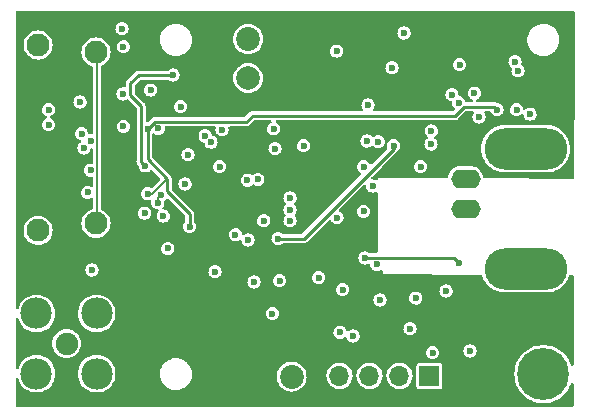
<source format=gbr>
%TF.GenerationSoftware,KiCad,Pcbnew,(6.0.11)*%
%TF.CreationDate,2024-01-26T14:49:33-06:00*%
%TF.ProjectId,voltage_sense,766f6c74-6167-4655-9f73-656e73652e6b,rev?*%
%TF.SameCoordinates,Original*%
%TF.FileFunction,Copper,L3,Inr*%
%TF.FilePolarity,Positive*%
%FSLAX46Y46*%
G04 Gerber Fmt 4.6, Leading zero omitted, Abs format (unit mm)*
G04 Created by KiCad (PCBNEW (6.0.11)) date 2024-01-26 14:49:33*
%MOMM*%
%LPD*%
G01*
G04 APERTURE LIST*
%TA.AperFunction,ComponentPad*%
%ADD10R,1.700000X1.700000*%
%TD*%
%TA.AperFunction,ComponentPad*%
%ADD11O,1.700000X1.700000*%
%TD*%
%TA.AperFunction,ComponentPad*%
%ADD12C,2.020000*%
%TD*%
%TA.AperFunction,ComponentPad*%
%ADD13C,2.000000*%
%TD*%
%TA.AperFunction,ComponentPad*%
%ADD14O,2.500000X1.600000*%
%TD*%
%TA.AperFunction,ComponentPad*%
%ADD15O,7.000000X3.500000*%
%TD*%
%TA.AperFunction,ComponentPad*%
%ADD16C,1.950000*%
%TD*%
%TA.AperFunction,ComponentPad*%
%ADD17C,4.400000*%
%TD*%
%TA.AperFunction,ComponentPad*%
%ADD18C,1.905000*%
%TD*%
%TA.AperFunction,ComponentPad*%
%ADD19C,2.667000*%
%TD*%
%TA.AperFunction,ViaPad*%
%ADD20C,0.600000*%
%TD*%
%TA.AperFunction,Conductor*%
%ADD21C,0.254000*%
%TD*%
%TA.AperFunction,Conductor*%
%ADD22C,0.152400*%
%TD*%
%TA.AperFunction,Conductor*%
%ADD23C,0.127000*%
%TD*%
G04 APERTURE END LIST*
D10*
%TO.N,+5V*%
%TO.C,J2*%
X35550000Y3168500D03*
D11*
%TO.N,-15V*%
X33010000Y3168500D03*
%TO.N,+15V*%
X30470000Y3168500D03*
%TO.N,GND*%
X27930000Y3168500D03*
%TD*%
D12*
%TO.N,Net-(C13-Pad2)*%
%TO.C,TP1*%
X23876000Y3111500D03*
%TD*%
D13*
%TO.N,GND*%
%TO.C,TP9*%
X20193000Y28384500D03*
%TD*%
D14*
%TO.N,Net-(J5-Pad1)*%
%TO.C,J5*%
X38608000Y17317500D03*
D15*
%TO.N,GND*%
X43688000Y22397500D03*
D14*
X38608000Y19857500D03*
D15*
X43688000Y12237500D03*
%TD*%
D16*
%TO.N,Net-(FB1-Pad1)*%
%TO.C,J4*%
X7318000Y16085500D03*
X7318000Y30585500D03*
X2418000Y31185500D03*
X2418000Y15485500D03*
%TD*%
D17*
%TO.N,Net-(H3-Pad1)*%
%TO.C,H3*%
X45200000Y3317500D03*
%TD*%
D12*
%TO.N,Net-(C1-Pad2)*%
%TO.C,TP2*%
X20193000Y31686500D03*
%TD*%
D18*
%TO.N,/vsense/SMA_OUT*%
%TO.C,J1*%
X4826000Y5905500D03*
D19*
%TO.N,GND*%
X7375900Y3355600D03*
%TO.N,N/C*%
X2276100Y3355600D03*
X2276100Y8455400D03*
X7375900Y8455400D03*
%TD*%
D20*
%TO.N,GND*%
X22479000Y22415500D03*
X6604000Y18697850D03*
X6299585Y22453676D03*
X33909000Y7175500D03*
X31206302Y23010217D03*
X44069000Y25330500D03*
X13399000Y13970500D03*
X29083000Y6540500D03*
X6858000Y20585500D03*
X6096000Y23685500D03*
X22860000Y11239500D03*
X17780000Y20891500D03*
X26162000Y11493500D03*
X21526200Y16301500D03*
X35687000Y22796500D03*
X36957000Y10350500D03*
X43053000Y29019500D03*
X38989000Y5270500D03*
X21018000Y19811500D03*
X6985000Y12128500D03*
X20193000Y14668500D03*
X11938000Y27368500D03*
X9525000Y32575500D03*
X29972000Y20891500D03*
X22250500Y8445500D03*
X24892000Y22669500D03*
X5969000Y26352500D03*
X17399000Y12001500D03*
X38100000Y29527500D03*
X39359593Y27119765D03*
X33401000Y32194500D03*
X14478000Y25971500D03*
%TO.N,Net-(C1-Pad2)*%
X13843000Y28638500D03*
X11483116Y20944616D03*
%TO.N,SCL*%
X12555000Y17843500D03*
X12827000Y18478500D03*
X39751000Y25077829D03*
X3302000Y24447500D03*
%TO.N,SDA*%
X41275000Y25717500D03*
X11684000Y24066500D03*
X15240000Y15811500D03*
X11679583Y18603701D03*
X3302000Y25717500D03*
%TO.N,+5V*%
X9603565Y27036642D03*
X27978592Y6865656D03*
X9639000Y31038500D03*
X16557715Y23490017D03*
X20701000Y11112500D03*
%TO.N,+15V*%
X22352000Y24086600D03*
X32385000Y29273500D03*
X34798000Y20891500D03*
X6893000Y23060600D03*
X29967611Y17103299D03*
X31094898Y12622500D03*
X23749000Y18224500D03*
%TO.N,-15V*%
X35709568Y23909302D03*
X17992250Y24005500D03*
X9646200Y24289900D03*
X30261701Y23050500D03*
X34397825Y9751186D03*
X42926000Y25717500D03*
X23749000Y17208500D03*
X35814000Y5143500D03*
X20142030Y19736000D03*
%TO.N,+3V3*%
X1778000Y29019500D03*
X31750000Y5651500D03*
X38918933Y24771567D03*
X25019000Y9588500D03*
X32587682Y20588705D03*
X5334000Y21145500D03*
%TO.N,Net-(C12-Pad1)*%
X37452537Y26975037D03*
X27686000Y30670500D03*
%TO.N,Net-(C21-Pad2)*%
X23749000Y16301500D03*
X19113500Y15113000D03*
%TO.N,/vsense/STG1_OUT*%
X27718000Y16573500D03*
X12583936Y24133000D03*
X30353000Y26098500D03*
%TO.N,Net-(C12-Pad2)*%
X38026116Y26299384D03*
%TO.N,Net-(R11-Pad2)*%
X42799000Y29781500D03*
%TO.N,/vsense/gain_adjust_2/OUT*%
X38067993Y12731493D03*
X30089498Y13149986D03*
%TO.N,+4V*%
X11434661Y16955403D03*
X14859000Y19413000D03*
X13011600Y16700500D03*
%TO.N,/vsense/SW3*%
X22733000Y14795500D03*
X32512000Y22669500D03*
%TO.N,Net-(C24-Pad2)*%
X15113000Y21907500D03*
X17053155Y22958655D03*
%TO.N,/vsense/-IN_A*%
X31369000Y9588500D03*
X28194000Y10477500D03*
%TO.N,/vsense/-IN_B*%
X30734000Y19240500D03*
%TD*%
D21*
%TO.N,Net-(C1-Pad2)*%
X11130000Y21297732D02*
X11130000Y26017500D01*
X11130000Y26017500D02*
X10220900Y26926600D01*
X11483116Y20944616D02*
X11130000Y21297732D01*
X10922000Y28638500D02*
X13843000Y28638500D01*
X10220900Y27937400D02*
X10922000Y28638500D01*
X10220900Y26926600D02*
X10220900Y27937400D01*
D22*
%TO.N,SCL*%
X12555000Y18206500D02*
X12827000Y18478500D01*
X12555000Y17843500D02*
X12555000Y18206500D01*
D21*
%TO.N,SDA*%
X11684700Y21525800D02*
X11684700Y24060600D01*
X15240000Y15811500D02*
X15240000Y16891000D01*
X13335000Y19875500D02*
X11684700Y21525800D01*
X13335000Y18796000D02*
X13335000Y19875500D01*
X11684000Y24066500D02*
X12304000Y24686500D01*
X12304000Y24686500D02*
X20051000Y24686500D01*
D22*
X12063201Y18603701D02*
X13335000Y19875500D01*
D21*
X15240000Y16891000D02*
X13335000Y18796000D01*
X20051000Y24686500D02*
X20574000Y25209500D01*
X37719000Y25209500D02*
X38481000Y25971500D01*
X38481000Y25971500D02*
X41021000Y25971500D01*
X41021000Y25971500D02*
X41275000Y25717500D01*
X20574000Y25209500D02*
X37719000Y25209500D01*
D22*
X11679583Y18603701D02*
X12063201Y18603701D01*
D23*
%TO.N,Net-(FB1-Pad1)*%
X7412200Y30491300D02*
X7318000Y30585500D01*
X7318000Y16085500D02*
X7412200Y16179700D01*
X7412200Y16179700D02*
X7412200Y30491300D01*
D21*
%TO.N,/vsense/gain_adjust_2/OUT*%
X37623486Y13176000D02*
X30115512Y13176000D01*
X37623486Y13176000D02*
X38067993Y12731493D01*
X30115512Y13176000D02*
X30089498Y13149986D01*
%TO.N,/vsense/SW3*%
X22733000Y14795500D02*
X24892000Y14795500D01*
X24892000Y14795500D02*
X32512000Y22415500D01*
X32512000Y22415500D02*
X32512000Y22669500D01*
%TD*%
%TA.AperFunction,Conductor*%
%TO.N,+3V3*%
G36*
X47820505Y34042998D02*
G01*
X47866998Y33989342D01*
X47878383Y33936525D01*
X47861962Y29601422D01*
X47825529Y19983335D01*
X47805269Y19915290D01*
X47751438Y19869001D01*
X47698839Y19857814D01*
X40227510Y19898776D01*
X40159500Y19919151D01*
X40113302Y19973061D01*
X40102720Y20013353D01*
X40099393Y20049909D01*
X40099393Y20049910D01*
X40098834Y20056050D01*
X40092831Y20076448D01*
X40051955Y20215329D01*
X40040446Y20254434D01*
X39999783Y20332215D01*
X39947492Y20432239D01*
X39947489Y20432243D01*
X39944637Y20437699D01*
X39939089Y20444600D01*
X39849768Y20555693D01*
X39815057Y20598865D01*
X39656640Y20731792D01*
X39475422Y20831418D01*
X39278304Y20893947D01*
X39272187Y20894633D01*
X39272183Y20894634D01*
X39196163Y20903161D01*
X39117360Y20912000D01*
X38105966Y20912000D01*
X37952189Y20896922D01*
X37754217Y20837151D01*
X37684087Y20799862D01*
X37577067Y20742959D01*
X37577064Y20742957D01*
X37571625Y20740065D01*
X37566855Y20736174D01*
X37566851Y20736172D01*
X37416143Y20613258D01*
X37416140Y20613255D01*
X37411368Y20609363D01*
X37407441Y20604616D01*
X37407439Y20604614D01*
X37283478Y20454771D01*
X37283475Y20454766D01*
X37279550Y20450022D01*
X37276620Y20444603D01*
X37276618Y20444600D01*
X37184122Y20273532D01*
X37184120Y20273527D01*
X37181192Y20268112D01*
X37120040Y20070563D01*
X37119397Y20064441D01*
X37119396Y20064438D01*
X37115709Y20029354D01*
X37088696Y19963697D01*
X37030475Y19923067D01*
X36989711Y19916526D01*
X33653227Y19934819D01*
X31193044Y19948307D01*
X31193043Y19948307D01*
X31174929Y19948406D01*
X31174894Y19934767D01*
X31174894Y19934766D01*
X31174873Y19926335D01*
X31174697Y19857251D01*
X31174669Y19846408D01*
X31154493Y19778338D01*
X31100719Y19731982D01*
X31030419Y19722058D01*
X31000451Y19730320D01*
X30886384Y19777568D01*
X30886381Y19777569D01*
X30878754Y19780728D01*
X30734000Y19799785D01*
X30734046Y19800138D01*
X30670799Y19818709D01*
X30624306Y19872365D01*
X30614202Y19942639D01*
X30643696Y20007219D01*
X30649825Y20013802D01*
X31527523Y20891500D01*
X34238715Y20891500D01*
X34239793Y20883312D01*
X34249702Y20808048D01*
X34257772Y20746746D01*
X34313645Y20611858D01*
X34402526Y20496026D01*
X34409076Y20491000D01*
X34409079Y20490997D01*
X34505056Y20417351D01*
X34518357Y20407145D01*
X34653246Y20351272D01*
X34661434Y20350194D01*
X34673785Y20348568D01*
X34798000Y20332215D01*
X34806188Y20333293D01*
X34934566Y20350194D01*
X34942754Y20351272D01*
X35077643Y20407145D01*
X35090944Y20417351D01*
X35186921Y20490997D01*
X35186924Y20491000D01*
X35193474Y20496026D01*
X35282355Y20611858D01*
X35338228Y20746746D01*
X35346299Y20808048D01*
X35356207Y20883312D01*
X35357285Y20891500D01*
X35347652Y20964674D01*
X35339306Y21028068D01*
X35339305Y21028070D01*
X35338228Y21036254D01*
X35306314Y21113300D01*
X35285515Y21163514D01*
X35285514Y21163516D01*
X35282355Y21171142D01*
X35201579Y21276412D01*
X35198501Y21280423D01*
X35198500Y21280424D01*
X35193474Y21286974D01*
X35186924Y21292000D01*
X35186921Y21292003D01*
X35084196Y21370827D01*
X35084194Y21370828D01*
X35077643Y21375855D01*
X34942754Y21431728D01*
X34798000Y21450785D01*
X34789812Y21449707D01*
X34661432Y21432806D01*
X34661430Y21432805D01*
X34653246Y21431728D01*
X34644664Y21428173D01*
X34525986Y21379015D01*
X34525984Y21379014D01*
X34518358Y21375855D01*
X34505768Y21366194D01*
X34426816Y21305612D01*
X34402526Y21286974D01*
X34313645Y21171142D01*
X34310486Y21163516D01*
X34310485Y21163514D01*
X34289686Y21113300D01*
X34257772Y21036254D01*
X34256695Y21028070D01*
X34256694Y21028068D01*
X34248348Y20964674D01*
X34238715Y20891500D01*
X31527523Y20891500D01*
X32743479Y22107456D01*
X32762495Y22122815D01*
X32763556Y22123781D01*
X32772304Y22129429D01*
X32793229Y22155972D01*
X32797208Y22160450D01*
X32797137Y22160510D01*
X32800490Y22164467D01*
X32804171Y22168148D01*
X32807197Y22172382D01*
X32815469Y22183957D01*
X32819018Y22188685D01*
X32844118Y22220524D01*
X32866362Y22242479D01*
X32900927Y22269002D01*
X32900928Y22269003D01*
X32907474Y22274026D01*
X32996355Y22389858D01*
X33006977Y22415500D01*
X33042522Y22501315D01*
X33052228Y22524746D01*
X33054731Y22543753D01*
X33070207Y22661312D01*
X33071285Y22669500D01*
X33063888Y22725690D01*
X33054566Y22796500D01*
X35127715Y22796500D01*
X35128793Y22788312D01*
X35145513Y22661312D01*
X35146772Y22651746D01*
X35149931Y22644120D01*
X35199378Y22524746D01*
X35202645Y22516858D01*
X35291526Y22401026D01*
X35298076Y22396000D01*
X35298079Y22395997D01*
X35398689Y22318796D01*
X35407357Y22312145D01*
X35483569Y22280577D01*
X35525714Y22263120D01*
X35542246Y22256272D01*
X35687000Y22237215D01*
X35695188Y22238293D01*
X35726985Y22242479D01*
X35831754Y22256272D01*
X35848287Y22263120D01*
X35890431Y22280577D01*
X35966643Y22312145D01*
X35975311Y22318796D01*
X36075921Y22395997D01*
X36075924Y22396000D01*
X36082474Y22401026D01*
X36103990Y22429066D01*
X39928628Y22429066D01*
X39928872Y22424631D01*
X39928872Y22424627D01*
X39930917Y22387470D01*
X39944226Y22145628D01*
X39945093Y22141268D01*
X39945094Y22141262D01*
X39967907Y22026577D01*
X39999606Y21867215D01*
X40093662Y21599384D01*
X40095715Y21595433D01*
X40095717Y21595427D01*
X40212387Y21370827D01*
X40224517Y21347476D01*
X40227100Y21343861D01*
X40227104Y21343855D01*
X40264163Y21291997D01*
X40389561Y21116520D01*
X40585501Y20911123D01*
X40588997Y20908367D01*
X40588998Y20908366D01*
X40643827Y20865142D01*
X40808426Y20735382D01*
X40882733Y20692221D01*
X41050042Y20595040D01*
X41050048Y20595037D01*
X41053889Y20592806D01*
X41058012Y20591136D01*
X41312861Y20487911D01*
X41312869Y20487908D01*
X41316993Y20486238D01*
X41592488Y20417805D01*
X41834586Y20393000D01*
X45510311Y20393000D01*
X45721158Y20407929D01*
X45725513Y20408867D01*
X45725516Y20408867D01*
X45994319Y20466739D01*
X45994321Y20466739D01*
X45998666Y20467675D01*
X46264987Y20565926D01*
X46333371Y20602824D01*
X46510892Y20698609D01*
X46514808Y20700722D01*
X46743144Y20869373D01*
X46765622Y20891500D01*
X46856512Y20980974D01*
X46945438Y21068514D01*
X47010064Y21153194D01*
X47114950Y21290628D01*
X47114953Y21290632D01*
X47117655Y21294173D01*
X47256359Y21541845D01*
X47280248Y21603593D01*
X47357178Y21802448D01*
X47358781Y21806591D01*
X47359783Y21810912D01*
X47359785Y21810920D01*
X47421872Y22078787D01*
X47422878Y22083126D01*
X47447372Y22365934D01*
X47446056Y22389858D01*
X47436354Y22566145D01*
X47431774Y22649372D01*
X47430650Y22655026D01*
X47398629Y22816003D01*
X47376394Y22927785D01*
X47371358Y22942127D01*
X47295894Y23157015D01*
X47282338Y23195616D01*
X47278075Y23203824D01*
X47153535Y23443574D01*
X47153534Y23443576D01*
X47151483Y23447524D01*
X47148900Y23451139D01*
X47148896Y23451145D01*
X47011108Y23643959D01*
X46986439Y23678480D01*
X46790499Y23883877D01*
X46784997Y23888215D01*
X46571070Y24056862D01*
X46567574Y24059618D01*
X46455334Y24124812D01*
X46325958Y24199960D01*
X46325952Y24199963D01*
X46322111Y24202194D01*
X46271810Y24222568D01*
X46063139Y24307089D01*
X46063131Y24307092D01*
X46059007Y24308762D01*
X45783512Y24377195D01*
X45541414Y24402000D01*
X41865689Y24402000D01*
X41654842Y24387071D01*
X41650487Y24386133D01*
X41650484Y24386133D01*
X41381681Y24328261D01*
X41381679Y24328261D01*
X41377334Y24327325D01*
X41111013Y24229074D01*
X41107095Y24226960D01*
X40932957Y24133000D01*
X40861192Y24094278D01*
X40632856Y23925627D01*
X40629677Y23922498D01*
X40629674Y23922495D01*
X40566948Y23860746D01*
X40430562Y23726486D01*
X40403576Y23691126D01*
X40271440Y23517985D01*
X40258345Y23500827D01*
X40119641Y23253155D01*
X40118036Y23249006D01*
X40118034Y23249002D01*
X40084607Y23162597D01*
X40017219Y22988409D01*
X40016217Y22984088D01*
X40016215Y22984080D01*
X39999956Y22913932D01*
X39953122Y22711874D01*
X39928628Y22429066D01*
X36103990Y22429066D01*
X36171355Y22516858D01*
X36174623Y22524746D01*
X36224069Y22644120D01*
X36227228Y22651746D01*
X36228488Y22661312D01*
X36245207Y22788312D01*
X36246285Y22796500D01*
X36230825Y22913932D01*
X36228306Y22933068D01*
X36228305Y22933070D01*
X36227228Y22941254D01*
X36184611Y23044139D01*
X36174515Y23068514D01*
X36174514Y23068516D01*
X36171355Y23076142D01*
X36082474Y23191974D01*
X36075923Y23197001D01*
X36075921Y23197003D01*
X36014308Y23244280D01*
X35972441Y23301618D01*
X35968219Y23372489D01*
X36002983Y23434392D01*
X36014307Y23444204D01*
X36098492Y23508802D01*
X36105042Y23513828D01*
X36117319Y23529827D01*
X36165618Y23592772D01*
X36193923Y23629660D01*
X36206839Y23660840D01*
X36236520Y23732497D01*
X36249796Y23764548D01*
X36251332Y23776210D01*
X36267775Y23901114D01*
X36268853Y23909302D01*
X36261103Y23968173D01*
X36250874Y24045870D01*
X36250873Y24045872D01*
X36249796Y24054056D01*
X36203913Y24164827D01*
X36197083Y24181316D01*
X36197082Y24181318D01*
X36193923Y24188944D01*
X36116457Y24289900D01*
X36110069Y24298225D01*
X36110068Y24298226D01*
X36105042Y24304776D01*
X36098492Y24309802D01*
X36098489Y24309805D01*
X35995764Y24388629D01*
X35995762Y24388630D01*
X35989211Y24393657D01*
X35854322Y24449530D01*
X35709568Y24468587D01*
X35701380Y24467509D01*
X35573000Y24450608D01*
X35572998Y24450607D01*
X35564814Y24449530D01*
X35547311Y24442280D01*
X35437554Y24396817D01*
X35437552Y24396816D01*
X35429926Y24393657D01*
X35368415Y24346458D01*
X35329655Y24316716D01*
X35314094Y24304776D01*
X35225213Y24188944D01*
X35222054Y24181318D01*
X35222053Y24181316D01*
X35215223Y24164827D01*
X35169340Y24054056D01*
X35168263Y24045872D01*
X35168262Y24045870D01*
X35158033Y23968173D01*
X35150283Y23909302D01*
X35151361Y23901114D01*
X35167805Y23776210D01*
X35169340Y23764548D01*
X35182616Y23732497D01*
X35212298Y23660840D01*
X35225213Y23629660D01*
X35253518Y23592772D01*
X35301818Y23529827D01*
X35314094Y23513828D01*
X35320644Y23508802D01*
X35320647Y23508799D01*
X35382260Y23461522D01*
X35424127Y23404184D01*
X35428349Y23333313D01*
X35393585Y23271410D01*
X35382260Y23261598D01*
X35298076Y23197001D01*
X35298072Y23196997D01*
X35291526Y23191974D01*
X35202645Y23076142D01*
X35199486Y23068516D01*
X35199485Y23068514D01*
X35189389Y23044139D01*
X35146772Y22941254D01*
X35145695Y22933070D01*
X35145694Y22933068D01*
X35143175Y22913932D01*
X35127715Y22796500D01*
X33054566Y22796500D01*
X33053306Y22806068D01*
X33053305Y22806070D01*
X33052228Y22814254D01*
X33015462Y22903015D01*
X32999515Y22941514D01*
X32999514Y22941516D01*
X32996355Y22949142D01*
X32907474Y23064974D01*
X32900924Y23070000D01*
X32900921Y23070003D01*
X32798196Y23148827D01*
X32798194Y23148828D01*
X32791643Y23153855D01*
X32674779Y23202262D01*
X32664383Y23206568D01*
X32656754Y23209728D01*
X32512000Y23228785D01*
X32503812Y23227707D01*
X32375432Y23210806D01*
X32375430Y23210805D01*
X32367246Y23209728D01*
X32323016Y23191407D01*
X32239986Y23157015D01*
X32239984Y23157014D01*
X32232358Y23153855D01*
X32116526Y23064974D01*
X32027645Y22949142D01*
X32024484Y22941512D01*
X32024484Y22941511D01*
X31997954Y22877463D01*
X31953405Y22822182D01*
X31942021Y22818393D01*
X31949429Y22810436D01*
X31961679Y22737590D01*
X31960112Y22725690D01*
X31952715Y22669500D01*
X31971772Y22524746D01*
X31974931Y22517120D01*
X31977060Y22509175D01*
X31975370Y22438198D01*
X31944448Y22387470D01*
X30669294Y21112316D01*
X30606982Y21078290D01*
X30536167Y21083355D01*
X30479331Y21125902D01*
X30463790Y21153194D01*
X30459517Y21163509D01*
X30459516Y21163511D01*
X30456355Y21171142D01*
X30375579Y21276412D01*
X30372501Y21280423D01*
X30372500Y21280424D01*
X30367474Y21286974D01*
X30360924Y21292000D01*
X30360921Y21292003D01*
X30258196Y21370827D01*
X30258194Y21370828D01*
X30251643Y21375855D01*
X30116754Y21431728D01*
X29972000Y21450785D01*
X29963812Y21449707D01*
X29835432Y21432806D01*
X29835430Y21432805D01*
X29827246Y21431728D01*
X29818664Y21428173D01*
X29699986Y21379015D01*
X29699984Y21379014D01*
X29692358Y21375855D01*
X29679768Y21366194D01*
X29600816Y21305612D01*
X29576526Y21286974D01*
X29487645Y21171142D01*
X29484486Y21163516D01*
X29484485Y21163514D01*
X29463686Y21113300D01*
X29431772Y21036254D01*
X29430695Y21028070D01*
X29430694Y21028068D01*
X29422348Y20964674D01*
X29412715Y20891500D01*
X29413793Y20883312D01*
X29423702Y20808048D01*
X29431772Y20746746D01*
X29487645Y20611858D01*
X29576526Y20496026D01*
X29583076Y20491000D01*
X29583079Y20490997D01*
X29679056Y20417351D01*
X29692357Y20407145D01*
X29699985Y20403986D01*
X29699989Y20403983D01*
X29710306Y20399710D01*
X29765588Y20355162D01*
X29788009Y20287799D01*
X29770451Y20219008D01*
X29751184Y20194206D01*
X27255723Y17698746D01*
X24770882Y15213905D01*
X24708570Y15179879D01*
X24681787Y15177000D01*
X23189456Y15177000D01*
X23121335Y15197002D01*
X23112752Y15203038D01*
X23019196Y15274827D01*
X23019194Y15274828D01*
X23012643Y15279855D01*
X22877754Y15335728D01*
X22733000Y15354785D01*
X22724812Y15353707D01*
X22596432Y15336806D01*
X22596430Y15336805D01*
X22588246Y15335728D01*
X22579664Y15332173D01*
X22460986Y15283015D01*
X22460984Y15283014D01*
X22453358Y15279855D01*
X22418742Y15253293D01*
X22346563Y15197908D01*
X22337526Y15190974D01*
X22332503Y15184428D01*
X22326803Y15177000D01*
X22248645Y15075142D01*
X22192772Y14940254D01*
X22191695Y14932070D01*
X22191694Y14932068D01*
X22182719Y14863893D01*
X22173715Y14795500D01*
X22174793Y14787312D01*
X22191513Y14660312D01*
X22192772Y14650746D01*
X22195931Y14643120D01*
X22245378Y14523746D01*
X22248645Y14515858D01*
X22273504Y14483461D01*
X22328788Y14411414D01*
X22337526Y14400026D01*
X22344076Y14395000D01*
X22344079Y14394997D01*
X22446804Y14316173D01*
X22453357Y14311145D01*
X22588246Y14255272D01*
X22733000Y14236215D01*
X22741188Y14237293D01*
X22869566Y14254194D01*
X22877754Y14255272D01*
X23012643Y14311145D01*
X23029803Y14324312D01*
X23112752Y14387962D01*
X23178972Y14413563D01*
X23189456Y14414000D01*
X24837865Y14414000D01*
X24862164Y14411414D01*
X24863602Y14411346D01*
X24873780Y14409155D01*
X24907341Y14413127D01*
X24913320Y14413479D01*
X24913312Y14413572D01*
X24918490Y14414000D01*
X24923692Y14414000D01*
X24942846Y14417188D01*
X24948704Y14418022D01*
X24965318Y14419988D01*
X24989567Y14422858D01*
X24989568Y14422858D01*
X24999907Y14424082D01*
X25008206Y14428067D01*
X25017283Y14429578D01*
X25062651Y14454058D01*
X25067914Y14456739D01*
X25107250Y14475627D01*
X25107254Y14475630D01*
X25114398Y14479060D01*
X25118692Y14482670D01*
X25120624Y14484602D01*
X25122573Y14486389D01*
X25122626Y14486418D01*
X25122745Y14486288D01*
X25123313Y14486789D01*
X25129057Y14489888D01*
X25165868Y14529710D01*
X25169297Y14533275D01*
X26161329Y15525307D01*
X27011335Y16375312D01*
X27073645Y16409337D01*
X27144460Y16404272D01*
X27201296Y16361725D01*
X27216836Y16334435D01*
X27230481Y16301493D01*
X27230485Y16301486D01*
X27233645Y16293858D01*
X27248641Y16274315D01*
X27312377Y16191253D01*
X27322526Y16178026D01*
X27329076Y16173000D01*
X27329079Y16172997D01*
X27427324Y16097611D01*
X27438357Y16089145D01*
X27573246Y16033272D01*
X27718000Y16014215D01*
X27726188Y16015293D01*
X27726295Y16015307D01*
X27862754Y16033272D01*
X27997643Y16089145D01*
X28008676Y16097611D01*
X28106921Y16172997D01*
X28106924Y16173000D01*
X28113474Y16178026D01*
X28123624Y16191253D01*
X28187359Y16274315D01*
X28202355Y16293858D01*
X28205521Y16301500D01*
X28252607Y16415175D01*
X28258228Y16428746D01*
X28259456Y16438068D01*
X28276207Y16565312D01*
X28277285Y16573500D01*
X28263489Y16678296D01*
X28259306Y16710068D01*
X28259305Y16710070D01*
X28258228Y16718254D01*
X28232309Y16780828D01*
X28205515Y16845514D01*
X28205514Y16845516D01*
X28202355Y16853142D01*
X28148987Y16922692D01*
X28118501Y16962423D01*
X28118500Y16962424D01*
X28113474Y16968974D01*
X28106924Y16974000D01*
X28106921Y16974003D01*
X28004196Y17052827D01*
X28004194Y17052828D01*
X27997643Y17057855D01*
X27957067Y17074662D01*
X27921530Y17103299D01*
X29408326Y17103299D01*
X29409404Y17095111D01*
X29424540Y16980142D01*
X29427383Y16958545D01*
X29445949Y16913724D01*
X29479923Y16831704D01*
X29483256Y16823657D01*
X29516120Y16780828D01*
X29564135Y16718254D01*
X29572137Y16707825D01*
X29578687Y16702799D01*
X29578690Y16702796D01*
X29653666Y16645265D01*
X29687968Y16618944D01*
X29822857Y16563071D01*
X29831045Y16561993D01*
X29884923Y16554900D01*
X29967611Y16544014D01*
X29975799Y16545092D01*
X29998800Y16548120D01*
X30050299Y16554900D01*
X30104177Y16561993D01*
X30112365Y16563071D01*
X30247254Y16618944D01*
X30281556Y16645265D01*
X30356532Y16702796D01*
X30356535Y16702799D01*
X30363085Y16707825D01*
X30371088Y16718254D01*
X30419102Y16780828D01*
X30451966Y16823657D01*
X30455300Y16831704D01*
X30489273Y16913724D01*
X30507839Y16958545D01*
X30510683Y16980142D01*
X30525818Y17095111D01*
X30526896Y17103299D01*
X30509552Y17235045D01*
X30508917Y17239867D01*
X30508916Y17239869D01*
X30507839Y17248053D01*
X30483657Y17306432D01*
X30455126Y17375313D01*
X30455125Y17375315D01*
X30451966Y17382941D01*
X30377096Y17480514D01*
X30368112Y17492222D01*
X30368111Y17492223D01*
X30363085Y17498773D01*
X30356535Y17503799D01*
X30356532Y17503802D01*
X30253807Y17582626D01*
X30253805Y17582627D01*
X30247254Y17587654D01*
X30112365Y17643527D01*
X29967611Y17662584D01*
X29959423Y17661506D01*
X29831043Y17644605D01*
X29831041Y17644604D01*
X29822857Y17643527D01*
X29781386Y17626349D01*
X29695597Y17590814D01*
X29695595Y17590813D01*
X29687969Y17587654D01*
X29572137Y17498773D01*
X29567114Y17492227D01*
X29558126Y17480514D01*
X29483256Y17382941D01*
X29480097Y17375315D01*
X29480096Y17375313D01*
X29451565Y17306432D01*
X29427383Y17248053D01*
X29426306Y17239869D01*
X29426305Y17239867D01*
X29425670Y17235045D01*
X29408326Y17103299D01*
X27921530Y17103299D01*
X27901786Y17119209D01*
X27879364Y17186572D01*
X27896921Y17255364D01*
X27916189Y17280166D01*
X29960698Y19324675D01*
X30023010Y19358701D01*
X30093825Y19353636D01*
X30150661Y19311089D01*
X30175308Y19245008D01*
X30174715Y19240500D01*
X30175793Y19232312D01*
X30191702Y19111472D01*
X30193772Y19095746D01*
X30197487Y19086778D01*
X30245915Y18969864D01*
X30249645Y18960858D01*
X30254672Y18954307D01*
X30331859Y18853715D01*
X30338526Y18845026D01*
X30345076Y18840000D01*
X30345079Y18839997D01*
X30447804Y18761173D01*
X30454357Y18756145D01*
X30589246Y18700272D01*
X30734000Y18681215D01*
X30742188Y18682293D01*
X30870566Y18699194D01*
X30878754Y18700272D01*
X30886381Y18703431D01*
X30886384Y18703432D01*
X30997350Y18749396D01*
X31067940Y18756985D01*
X31131427Y18725206D01*
X31167654Y18664148D01*
X31171568Y18632665D01*
X31158923Y13683178D01*
X31138747Y13615109D01*
X31084972Y13568753D01*
X31032923Y13557500D01*
X30512052Y13557500D01*
X30443931Y13577502D01*
X30435348Y13583538D01*
X30375694Y13629313D01*
X30375692Y13629314D01*
X30369141Y13634341D01*
X30234252Y13690214D01*
X30089498Y13709271D01*
X30081310Y13708193D01*
X29952930Y13691292D01*
X29952928Y13691291D01*
X29944744Y13690214D01*
X29927758Y13683178D01*
X29817484Y13637501D01*
X29817482Y13637500D01*
X29809856Y13634341D01*
X29694024Y13545460D01*
X29605143Y13429628D01*
X29601984Y13422002D01*
X29601983Y13422000D01*
X29597516Y13411215D01*
X29549270Y13294740D01*
X29530213Y13149986D01*
X29549270Y13005232D01*
X29605143Y12870344D01*
X29694024Y12754512D01*
X29700574Y12749486D01*
X29700577Y12749483D01*
X29803302Y12670659D01*
X29809855Y12665631D01*
X29944744Y12609758D01*
X29952932Y12608680D01*
X30017121Y12600230D01*
X30089498Y12590701D01*
X30097686Y12591779D01*
X30226064Y12608680D01*
X30234252Y12609758D01*
X30369141Y12665631D01*
X30370444Y12662486D01*
X30424045Y12675519D01*
X30491149Y12652333D01*
X30535065Y12596549D01*
X30543037Y12566106D01*
X30549446Y12517428D01*
X30554670Y12477746D01*
X30557829Y12470120D01*
X30590839Y12390428D01*
X30610543Y12342858D01*
X30615570Y12336307D01*
X30663753Y12273514D01*
X30699424Y12227026D01*
X30705974Y12222000D01*
X30705977Y12221997D01*
X30804687Y12146254D01*
X30815255Y12138145D01*
X30950144Y12082272D01*
X31094898Y12063215D01*
X31103086Y12064293D01*
X31105654Y12064631D01*
X31239652Y12082272D01*
X31247279Y12085431D01*
X31247282Y12085432D01*
X31358265Y12131403D01*
X31408616Y12140976D01*
X31443900Y12140379D01*
X31453390Y12140218D01*
X31521162Y12119066D01*
X31566740Y12064631D01*
X31577255Y12013487D01*
X31576652Y11912022D01*
X31575880Y11782098D01*
X31589471Y11782037D01*
X31589473Y11782037D01*
X39897587Y11745044D01*
X39965618Y11724739D01*
X40011872Y11670876D01*
X40015908Y11660795D01*
X40093662Y11439384D01*
X40095715Y11435433D01*
X40095717Y11435427D01*
X40197493Y11239500D01*
X40224517Y11187476D01*
X40227100Y11183861D01*
X40227104Y11183855D01*
X40331386Y11037928D01*
X40389561Y10956520D01*
X40585501Y10751123D01*
X40588997Y10748367D01*
X40588998Y10748366D01*
X40759353Y10614068D01*
X40808426Y10575382D01*
X40918878Y10511227D01*
X41050042Y10435040D01*
X41050048Y10435037D01*
X41053889Y10432806D01*
X41058012Y10431136D01*
X41312861Y10327911D01*
X41312869Y10327908D01*
X41316993Y10326238D01*
X41592488Y10257805D01*
X41834586Y10233000D01*
X45510311Y10233000D01*
X45721158Y10247929D01*
X45725513Y10248867D01*
X45725516Y10248867D01*
X45994319Y10306739D01*
X45994321Y10306739D01*
X45998666Y10307675D01*
X46264987Y10405926D01*
X46514808Y10540722D01*
X46743144Y10709373D01*
X46750919Y10717026D01*
X46879929Y10844026D01*
X46945438Y10908514D01*
X47029610Y11018806D01*
X47114950Y11130628D01*
X47114953Y11130632D01*
X47117655Y11134173D01*
X47256359Y11381845D01*
X47260242Y11391880D01*
X47302622Y11501428D01*
X47352667Y11630787D01*
X47395900Y11687101D01*
X47462716Y11711103D01*
X47470731Y11711323D01*
X47627880Y11710623D01*
X47668276Y11710443D01*
X47736307Y11690137D01*
X47782561Y11636275D01*
X47793714Y11583968D01*
X47765619Y4166724D01*
X47765591Y4159406D01*
X47745331Y4091361D01*
X47691500Y4045072D01*
X47621188Y4035234D01*
X47556719Y4064972D01*
X47519759Y4120946D01*
X47487874Y4219078D01*
X47487874Y4219079D01*
X47486649Y4222848D01*
X47355147Y4502302D01*
X47325580Y4548893D01*
X47191780Y4759727D01*
X47189658Y4763071D01*
X46992791Y5001043D01*
X46767651Y5212464D01*
X46653788Y5295190D01*
X46520996Y5391669D01*
X46520991Y5391672D01*
X46517787Y5394000D01*
X46350217Y5486123D01*
X46250604Y5540886D01*
X46250601Y5540888D01*
X46247142Y5542789D01*
X45959982Y5656484D01*
X45660837Y5733291D01*
X45354424Y5772000D01*
X45045576Y5772000D01*
X44739163Y5733291D01*
X44440018Y5656484D01*
X44152858Y5542789D01*
X44149399Y5540888D01*
X44149396Y5540886D01*
X44049783Y5486123D01*
X43882213Y5394000D01*
X43879009Y5391672D01*
X43879004Y5391669D01*
X43746212Y5295190D01*
X43632349Y5212464D01*
X43407209Y5001043D01*
X43210342Y4763071D01*
X43208220Y4759727D01*
X43074421Y4548893D01*
X43044853Y4502302D01*
X42913351Y4222848D01*
X42817912Y3929116D01*
X42760040Y3625739D01*
X42740647Y3317500D01*
X42760040Y3009261D01*
X42817912Y2705884D01*
X42913351Y2412152D01*
X43044853Y2132698D01*
X43046971Y2129360D01*
X43046973Y2129357D01*
X43140515Y1981959D01*
X43210342Y1871929D01*
X43407209Y1633957D01*
X43632349Y1422536D01*
X43635551Y1420209D01*
X43635553Y1420208D01*
X43879004Y1243331D01*
X43879009Y1243328D01*
X43882213Y1241000D01*
X44152858Y1092211D01*
X44440018Y978516D01*
X44739163Y901709D01*
X45045576Y863000D01*
X45354424Y863000D01*
X45660837Y901709D01*
X45959982Y978516D01*
X46247142Y1092211D01*
X46517787Y1241000D01*
X46520991Y1243328D01*
X46520996Y1243331D01*
X46764447Y1420208D01*
X46764449Y1420209D01*
X46767651Y1422536D01*
X46992791Y1633957D01*
X47189658Y1871929D01*
X47259485Y1981959D01*
X47353027Y2129357D01*
X47353029Y2129360D01*
X47355147Y2132698D01*
X47486649Y2412152D01*
X47513302Y2494181D01*
X47553376Y2552787D01*
X47618772Y2580424D01*
X47688729Y2568317D01*
X47741035Y2520311D01*
X47759134Y2454769D01*
X47756815Y1842649D01*
X47752477Y697523D01*
X47732217Y629478D01*
X47678386Y583189D01*
X47626478Y572000D01*
X634500Y572000D01*
X566379Y592002D01*
X519886Y645658D01*
X508500Y698000D01*
X508500Y2851168D01*
X528502Y2919289D01*
X582158Y2965782D01*
X652432Y2975886D01*
X717012Y2946392D01*
X757018Y2880583D01*
X759995Y2868181D01*
X759999Y2868169D01*
X761153Y2863364D01*
X763043Y2858801D01*
X763045Y2858795D01*
X824767Y2709785D01*
X856807Y2632434D01*
X987409Y2419311D01*
X1149743Y2229243D01*
X1339811Y2066909D01*
X1552934Y1936307D01*
X1557504Y1934414D01*
X1557508Y1934412D01*
X1779295Y1842545D01*
X1779301Y1842543D01*
X1783864Y1840653D01*
X1788664Y1839501D01*
X1788669Y1839499D01*
X1899932Y1812787D01*
X2026914Y1782301D01*
X2276100Y1762690D01*
X2525286Y1782301D01*
X2652268Y1812787D01*
X2763531Y1839499D01*
X2763536Y1839501D01*
X2768336Y1840653D01*
X2772899Y1842543D01*
X2772905Y1842545D01*
X2994692Y1934412D01*
X2994696Y1934414D01*
X2999266Y1936307D01*
X3212389Y2066909D01*
X3402457Y2229243D01*
X3564791Y2419311D01*
X3695393Y2632434D01*
X3727433Y2709785D01*
X3789155Y2858795D01*
X3789157Y2858801D01*
X3791047Y2863364D01*
X3792204Y2868181D01*
X3840963Y3071278D01*
X3849399Y3106414D01*
X3869010Y3355600D01*
X5782990Y3355600D01*
X5802601Y3106414D01*
X5811037Y3071278D01*
X5859797Y2868181D01*
X5860953Y2863364D01*
X5862843Y2858801D01*
X5862845Y2858795D01*
X5924567Y2709785D01*
X5956607Y2632434D01*
X6087209Y2419311D01*
X6249543Y2229243D01*
X6439611Y2066909D01*
X6652734Y1936307D01*
X6657304Y1934414D01*
X6657308Y1934412D01*
X6879095Y1842545D01*
X6879101Y1842543D01*
X6883664Y1840653D01*
X6888464Y1839501D01*
X6888469Y1839499D01*
X6999732Y1812787D01*
X7126714Y1782301D01*
X7375900Y1762690D01*
X7625086Y1782301D01*
X7752068Y1812787D01*
X7863331Y1839499D01*
X7863336Y1839501D01*
X7868136Y1840653D01*
X7872699Y1842543D01*
X7872705Y1842545D01*
X8094492Y1934412D01*
X8094496Y1934414D01*
X8099066Y1936307D01*
X8312189Y2066909D01*
X8502257Y2229243D01*
X8664591Y2419311D01*
X8795193Y2632434D01*
X8827233Y2709785D01*
X8888955Y2858795D01*
X8888957Y2858801D01*
X8890847Y2863364D01*
X8892004Y2868181D01*
X8940763Y3071278D01*
X8949199Y3106414D01*
X8968810Y3355600D01*
X8966769Y3381536D01*
X12742112Y3381536D01*
X12742312Y3376208D01*
X12742312Y3376206D01*
X12744464Y3318901D01*
X12743705Y3318872D01*
X12744034Y3317484D01*
X12744340Y3317511D01*
X12744374Y3317123D01*
X12744465Y3315662D01*
X12744523Y3315415D01*
X12744648Y3313993D01*
X12750736Y3151831D01*
X12751831Y3146612D01*
X12764628Y3085621D01*
X12763861Y3085460D01*
X12764841Y3083184D01*
X12764937Y3082092D01*
X12766361Y3076778D01*
X12766464Y3076193D01*
X12767635Y3071290D01*
X12797939Y2926863D01*
X12821113Y2868181D01*
X12823975Y2860934D01*
X12824724Y2858959D01*
X12826097Y2853837D01*
X12828422Y2848851D01*
X12828423Y2848849D01*
X12828947Y2847725D01*
X12831934Y2840783D01*
X12882372Y2713064D01*
X12919273Y2652254D01*
X12920811Y2649374D01*
X12920890Y2649420D01*
X12923639Y2644659D01*
X12925965Y2639671D01*
X12929122Y2635163D01*
X12929124Y2635159D01*
X12930674Y2632945D01*
X12935181Y2626038D01*
X12989950Y2535782D01*
X13001621Y2516548D01*
X13005116Y2512521D01*
X13005117Y2512519D01*
X13051993Y2458500D01*
X13055555Y2453937D01*
X13058347Y2450610D01*
X13061505Y2446099D01*
X13067791Y2439813D01*
X13073861Y2433299D01*
X13119705Y2380469D01*
X13152276Y2342934D01*
X13196753Y2306465D01*
X13216309Y2290430D01*
X13223574Y2283848D01*
X13224706Y2282898D01*
X13228599Y2279005D01*
X13233103Y2275851D01*
X13233108Y2275847D01*
X13235936Y2273867D01*
X13243554Y2268090D01*
X13325901Y2200569D01*
X13325907Y2200565D01*
X13330029Y2197185D01*
X13340178Y2191408D01*
X13407355Y2153169D01*
X13417296Y2146878D01*
X13417660Y2146623D01*
X13417667Y2146619D01*
X13422171Y2143465D01*
X13427155Y2141141D01*
X13427160Y2141138D01*
X13429875Y2139872D01*
X13438952Y2135182D01*
X13472935Y2115838D01*
X13529798Y2083470D01*
X13591660Y2061015D01*
X13619498Y2050910D01*
X13629753Y2046667D01*
X13631348Y2045923D01*
X13631350Y2045922D01*
X13636337Y2043597D01*
X13641653Y2042173D01*
X13641655Y2042172D01*
X13642719Y2041887D01*
X13643702Y2041624D01*
X13654081Y2038357D01*
X13745871Y2005039D01*
X13846443Y1986852D01*
X13856616Y1984574D01*
X13864592Y1982437D01*
X13870990Y1981877D01*
X13882412Y1980348D01*
X13972069Y1964136D01*
X13976208Y1963941D01*
X13976215Y1963940D01*
X13994670Y1963070D01*
X13994677Y1963070D01*
X13996158Y1963000D01*
X14157712Y1963000D01*
X14237444Y1969765D01*
X14323733Y1977087D01*
X14323737Y1977088D01*
X14329044Y1977538D01*
X14334199Y1978876D01*
X14334205Y1978877D01*
X14546368Y2033944D01*
X14546367Y2033944D01*
X14551539Y2035286D01*
X14698412Y2101448D01*
X14756262Y2127507D01*
X14756265Y2127508D01*
X14761123Y2129697D01*
X14951803Y2258070D01*
X14978826Y2283848D01*
X15109560Y2408563D01*
X15118128Y2416736D01*
X15144984Y2452831D01*
X15252156Y2596876D01*
X15255342Y2601158D01*
X15259415Y2609168D01*
X15357102Y2801306D01*
X15357102Y2801307D01*
X15359520Y2806062D01*
X15427685Y3025589D01*
X15439072Y3111500D01*
X22606670Y3111500D01*
X22625954Y2891083D01*
X22627378Y2885770D01*
X22627378Y2885768D01*
X22671044Y2722807D01*
X22683220Y2677364D01*
X22685543Y2672383D01*
X22685543Y2672382D01*
X22774402Y2481822D01*
X22774405Y2481817D01*
X22776728Y2476835D01*
X22779884Y2472328D01*
X22779885Y2472326D01*
X22824533Y2408563D01*
X22903637Y2295590D01*
X23060090Y2139137D01*
X23064598Y2135980D01*
X23064601Y2135978D01*
X23210321Y2033944D01*
X23241335Y2012228D01*
X23246317Y2009905D01*
X23246322Y2009902D01*
X23404148Y1936307D01*
X23441864Y1918720D01*
X23447172Y1917298D01*
X23447174Y1917297D01*
X23650268Y1862878D01*
X23650270Y1862878D01*
X23655583Y1861454D01*
X23876000Y1842170D01*
X24096417Y1861454D01*
X24101730Y1862878D01*
X24101732Y1862878D01*
X24304826Y1917297D01*
X24304828Y1917298D01*
X24310136Y1918720D01*
X24347852Y1936307D01*
X24505678Y2009902D01*
X24505683Y2009905D01*
X24510665Y2012228D01*
X24541679Y2033944D01*
X24687399Y2135978D01*
X24687402Y2135980D01*
X24691910Y2139137D01*
X24848363Y2295590D01*
X24927468Y2408563D01*
X24972115Y2472326D01*
X24972116Y2472328D01*
X24975272Y2476835D01*
X24977595Y2481817D01*
X24977598Y2481822D01*
X25066457Y2672382D01*
X25066457Y2672383D01*
X25068780Y2677364D01*
X25080957Y2722807D01*
X25124622Y2885768D01*
X25124622Y2885770D01*
X25126046Y2891083D01*
X25145330Y3111500D01*
X25137803Y3197536D01*
X26821148Y3197536D01*
X26834424Y2994978D01*
X26835845Y2989382D01*
X26835846Y2989377D01*
X26871822Y2847725D01*
X26884392Y2798231D01*
X26886809Y2792988D01*
X26923654Y2713064D01*
X26969377Y2613884D01*
X26972710Y2609168D01*
X27082688Y2453552D01*
X27086533Y2448111D01*
X27090675Y2444076D01*
X27147637Y2388587D01*
X27231938Y2306465D01*
X27236742Y2303255D01*
X27251440Y2293434D01*
X27400720Y2193688D01*
X27406023Y2191410D01*
X27406026Y2191408D01*
X27553327Y2128123D01*
X27587228Y2113558D01*
X27660244Y2097036D01*
X27779579Y2070033D01*
X27779584Y2070032D01*
X27785216Y2068758D01*
X27790987Y2068531D01*
X27790989Y2068531D01*
X27850756Y2066183D01*
X27988053Y2060788D01*
X28095348Y2076345D01*
X28183231Y2089087D01*
X28183236Y2089088D01*
X28188945Y2089916D01*
X28194409Y2091771D01*
X28194414Y2091772D01*
X28375693Y2153308D01*
X28375698Y2153310D01*
X28381165Y2155166D01*
X28558276Y2254353D01*
X28562746Y2258070D01*
X28709913Y2380469D01*
X28714345Y2384155D01*
X28740769Y2415926D01*
X28840453Y2535782D01*
X28840455Y2535785D01*
X28844147Y2540224D01*
X28923923Y2682674D01*
X28940510Y2712292D01*
X28940511Y2712294D01*
X28943334Y2717335D01*
X28945190Y2722802D01*
X28945192Y2722807D01*
X29006728Y2904086D01*
X29006729Y2904091D01*
X29008584Y2909555D01*
X29009412Y2915264D01*
X29009413Y2915269D01*
X29032745Y3076193D01*
X29037712Y3110447D01*
X29039232Y3168500D01*
X29036564Y3197536D01*
X29361148Y3197536D01*
X29374424Y2994978D01*
X29375845Y2989382D01*
X29375846Y2989377D01*
X29411822Y2847725D01*
X29424392Y2798231D01*
X29426809Y2792988D01*
X29463654Y2713064D01*
X29509377Y2613884D01*
X29512710Y2609168D01*
X29622688Y2453552D01*
X29626533Y2448111D01*
X29630675Y2444076D01*
X29687637Y2388587D01*
X29771938Y2306465D01*
X29776742Y2303255D01*
X29791440Y2293434D01*
X29940720Y2193688D01*
X29946023Y2191410D01*
X29946026Y2191408D01*
X30093327Y2128123D01*
X30127228Y2113558D01*
X30200244Y2097036D01*
X30319579Y2070033D01*
X30319584Y2070032D01*
X30325216Y2068758D01*
X30330987Y2068531D01*
X30330989Y2068531D01*
X30390756Y2066183D01*
X30528053Y2060788D01*
X30635348Y2076345D01*
X30723231Y2089087D01*
X30723236Y2089088D01*
X30728945Y2089916D01*
X30734409Y2091771D01*
X30734414Y2091772D01*
X30915693Y2153308D01*
X30915698Y2153310D01*
X30921165Y2155166D01*
X31098276Y2254353D01*
X31102746Y2258070D01*
X31249913Y2380469D01*
X31254345Y2384155D01*
X31280769Y2415926D01*
X31380453Y2535782D01*
X31380455Y2535785D01*
X31384147Y2540224D01*
X31463923Y2682674D01*
X31480510Y2712292D01*
X31480511Y2712294D01*
X31483334Y2717335D01*
X31485190Y2722802D01*
X31485192Y2722807D01*
X31546728Y2904086D01*
X31546729Y2904091D01*
X31548584Y2909555D01*
X31549412Y2915264D01*
X31549413Y2915269D01*
X31572745Y3076193D01*
X31577712Y3110447D01*
X31579232Y3168500D01*
X31576564Y3197536D01*
X31901148Y3197536D01*
X31914424Y2994978D01*
X31915845Y2989382D01*
X31915846Y2989377D01*
X31951822Y2847725D01*
X31964392Y2798231D01*
X31966809Y2792988D01*
X32003654Y2713064D01*
X32049377Y2613884D01*
X32052710Y2609168D01*
X32162688Y2453552D01*
X32166533Y2448111D01*
X32170675Y2444076D01*
X32227637Y2388587D01*
X32311938Y2306465D01*
X32316742Y2303255D01*
X32331440Y2293434D01*
X32480720Y2193688D01*
X32486023Y2191410D01*
X32486026Y2191408D01*
X32633327Y2128123D01*
X32667228Y2113558D01*
X32740244Y2097036D01*
X32859579Y2070033D01*
X32859584Y2070032D01*
X32865216Y2068758D01*
X32870987Y2068531D01*
X32870989Y2068531D01*
X32930756Y2066183D01*
X33068053Y2060788D01*
X33175348Y2076345D01*
X33263231Y2089087D01*
X33263236Y2089088D01*
X33268945Y2089916D01*
X33274409Y2091771D01*
X33274414Y2091772D01*
X33455693Y2153308D01*
X33455698Y2153310D01*
X33461165Y2155166D01*
X33638276Y2254353D01*
X33642746Y2258070D01*
X33789913Y2380469D01*
X33794345Y2384155D01*
X33820769Y2415926D01*
X33920453Y2535782D01*
X33920455Y2535785D01*
X33924147Y2540224D01*
X34003923Y2682674D01*
X34020510Y2712292D01*
X34020511Y2712294D01*
X34023334Y2717335D01*
X34025190Y2722802D01*
X34025192Y2722807D01*
X34086728Y2904086D01*
X34086729Y2904091D01*
X34088584Y2909555D01*
X34089412Y2915264D01*
X34089413Y2915269D01*
X34112745Y3076193D01*
X34117712Y3110447D01*
X34119232Y3168500D01*
X34105576Y3317123D01*
X34101187Y3364887D01*
X34101186Y3364890D01*
X34100658Y3370641D01*
X34099090Y3376201D01*
X34047125Y3560454D01*
X34047124Y3560456D01*
X34045557Y3566013D01*
X34034978Y3587467D01*
X33958331Y3742891D01*
X33955776Y3748072D01*
X33940113Y3769048D01*
X33895390Y3828938D01*
X33834320Y3910721D01*
X33690609Y4043567D01*
X34445500Y4043567D01*
X34445501Y2293434D01*
X34460266Y2219199D01*
X34467161Y2208880D01*
X34467162Y2208878D01*
X34504386Y2153169D01*
X34516516Y2135016D01*
X34600699Y2078766D01*
X34674933Y2064000D01*
X35549858Y2064000D01*
X36425066Y2064001D01*
X36460818Y2071112D01*
X36487126Y2076344D01*
X36487128Y2076345D01*
X36499301Y2078766D01*
X36509621Y2085661D01*
X36509622Y2085662D01*
X36573168Y2128123D01*
X36583484Y2135016D01*
X36639734Y2219199D01*
X36654500Y2293433D01*
X36654499Y4043566D01*
X36639734Y4117801D01*
X36613654Y4156833D01*
X36590377Y4191668D01*
X36583484Y4201984D01*
X36499301Y4258234D01*
X36425067Y4273000D01*
X35550142Y4273000D01*
X34674934Y4272999D01*
X34639182Y4265888D01*
X34612874Y4260656D01*
X34612872Y4260655D01*
X34600699Y4258234D01*
X34590379Y4251339D01*
X34590378Y4251338D01*
X34553112Y4226437D01*
X34516516Y4201984D01*
X34460266Y4117801D01*
X34445500Y4043567D01*
X33690609Y4043567D01*
X33685258Y4048513D01*
X33680375Y4051594D01*
X33680371Y4051597D01*
X33518464Y4153752D01*
X33513581Y4156833D01*
X33325039Y4232054D01*
X33319379Y4233180D01*
X33319375Y4233181D01*
X33131613Y4270529D01*
X33131610Y4270529D01*
X33125946Y4271656D01*
X33120171Y4271732D01*
X33120167Y4271732D01*
X33018793Y4273059D01*
X32922971Y4274313D01*
X32917274Y4273334D01*
X32917273Y4273334D01*
X32829397Y4258234D01*
X32722910Y4239936D01*
X32532463Y4169676D01*
X32358010Y4065888D01*
X32353670Y4062082D01*
X32353666Y4062079D01*
X32263191Y3982734D01*
X32205392Y3932045D01*
X32201817Y3927510D01*
X32201816Y3927509D01*
X32191675Y3914645D01*
X32079720Y3772631D01*
X32077031Y3767520D01*
X32077029Y3767517D01*
X32060640Y3736366D01*
X31985203Y3592985D01*
X31925007Y3399122D01*
X31901148Y3197536D01*
X31576564Y3197536D01*
X31565576Y3317123D01*
X31561187Y3364887D01*
X31561186Y3364890D01*
X31560658Y3370641D01*
X31559090Y3376201D01*
X31507125Y3560454D01*
X31507124Y3560456D01*
X31505557Y3566013D01*
X31494978Y3587467D01*
X31418331Y3742891D01*
X31415776Y3748072D01*
X31400113Y3769048D01*
X31355390Y3828938D01*
X31294320Y3910721D01*
X31145258Y4048513D01*
X31140375Y4051594D01*
X31140371Y4051597D01*
X30978464Y4153752D01*
X30973581Y4156833D01*
X30785039Y4232054D01*
X30779379Y4233180D01*
X30779375Y4233181D01*
X30591613Y4270529D01*
X30591610Y4270529D01*
X30585946Y4271656D01*
X30580171Y4271732D01*
X30580167Y4271732D01*
X30478793Y4273059D01*
X30382971Y4274313D01*
X30377274Y4273334D01*
X30377273Y4273334D01*
X30289397Y4258234D01*
X30182910Y4239936D01*
X29992463Y4169676D01*
X29818010Y4065888D01*
X29813670Y4062082D01*
X29813666Y4062079D01*
X29723191Y3982734D01*
X29665392Y3932045D01*
X29661817Y3927510D01*
X29661816Y3927509D01*
X29651675Y3914645D01*
X29539720Y3772631D01*
X29537031Y3767520D01*
X29537029Y3767517D01*
X29520640Y3736366D01*
X29445203Y3592985D01*
X29385007Y3399122D01*
X29361148Y3197536D01*
X29036564Y3197536D01*
X29025576Y3317123D01*
X29021187Y3364887D01*
X29021186Y3364890D01*
X29020658Y3370641D01*
X29019090Y3376201D01*
X28967125Y3560454D01*
X28967124Y3560456D01*
X28965557Y3566013D01*
X28954978Y3587467D01*
X28878331Y3742891D01*
X28875776Y3748072D01*
X28860113Y3769048D01*
X28815390Y3828938D01*
X28754320Y3910721D01*
X28605258Y4048513D01*
X28600375Y4051594D01*
X28600371Y4051597D01*
X28438464Y4153752D01*
X28433581Y4156833D01*
X28245039Y4232054D01*
X28239379Y4233180D01*
X28239375Y4233181D01*
X28051613Y4270529D01*
X28051610Y4270529D01*
X28045946Y4271656D01*
X28040171Y4271732D01*
X28040167Y4271732D01*
X27938793Y4273059D01*
X27842971Y4274313D01*
X27837274Y4273334D01*
X27837273Y4273334D01*
X27749397Y4258234D01*
X27642910Y4239936D01*
X27452463Y4169676D01*
X27278010Y4065888D01*
X27273670Y4062082D01*
X27273666Y4062079D01*
X27183191Y3982734D01*
X27125392Y3932045D01*
X27121817Y3927510D01*
X27121816Y3927509D01*
X27111675Y3914645D01*
X26999720Y3772631D01*
X26997031Y3767520D01*
X26997029Y3767517D01*
X26980640Y3736366D01*
X26905203Y3592985D01*
X26845007Y3399122D01*
X26821148Y3197536D01*
X25137803Y3197536D01*
X25126046Y3331917D01*
X25109576Y3393385D01*
X25070203Y3540326D01*
X25070202Y3540328D01*
X25068780Y3545636D01*
X25061870Y3560454D01*
X24977598Y3741178D01*
X24977595Y3741183D01*
X24975272Y3746165D01*
X24959249Y3769048D01*
X24851522Y3922899D01*
X24851520Y3922902D01*
X24848363Y3927410D01*
X24691910Y4083863D01*
X24687402Y4087020D01*
X24687399Y4087022D01*
X24515174Y4207615D01*
X24515172Y4207616D01*
X24510665Y4210772D01*
X24505683Y4213095D01*
X24505678Y4213098D01*
X24315118Y4301957D01*
X24315117Y4301957D01*
X24310136Y4304280D01*
X24304828Y4305702D01*
X24304826Y4305703D01*
X24101732Y4360122D01*
X24101730Y4360122D01*
X24096417Y4361546D01*
X23876000Y4380830D01*
X23655583Y4361546D01*
X23650270Y4360122D01*
X23650268Y4360122D01*
X23447174Y4305703D01*
X23447172Y4305702D01*
X23441864Y4304280D01*
X23436883Y4301957D01*
X23436882Y4301957D01*
X23246322Y4213098D01*
X23246317Y4213095D01*
X23241335Y4210772D01*
X23236828Y4207616D01*
X23236826Y4207615D01*
X23064601Y4087022D01*
X23064598Y4087020D01*
X23060090Y4083863D01*
X22903637Y3927410D01*
X22900480Y3922902D01*
X22900478Y3922899D01*
X22792751Y3769048D01*
X22776728Y3746165D01*
X22774405Y3741183D01*
X22774402Y3741178D01*
X22690130Y3560454D01*
X22683220Y3545636D01*
X22681798Y3540328D01*
X22681797Y3540326D01*
X22642424Y3393385D01*
X22625954Y3331917D01*
X22606670Y3111500D01*
X15439072Y3111500D01*
X15439424Y3114156D01*
X15457188Y3248181D01*
X15457188Y3248184D01*
X15457888Y3253464D01*
X15455536Y3316099D01*
X15456295Y3316128D01*
X15455966Y3317516D01*
X15455660Y3317489D01*
X15455626Y3317877D01*
X15455535Y3319338D01*
X15455477Y3319585D01*
X15455352Y3321007D01*
X15449264Y3483169D01*
X15435372Y3549379D01*
X15436139Y3549540D01*
X15435159Y3551816D01*
X15435063Y3552908D01*
X15433639Y3558222D01*
X15433536Y3558807D01*
X15432362Y3563722D01*
X15431882Y3566013D01*
X15402061Y3708137D01*
X15376025Y3774066D01*
X15375276Y3776041D01*
X15373903Y3781163D01*
X15371577Y3786151D01*
X15371053Y3787275D01*
X15368066Y3794217D01*
X15317628Y3921936D01*
X15280727Y3982746D01*
X15279189Y3985626D01*
X15279110Y3985580D01*
X15276361Y3990341D01*
X15274035Y3995329D01*
X15270876Y3999841D01*
X15269326Y4002055D01*
X15264819Y4008962D01*
X15201147Y4113891D01*
X15201145Y4113894D01*
X15198379Y4118452D01*
X15194883Y4122481D01*
X15148007Y4176500D01*
X15144445Y4181063D01*
X15141653Y4184390D01*
X15138495Y4188901D01*
X15132209Y4195187D01*
X15126139Y4201701D01*
X15051224Y4288033D01*
X15051222Y4288035D01*
X15047724Y4292066D01*
X14983692Y4344570D01*
X14976426Y4351152D01*
X14975294Y4352102D01*
X14971401Y4355995D01*
X14966897Y4359149D01*
X14966892Y4359153D01*
X14964064Y4361133D01*
X14956446Y4366910D01*
X14874099Y4434431D01*
X14874093Y4434435D01*
X14869971Y4437815D01*
X14792645Y4481831D01*
X14782704Y4488122D01*
X14782340Y4488377D01*
X14782333Y4488381D01*
X14777829Y4491535D01*
X14772845Y4493859D01*
X14772840Y4493862D01*
X14770125Y4495128D01*
X14761048Y4499818D01*
X14716939Y4524926D01*
X14670202Y4551530D01*
X14580502Y4584090D01*
X14570247Y4588333D01*
X14568652Y4589077D01*
X14568650Y4589078D01*
X14563663Y4591403D01*
X14558347Y4592827D01*
X14558345Y4592828D01*
X14557281Y4593113D01*
X14556298Y4593376D01*
X14545919Y4596643D01*
X14454129Y4629961D01*
X14353557Y4648148D01*
X14343384Y4650426D01*
X14335408Y4652563D01*
X14329010Y4653123D01*
X14317588Y4654652D01*
X14227931Y4670864D01*
X14223792Y4671059D01*
X14223785Y4671060D01*
X14205330Y4671930D01*
X14205323Y4671930D01*
X14203842Y4672000D01*
X14042288Y4672000D01*
X13962556Y4665235D01*
X13876267Y4657913D01*
X13876263Y4657912D01*
X13870956Y4657462D01*
X13865801Y4656124D01*
X13865795Y4656123D01*
X13693058Y4611289D01*
X13648461Y4599714D01*
X13541497Y4551530D01*
X13443738Y4507493D01*
X13443735Y4507492D01*
X13438877Y4505303D01*
X13248197Y4376930D01*
X13244340Y4373251D01*
X13244338Y4373249D01*
X13218404Y4348509D01*
X13081872Y4218264D01*
X12944658Y4033842D01*
X12942242Y4029091D01*
X12942240Y4029087D01*
X12884055Y3914645D01*
X12840480Y3828938D01*
X12772315Y3609411D01*
X12771614Y3604122D01*
X12767250Y3571193D01*
X12742112Y3381536D01*
X8966769Y3381536D01*
X8949199Y3604786D01*
X8909763Y3769048D01*
X8892001Y3843031D01*
X8891999Y3843036D01*
X8890847Y3847836D01*
X8888957Y3852399D01*
X8888955Y3852405D01*
X8797088Y4074192D01*
X8797086Y4074196D01*
X8795193Y4078766D01*
X8664591Y4291889D01*
X8502257Y4481957D01*
X8312189Y4644291D01*
X8099066Y4774893D01*
X8094496Y4776786D01*
X8094492Y4776788D01*
X7872705Y4868655D01*
X7872699Y4868657D01*
X7868136Y4870547D01*
X7863336Y4871699D01*
X7863331Y4871701D01*
X7752068Y4898413D01*
X7625086Y4928899D01*
X7375900Y4948510D01*
X7126714Y4928899D01*
X6999732Y4898413D01*
X6888469Y4871701D01*
X6888464Y4871699D01*
X6883664Y4870547D01*
X6879101Y4868657D01*
X6879095Y4868655D01*
X6657308Y4776788D01*
X6657304Y4776786D01*
X6652734Y4774893D01*
X6439611Y4644291D01*
X6249543Y4481957D01*
X6087209Y4291889D01*
X5956607Y4078766D01*
X5954714Y4074196D01*
X5954712Y4074192D01*
X5862845Y3852405D01*
X5862843Y3852399D01*
X5860953Y3847836D01*
X5859801Y3843036D01*
X5859799Y3843031D01*
X5842037Y3769048D01*
X5802601Y3604786D01*
X5782990Y3355600D01*
X3869010Y3355600D01*
X3849399Y3604786D01*
X3809963Y3769048D01*
X3792201Y3843031D01*
X3792199Y3843036D01*
X3791047Y3847836D01*
X3789157Y3852399D01*
X3789155Y3852405D01*
X3697288Y4074192D01*
X3697286Y4074196D01*
X3695393Y4078766D01*
X3564791Y4291889D01*
X3402457Y4481957D01*
X3212389Y4644291D01*
X2999266Y4774893D01*
X2994696Y4776786D01*
X2994692Y4776788D01*
X2772905Y4868655D01*
X2772899Y4868657D01*
X2768336Y4870547D01*
X2763536Y4871699D01*
X2763531Y4871701D01*
X2652268Y4898413D01*
X2525286Y4928899D01*
X2276100Y4948510D01*
X2026914Y4928899D01*
X1899932Y4898413D01*
X1788669Y4871701D01*
X1788664Y4871699D01*
X1783864Y4870547D01*
X1779301Y4868657D01*
X1779295Y4868655D01*
X1557508Y4776788D01*
X1557504Y4776786D01*
X1552934Y4774893D01*
X1339811Y4644291D01*
X1149743Y4481957D01*
X987409Y4291889D01*
X856807Y4078766D01*
X854914Y4074196D01*
X854912Y4074192D01*
X763045Y3852405D01*
X763043Y3852399D01*
X761153Y3847836D01*
X760001Y3843037D01*
X759995Y3843019D01*
X757018Y3830617D01*
X721666Y3769048D01*
X658639Y3736366D01*
X587949Y3742947D01*
X532037Y3786701D01*
X508500Y3860032D01*
X508500Y5905500D01*
X3614389Y5905500D01*
X3632796Y5695106D01*
X3634220Y5689793D01*
X3634220Y5689791D01*
X3676386Y5532428D01*
X3687458Y5491105D01*
X3689780Y5486124D01*
X3689781Y5486123D01*
X3731849Y5395909D01*
X3776714Y5299695D01*
X3897852Y5126691D01*
X4047191Y4977352D01*
X4051699Y4974195D01*
X4051702Y4974193D01*
X4202426Y4868655D01*
X4220194Y4856214D01*
X4225176Y4853891D01*
X4225181Y4853888D01*
X4390524Y4776788D01*
X4411605Y4766958D01*
X4416913Y4765536D01*
X4416915Y4765535D01*
X4610291Y4713720D01*
X4610293Y4713720D01*
X4615606Y4712296D01*
X4826000Y4693889D01*
X5036394Y4712296D01*
X5041707Y4713720D01*
X5041709Y4713720D01*
X5235085Y4765535D01*
X5235087Y4765536D01*
X5240395Y4766958D01*
X5261476Y4776788D01*
X5426819Y4853888D01*
X5426824Y4853891D01*
X5431806Y4856214D01*
X5449574Y4868655D01*
X5600298Y4974193D01*
X5600301Y4974195D01*
X5604809Y4977352D01*
X5754148Y5126691D01*
X5765918Y5143500D01*
X35254715Y5143500D01*
X35273772Y4998746D01*
X35329645Y4863858D01*
X35337295Y4853888D01*
X35409548Y4759727D01*
X35418526Y4748026D01*
X35425076Y4743000D01*
X35425079Y4742997D01*
X35527804Y4664173D01*
X35534357Y4659145D01*
X35669246Y4603272D01*
X35814000Y4584215D01*
X35822188Y4585293D01*
X35845280Y4588333D01*
X35958754Y4603272D01*
X36093643Y4659145D01*
X36100196Y4664173D01*
X36202921Y4742997D01*
X36202924Y4743000D01*
X36209474Y4748026D01*
X36218453Y4759727D01*
X36290705Y4853888D01*
X36298355Y4863858D01*
X36354228Y4998746D01*
X36373285Y5143500D01*
X36363899Y5214792D01*
X36356566Y5270500D01*
X38429715Y5270500D01*
X38430793Y5262312D01*
X38447513Y5135312D01*
X38448772Y5125746D01*
X38451931Y5118120D01*
X38501378Y4998746D01*
X38504645Y4990858D01*
X38593526Y4875026D01*
X38600076Y4870000D01*
X38600079Y4869997D01*
X38621073Y4853888D01*
X38709357Y4786145D01*
X38844246Y4730272D01*
X38989000Y4711215D01*
X38997188Y4712293D01*
X39008028Y4713720D01*
X39133754Y4730272D01*
X39268643Y4786145D01*
X39356927Y4853888D01*
X39377921Y4869997D01*
X39377924Y4870000D01*
X39384474Y4875026D01*
X39473355Y4990858D01*
X39476623Y4998746D01*
X39526069Y5118120D01*
X39529228Y5125746D01*
X39530488Y5135312D01*
X39547207Y5262312D01*
X39548285Y5270500D01*
X39529228Y5415254D01*
X39480695Y5532423D01*
X39476515Y5542514D01*
X39476514Y5542516D01*
X39473355Y5550142D01*
X39384474Y5665974D01*
X39377924Y5671000D01*
X39377921Y5671003D01*
X39275196Y5749827D01*
X39275194Y5749828D01*
X39268643Y5754855D01*
X39133754Y5810728D01*
X38989000Y5829785D01*
X38980812Y5828707D01*
X38852432Y5811806D01*
X38852430Y5811805D01*
X38844246Y5810728D01*
X38796430Y5790922D01*
X38716986Y5758015D01*
X38716984Y5758014D01*
X38709358Y5754855D01*
X38593526Y5665974D01*
X38504645Y5550142D01*
X38501486Y5542516D01*
X38501485Y5542514D01*
X38497305Y5532423D01*
X38448772Y5415254D01*
X38429715Y5270500D01*
X36356566Y5270500D01*
X36355306Y5280068D01*
X36355305Y5280070D01*
X36354228Y5288254D01*
X36310426Y5394000D01*
X36301515Y5415514D01*
X36301514Y5415516D01*
X36298355Y5423142D01*
X36209474Y5538974D01*
X36202924Y5544000D01*
X36202921Y5544003D01*
X36100196Y5622827D01*
X36100194Y5622828D01*
X36093643Y5627855D01*
X35958754Y5683728D01*
X35912701Y5689791D01*
X35822188Y5701707D01*
X35814000Y5702785D01*
X35805812Y5701707D01*
X35677432Y5684806D01*
X35677430Y5684805D01*
X35669246Y5683728D01*
X35621430Y5663922D01*
X35541986Y5631015D01*
X35541984Y5631014D01*
X35534358Y5627855D01*
X35418526Y5538974D01*
X35329645Y5423142D01*
X35326486Y5415516D01*
X35326485Y5415514D01*
X35317574Y5394000D01*
X35273772Y5288254D01*
X35272695Y5280070D01*
X35272694Y5280068D01*
X35264101Y5214792D01*
X35254715Y5143500D01*
X5765918Y5143500D01*
X5875286Y5299695D01*
X5920152Y5395909D01*
X5962219Y5486123D01*
X5962220Y5486124D01*
X5964542Y5491105D01*
X5975615Y5532428D01*
X6017780Y5689791D01*
X6017780Y5689793D01*
X6019204Y5695106D01*
X6037611Y5905500D01*
X6019204Y6115894D01*
X5964542Y6319895D01*
X5961962Y6325428D01*
X5877609Y6506324D01*
X5877607Y6506327D01*
X5875286Y6511305D01*
X5754148Y6684309D01*
X5604809Y6833648D01*
X5600301Y6836805D01*
X5600298Y6836807D01*
X5436315Y6951629D01*
X5436312Y6951631D01*
X5431806Y6954786D01*
X5426824Y6957109D01*
X5426819Y6957112D01*
X5245377Y7041719D01*
X5245376Y7041719D01*
X5240395Y7044042D01*
X5235087Y7045464D01*
X5235085Y7045465D01*
X5041709Y7097280D01*
X5041707Y7097280D01*
X5036394Y7098704D01*
X4826000Y7117111D01*
X4615606Y7098704D01*
X4610293Y7097280D01*
X4610291Y7097280D01*
X4416915Y7045465D01*
X4416913Y7045464D01*
X4411605Y7044042D01*
X4406624Y7041720D01*
X4406623Y7041719D01*
X4225176Y6957109D01*
X4225173Y6957107D01*
X4220195Y6954786D01*
X4047191Y6833648D01*
X3897852Y6684309D01*
X3776714Y6511305D01*
X3774393Y6506327D01*
X3774391Y6506324D01*
X3690038Y6325428D01*
X3687458Y6319895D01*
X3632796Y6115894D01*
X3614389Y5905500D01*
X508500Y5905500D01*
X508500Y7950968D01*
X528502Y8019089D01*
X582158Y8065582D01*
X652432Y8075686D01*
X717012Y8046192D01*
X757018Y7980383D01*
X759995Y7967981D01*
X759999Y7967969D01*
X761153Y7963164D01*
X763043Y7958601D01*
X763045Y7958595D01*
X793026Y7886215D01*
X856807Y7732234D01*
X987409Y7519111D01*
X1149743Y7329043D01*
X1339811Y7166709D01*
X1552934Y7036107D01*
X1557504Y7034214D01*
X1557508Y7034212D01*
X1779295Y6942345D01*
X1779301Y6942343D01*
X1783864Y6940453D01*
X1788664Y6939301D01*
X1788669Y6939299D01*
X1899932Y6912587D01*
X2026914Y6882101D01*
X2276100Y6862490D01*
X2525286Y6882101D01*
X2652268Y6912587D01*
X2763531Y6939299D01*
X2763536Y6939301D01*
X2768336Y6940453D01*
X2772899Y6942343D01*
X2772905Y6942345D01*
X2994692Y7034212D01*
X2994696Y7034214D01*
X2999266Y7036107D01*
X3212389Y7166709D01*
X3402457Y7329043D01*
X3564791Y7519111D01*
X3695393Y7732234D01*
X3759174Y7886215D01*
X3789155Y7958595D01*
X3789157Y7958601D01*
X3791047Y7963164D01*
X3792204Y7967981D01*
X3839710Y8165858D01*
X3849399Y8206214D01*
X3869010Y8455400D01*
X5782990Y8455400D01*
X5802601Y8206214D01*
X5812290Y8165858D01*
X5859797Y7967981D01*
X5860953Y7963164D01*
X5862843Y7958601D01*
X5862845Y7958595D01*
X5892826Y7886215D01*
X5956607Y7732234D01*
X6087209Y7519111D01*
X6249543Y7329043D01*
X6439611Y7166709D01*
X6652734Y7036107D01*
X6657304Y7034214D01*
X6657308Y7034212D01*
X6879095Y6942345D01*
X6879101Y6942343D01*
X6883664Y6940453D01*
X6888464Y6939301D01*
X6888469Y6939299D01*
X6999732Y6912587D01*
X7126714Y6882101D01*
X7375900Y6862490D01*
X7416129Y6865656D01*
X27419307Y6865656D01*
X27420385Y6857468D01*
X27424437Y6826693D01*
X27438364Y6720902D01*
X27455390Y6679797D01*
X27481281Y6617293D01*
X27494237Y6586014D01*
X27583118Y6470182D01*
X27589668Y6465156D01*
X27589671Y6465153D01*
X27690062Y6388120D01*
X27698949Y6381301D01*
X27833838Y6325428D01*
X27978592Y6306371D01*
X27986780Y6307449D01*
X28115158Y6324350D01*
X28123346Y6325428D01*
X28258235Y6381301D01*
X28348780Y6450779D01*
X28414998Y6476379D01*
X28484546Y6462115D01*
X28535343Y6412514D01*
X28542258Y6395533D01*
X28542772Y6395746D01*
X28579793Y6306371D01*
X28598645Y6260858D01*
X28687526Y6145026D01*
X28694076Y6140000D01*
X28694079Y6139997D01*
X28796804Y6061173D01*
X28803357Y6056145D01*
X28938246Y6000272D01*
X29083000Y5981215D01*
X29091188Y5982293D01*
X29219566Y5999194D01*
X29227754Y6000272D01*
X29362643Y6056145D01*
X29369196Y6061173D01*
X29471921Y6139997D01*
X29471924Y6140000D01*
X29478474Y6145026D01*
X29567355Y6260858D01*
X29623228Y6395746D01*
X29632366Y6465153D01*
X29641207Y6532312D01*
X29642285Y6540500D01*
X29639159Y6564245D01*
X29624306Y6677068D01*
X29624305Y6677070D01*
X29623228Y6685254D01*
X29567355Y6820142D01*
X29478474Y6935974D01*
X29471924Y6941000D01*
X29471921Y6941003D01*
X29369196Y7019827D01*
X29369194Y7019828D01*
X29362643Y7024855D01*
X29227754Y7080728D01*
X29083000Y7099785D01*
X29059255Y7096659D01*
X28946432Y7081806D01*
X28946430Y7081805D01*
X28938246Y7080728D01*
X28890430Y7060922D01*
X28810986Y7028015D01*
X28810984Y7028014D01*
X28803358Y7024855D01*
X28796805Y7019827D01*
X28796802Y7019825D01*
X28712814Y6955379D01*
X28646594Y6929778D01*
X28577045Y6944043D01*
X28526249Y6993644D01*
X28519334Y7010623D01*
X28518820Y7010410D01*
X28466107Y7137670D01*
X28466106Y7137672D01*
X28462947Y7145298D01*
X28439772Y7175500D01*
X33349715Y7175500D01*
X33350793Y7167312D01*
X33367022Y7044042D01*
X33368772Y7030746D01*
X33371931Y7023120D01*
X33399273Y6957112D01*
X33424645Y6895858D01*
X33513526Y6780026D01*
X33520076Y6775000D01*
X33520079Y6774997D01*
X33622804Y6696173D01*
X33629357Y6691145D01*
X33764246Y6635272D01*
X33909000Y6616215D01*
X33917188Y6617293D01*
X34045566Y6634194D01*
X34053754Y6635272D01*
X34188643Y6691145D01*
X34195196Y6696173D01*
X34297921Y6774997D01*
X34297924Y6775000D01*
X34304474Y6780026D01*
X34393355Y6895858D01*
X34418728Y6957112D01*
X34446069Y7023120D01*
X34449228Y7030746D01*
X34450979Y7044042D01*
X34467207Y7167312D01*
X34468285Y7175500D01*
X34457012Y7261130D01*
X34450306Y7312068D01*
X34450305Y7312070D01*
X34449228Y7320254D01*
X34429422Y7368070D01*
X34396515Y7447514D01*
X34396514Y7447516D01*
X34393355Y7455142D01*
X34304474Y7570974D01*
X34297924Y7576000D01*
X34297921Y7576003D01*
X34195196Y7654827D01*
X34195194Y7654828D01*
X34188643Y7659855D01*
X34053754Y7715728D01*
X33909000Y7734785D01*
X33900812Y7733707D01*
X33772432Y7716806D01*
X33772430Y7716805D01*
X33764246Y7715728D01*
X33716430Y7695922D01*
X33636986Y7663015D01*
X33636984Y7663014D01*
X33629358Y7659855D01*
X33513526Y7570974D01*
X33424645Y7455142D01*
X33421486Y7447516D01*
X33421485Y7447514D01*
X33388578Y7368070D01*
X33368772Y7320254D01*
X33367695Y7312070D01*
X33367694Y7312068D01*
X33360988Y7261130D01*
X33349715Y7175500D01*
X28439772Y7175500D01*
X28374066Y7261130D01*
X28367516Y7266156D01*
X28367513Y7266159D01*
X28264788Y7344983D01*
X28264786Y7344984D01*
X28258235Y7350011D01*
X28123346Y7405884D01*
X27978592Y7424941D01*
X27970404Y7423863D01*
X27842024Y7406962D01*
X27842022Y7406961D01*
X27833838Y7405884D01*
X27786022Y7386078D01*
X27706578Y7353171D01*
X27706576Y7353170D01*
X27698950Y7350011D01*
X27583118Y7261130D01*
X27494237Y7145298D01*
X27438364Y7010410D01*
X27437287Y7002226D01*
X27437286Y7002224D01*
X27429154Y6940453D01*
X27419307Y6865656D01*
X7416129Y6865656D01*
X7625086Y6882101D01*
X7752068Y6912587D01*
X7863331Y6939299D01*
X7863336Y6939301D01*
X7868136Y6940453D01*
X7872699Y6942343D01*
X7872705Y6942345D01*
X8094492Y7034212D01*
X8094496Y7034214D01*
X8099066Y7036107D01*
X8312189Y7166709D01*
X8502257Y7329043D01*
X8664591Y7519111D01*
X8795193Y7732234D01*
X8858974Y7886215D01*
X8888955Y7958595D01*
X8888957Y7958601D01*
X8890847Y7963164D01*
X8892004Y7967981D01*
X8939510Y8165858D01*
X8949199Y8206214D01*
X8968031Y8445500D01*
X21691215Y8445500D01*
X21710272Y8300746D01*
X21766145Y8165858D01*
X21855026Y8050026D01*
X21861576Y8045000D01*
X21861579Y8044997D01*
X21964304Y7966173D01*
X21970857Y7961145D01*
X22105746Y7905272D01*
X22250500Y7886215D01*
X22258688Y7887293D01*
X22387066Y7904194D01*
X22395254Y7905272D01*
X22530143Y7961145D01*
X22536696Y7966173D01*
X22639421Y8044997D01*
X22639424Y8045000D01*
X22645974Y8050026D01*
X22734855Y8165858D01*
X22790728Y8300746D01*
X22809785Y8445500D01*
X22790728Y8590254D01*
X22734855Y8725142D01*
X22645974Y8840974D01*
X22639424Y8846000D01*
X22639421Y8846003D01*
X22536696Y8924827D01*
X22536694Y8924828D01*
X22530143Y8929855D01*
X22395254Y8985728D01*
X22250500Y9004785D01*
X22242312Y9003707D01*
X22113932Y8986806D01*
X22113930Y8986805D01*
X22105746Y8985728D01*
X22057930Y8965922D01*
X21978486Y8933015D01*
X21978484Y8933014D01*
X21970858Y8929855D01*
X21855026Y8840974D01*
X21766145Y8725142D01*
X21710272Y8590254D01*
X21691215Y8445500D01*
X8968031Y8445500D01*
X8968810Y8455400D01*
X8949199Y8704586D01*
X8909763Y8868848D01*
X8892001Y8942831D01*
X8891999Y8942836D01*
X8890847Y8947636D01*
X8888957Y8952199D01*
X8888955Y8952205D01*
X8797088Y9173992D01*
X8797086Y9173996D01*
X8795193Y9178566D01*
X8664591Y9391689D01*
X8502257Y9581757D01*
X8494362Y9588500D01*
X30809715Y9588500D01*
X30828772Y9443746D01*
X30884645Y9308858D01*
X30919318Y9263671D01*
X30957342Y9214118D01*
X30973526Y9193026D01*
X30980076Y9188000D01*
X30980079Y9187997D01*
X30992370Y9178566D01*
X31089357Y9104145D01*
X31224246Y9048272D01*
X31369000Y9029215D01*
X31377188Y9030293D01*
X31505566Y9047194D01*
X31513754Y9048272D01*
X31648643Y9104145D01*
X31745630Y9178566D01*
X31757921Y9187997D01*
X31757924Y9188000D01*
X31764474Y9193026D01*
X31780659Y9214118D01*
X31818682Y9263671D01*
X31853355Y9308858D01*
X31909228Y9443746D01*
X31928285Y9588500D01*
X31909228Y9733254D01*
X31901800Y9751186D01*
X33838540Y9751186D01*
X33857597Y9606432D01*
X33913470Y9471544D01*
X33918497Y9464993D01*
X33971861Y9395448D01*
X34002351Y9355712D01*
X34008901Y9350686D01*
X34008904Y9350683D01*
X34071949Y9302307D01*
X34118182Y9266831D01*
X34253071Y9210958D01*
X34397825Y9191901D01*
X34406013Y9192979D01*
X34534391Y9209880D01*
X34542579Y9210958D01*
X34677468Y9266831D01*
X34723701Y9302307D01*
X34786746Y9350683D01*
X34786749Y9350686D01*
X34793299Y9355712D01*
X34823790Y9395448D01*
X34877153Y9464993D01*
X34882180Y9471544D01*
X34938053Y9606432D01*
X34957110Y9751186D01*
X34938053Y9895940D01*
X34897789Y9993145D01*
X34885340Y10023200D01*
X34885339Y10023202D01*
X34882180Y10030828D01*
X34837740Y10088744D01*
X34798326Y10140109D01*
X34798325Y10140110D01*
X34793299Y10146660D01*
X34786749Y10151686D01*
X34786746Y10151689D01*
X34684021Y10230513D01*
X34684019Y10230514D01*
X34677468Y10235541D01*
X34542579Y10291414D01*
X34397825Y10310471D01*
X34389637Y10309393D01*
X34261257Y10292492D01*
X34261255Y10292491D01*
X34253071Y10291414D01*
X34205255Y10271608D01*
X34125811Y10238701D01*
X34125809Y10238700D01*
X34118183Y10235541D01*
X34002351Y10146660D01*
X33913470Y10030828D01*
X33910311Y10023202D01*
X33910310Y10023200D01*
X33897861Y9993145D01*
X33857597Y9895940D01*
X33838540Y9751186D01*
X31901800Y9751186D01*
X31853355Y9868142D01*
X31797885Y9940432D01*
X31769501Y9977423D01*
X31769500Y9977424D01*
X31764474Y9983974D01*
X31757924Y9989000D01*
X31757921Y9989003D01*
X31655196Y10067827D01*
X31655194Y10067828D01*
X31648643Y10072855D01*
X31513754Y10128728D01*
X31369000Y10147785D01*
X31360812Y10146707D01*
X31232432Y10129806D01*
X31232430Y10129805D01*
X31224246Y10128728D01*
X31176430Y10108922D01*
X31096986Y10076015D01*
X31096984Y10076014D01*
X31089358Y10072855D01*
X31031813Y10028699D01*
X30992031Y9998173D01*
X30973526Y9983974D01*
X30884645Y9868142D01*
X30828772Y9733254D01*
X30809715Y9588500D01*
X8494362Y9588500D01*
X8312189Y9744091D01*
X8099066Y9874693D01*
X8094496Y9876586D01*
X8094492Y9876588D01*
X7872705Y9968455D01*
X7872699Y9968457D01*
X7868136Y9970347D01*
X7863336Y9971499D01*
X7863331Y9971501D01*
X7752068Y9998213D01*
X7625086Y10028699D01*
X7375900Y10048310D01*
X7126714Y10028699D01*
X6999732Y9998213D01*
X6888469Y9971501D01*
X6888464Y9971499D01*
X6883664Y9970347D01*
X6879101Y9968457D01*
X6879095Y9968455D01*
X6657308Y9876588D01*
X6657304Y9876586D01*
X6652734Y9874693D01*
X6439611Y9744091D01*
X6249543Y9581757D01*
X6087209Y9391689D01*
X5956607Y9178566D01*
X5954714Y9173996D01*
X5954712Y9173992D01*
X5862845Y8952205D01*
X5862843Y8952199D01*
X5860953Y8947636D01*
X5859801Y8942836D01*
X5859799Y8942831D01*
X5842037Y8868848D01*
X5802601Y8704586D01*
X5782990Y8455400D01*
X3869010Y8455400D01*
X3849399Y8704586D01*
X3809963Y8868848D01*
X3792201Y8942831D01*
X3792199Y8942836D01*
X3791047Y8947636D01*
X3789157Y8952199D01*
X3789155Y8952205D01*
X3697288Y9173992D01*
X3697286Y9173996D01*
X3695393Y9178566D01*
X3564791Y9391689D01*
X3402457Y9581757D01*
X3212389Y9744091D01*
X2999266Y9874693D01*
X2994696Y9876586D01*
X2994692Y9876588D01*
X2772905Y9968455D01*
X2772899Y9968457D01*
X2768336Y9970347D01*
X2763536Y9971499D01*
X2763531Y9971501D01*
X2652268Y9998213D01*
X2525286Y10028699D01*
X2276100Y10048310D01*
X2026914Y10028699D01*
X1899932Y9998213D01*
X1788669Y9971501D01*
X1788664Y9971499D01*
X1783864Y9970347D01*
X1779301Y9968457D01*
X1779295Y9968455D01*
X1557508Y9876588D01*
X1557504Y9876586D01*
X1552934Y9874693D01*
X1339811Y9744091D01*
X1149743Y9581757D01*
X987409Y9391689D01*
X856807Y9178566D01*
X854914Y9173996D01*
X854912Y9173992D01*
X763045Y8952205D01*
X763043Y8952199D01*
X761153Y8947636D01*
X760001Y8942837D01*
X759995Y8942819D01*
X757018Y8930417D01*
X721666Y8868848D01*
X658639Y8836166D01*
X587949Y8842747D01*
X532037Y8886501D01*
X508500Y8959832D01*
X508500Y10477500D01*
X27634715Y10477500D01*
X27635793Y10469312D01*
X27652513Y10342312D01*
X27653772Y10332746D01*
X27656931Y10325120D01*
X27706378Y10205746D01*
X27709645Y10197858D01*
X27798526Y10082026D01*
X27805076Y10077000D01*
X27805079Y10076997D01*
X27907804Y9998173D01*
X27914357Y9993145D01*
X28049246Y9937272D01*
X28194000Y9918215D01*
X28202188Y9919293D01*
X28330566Y9936194D01*
X28338754Y9937272D01*
X28473643Y9993145D01*
X28480196Y9998173D01*
X28582921Y10076997D01*
X28582924Y10077000D01*
X28589474Y10082026D01*
X28678355Y10197858D01*
X28681623Y10205746D01*
X28731069Y10325120D01*
X28734228Y10332746D01*
X28735488Y10342312D01*
X28736566Y10350500D01*
X36397715Y10350500D01*
X36398793Y10342312D01*
X36411219Y10247929D01*
X36416772Y10205746D01*
X36472645Y10070858D01*
X36498334Y10037379D01*
X36551222Y9968455D01*
X36561526Y9955026D01*
X36568076Y9950000D01*
X36568079Y9949997D01*
X36666217Y9874693D01*
X36677357Y9866145D01*
X36812246Y9810272D01*
X36957000Y9791215D01*
X36965188Y9792293D01*
X37093566Y9809194D01*
X37101754Y9810272D01*
X37236643Y9866145D01*
X37247783Y9874693D01*
X37345921Y9949997D01*
X37345924Y9950000D01*
X37352474Y9955026D01*
X37362779Y9968455D01*
X37415666Y10037379D01*
X37441355Y10070858D01*
X37497228Y10205746D01*
X37502782Y10247929D01*
X37515207Y10342312D01*
X37516285Y10350500D01*
X37505155Y10435040D01*
X37498306Y10487068D01*
X37498305Y10487070D01*
X37497228Y10495254D01*
X37448013Y10614068D01*
X37444515Y10622514D01*
X37444514Y10622516D01*
X37441355Y10630142D01*
X37380559Y10709373D01*
X37357501Y10739423D01*
X37357500Y10739424D01*
X37352474Y10745974D01*
X37345924Y10751000D01*
X37345921Y10751003D01*
X37243196Y10829827D01*
X37243194Y10829828D01*
X37236643Y10834855D01*
X37101754Y10890728D01*
X36957000Y10909785D01*
X36948812Y10908707D01*
X36820432Y10891806D01*
X36820430Y10891805D01*
X36812246Y10890728D01*
X36764430Y10870922D01*
X36684986Y10838015D01*
X36684984Y10838014D01*
X36677358Y10834855D01*
X36666218Y10826307D01*
X36580031Y10760173D01*
X36561526Y10745974D01*
X36472645Y10630142D01*
X36469486Y10622516D01*
X36469485Y10622514D01*
X36465987Y10614068D01*
X36416772Y10495254D01*
X36415695Y10487070D01*
X36415694Y10487068D01*
X36408845Y10435040D01*
X36397715Y10350500D01*
X28736566Y10350500D01*
X28752207Y10469312D01*
X28753285Y10477500D01*
X28744962Y10540722D01*
X28735306Y10614068D01*
X28735305Y10614070D01*
X28734228Y10622254D01*
X28697055Y10711997D01*
X28681515Y10749514D01*
X28681514Y10749516D01*
X28678355Y10757142D01*
X28616299Y10838015D01*
X28594501Y10866423D01*
X28594500Y10866424D01*
X28589474Y10872974D01*
X28582924Y10878000D01*
X28582921Y10878003D01*
X28480196Y10956827D01*
X28480194Y10956828D01*
X28473643Y10961855D01*
X28338754Y11017728D01*
X28194000Y11036785D01*
X28185812Y11035707D01*
X28057432Y11018806D01*
X28057430Y11018805D01*
X28049246Y11017728D01*
X28040664Y11014173D01*
X27921986Y10965015D01*
X27921984Y10965014D01*
X27914358Y10961855D01*
X27798526Y10872974D01*
X27709645Y10757142D01*
X27706486Y10749516D01*
X27706485Y10749514D01*
X27690945Y10711997D01*
X27653772Y10622254D01*
X27652695Y10614070D01*
X27652694Y10614068D01*
X27643038Y10540722D01*
X27634715Y10477500D01*
X508500Y10477500D01*
X508500Y11112500D01*
X20141715Y11112500D01*
X20160772Y10967746D01*
X20167214Y10952194D01*
X20202740Y10866428D01*
X20216645Y10832858D01*
X20221672Y10826307D01*
X20279455Y10751003D01*
X20305526Y10717026D01*
X20312076Y10712000D01*
X20312079Y10711997D01*
X20410217Y10636693D01*
X20421357Y10628145D01*
X20556246Y10572272D01*
X20701000Y10553215D01*
X20709188Y10554293D01*
X20837566Y10571194D01*
X20845754Y10572272D01*
X20980643Y10628145D01*
X20991783Y10636693D01*
X21089921Y10711997D01*
X21089924Y10712000D01*
X21096474Y10717026D01*
X21122546Y10751003D01*
X21180328Y10826307D01*
X21185355Y10832858D01*
X21199261Y10866428D01*
X21234786Y10952194D01*
X21241228Y10967746D01*
X21260285Y11112500D01*
X21245937Y11221486D01*
X21243566Y11239500D01*
X22300715Y11239500D01*
X22301793Y11231312D01*
X22318513Y11104312D01*
X22319772Y11094746D01*
X22322931Y11087120D01*
X22372378Y10967746D01*
X22375645Y10959858D01*
X22395322Y10934215D01*
X22438455Y10878003D01*
X22464526Y10844026D01*
X22471076Y10839000D01*
X22471079Y10838997D01*
X22569217Y10763693D01*
X22580357Y10755145D01*
X22715246Y10699272D01*
X22860000Y10680215D01*
X22868188Y10681293D01*
X22996566Y10698194D01*
X23004754Y10699272D01*
X23139643Y10755145D01*
X23150783Y10763693D01*
X23248921Y10838997D01*
X23248924Y10839000D01*
X23255474Y10844026D01*
X23281546Y10878003D01*
X23324678Y10934215D01*
X23344355Y10959858D01*
X23347623Y10967746D01*
X23397069Y11087120D01*
X23400228Y11094746D01*
X23401488Y11104312D01*
X23418207Y11231312D01*
X23419285Y11239500D01*
X23400228Y11384254D01*
X23358368Y11485312D01*
X23354976Y11493500D01*
X25602715Y11493500D01*
X25621772Y11348746D01*
X25624931Y11341120D01*
X25667024Y11239500D01*
X25677645Y11213858D01*
X25682672Y11207307D01*
X25741510Y11130628D01*
X25766526Y11098026D01*
X25773076Y11093000D01*
X25773079Y11092997D01*
X25875804Y11014173D01*
X25882357Y11009145D01*
X25988896Y10965015D01*
X26000714Y10960120D01*
X26017246Y10953272D01*
X26162000Y10934215D01*
X26170188Y10935293D01*
X26298566Y10952194D01*
X26306754Y10953272D01*
X26323287Y10960120D01*
X26335104Y10965015D01*
X26441643Y11009145D01*
X26448196Y11014173D01*
X26550921Y11092997D01*
X26550924Y11093000D01*
X26557474Y11098026D01*
X26582491Y11130628D01*
X26641328Y11207307D01*
X26646355Y11213858D01*
X26656977Y11239500D01*
X26699069Y11341120D01*
X26702228Y11348746D01*
X26721285Y11493500D01*
X26706471Y11606026D01*
X26703306Y11630068D01*
X26703305Y11630070D01*
X26702228Y11638254D01*
X26666771Y11723855D01*
X26649515Y11765514D01*
X26649514Y11765516D01*
X26646355Y11773142D01*
X26582403Y11856486D01*
X26562501Y11882423D01*
X26562500Y11882424D01*
X26557474Y11888974D01*
X26550924Y11894000D01*
X26550921Y11894003D01*
X26448196Y11972827D01*
X26448194Y11972828D01*
X26441643Y11977855D01*
X26306754Y12033728D01*
X26162000Y12052785D01*
X26153812Y12051707D01*
X26025432Y12034806D01*
X26025430Y12034805D01*
X26017246Y12033728D01*
X25969430Y12013922D01*
X25889986Y11981015D01*
X25889984Y11981014D01*
X25882358Y11977855D01*
X25766526Y11888974D01*
X25677645Y11773142D01*
X25674486Y11765516D01*
X25674485Y11765514D01*
X25657229Y11723855D01*
X25621772Y11638254D01*
X25620695Y11630070D01*
X25620694Y11630068D01*
X25617529Y11606026D01*
X25602715Y11493500D01*
X23354976Y11493500D01*
X23347515Y11511514D01*
X23347514Y11511516D01*
X23344355Y11519142D01*
X23282299Y11600015D01*
X23260501Y11628423D01*
X23260500Y11628424D01*
X23255474Y11634974D01*
X23248924Y11640000D01*
X23248921Y11640003D01*
X23146196Y11718827D01*
X23146194Y11718828D01*
X23139643Y11723855D01*
X23004754Y11779728D01*
X22974075Y11783767D01*
X22868188Y11797707D01*
X22860000Y11798785D01*
X22851812Y11797707D01*
X22723432Y11780806D01*
X22723430Y11780805D01*
X22715246Y11779728D01*
X22699346Y11773142D01*
X22587986Y11727015D01*
X22587984Y11727014D01*
X22580358Y11723855D01*
X22536416Y11690137D01*
X22483031Y11649173D01*
X22464526Y11634974D01*
X22375645Y11519142D01*
X22372486Y11511516D01*
X22372485Y11511514D01*
X22361632Y11485312D01*
X22319772Y11384254D01*
X22300715Y11239500D01*
X21243566Y11239500D01*
X21242306Y11249068D01*
X21242305Y11249070D01*
X21241228Y11257254D01*
X21206489Y11341120D01*
X21188515Y11384514D01*
X21188514Y11384516D01*
X21185355Y11392142D01*
X21096474Y11507974D01*
X21089924Y11513000D01*
X21089921Y11513003D01*
X20987196Y11591827D01*
X20987194Y11591828D01*
X20980643Y11596855D01*
X20863779Y11645262D01*
X20853383Y11649568D01*
X20845754Y11652728D01*
X20701000Y11671785D01*
X20692812Y11670707D01*
X20564432Y11653806D01*
X20564430Y11653805D01*
X20556246Y11652728D01*
X20508430Y11632922D01*
X20428986Y11600015D01*
X20428984Y11600014D01*
X20421358Y11596855D01*
X20386742Y11570293D01*
X20324031Y11522173D01*
X20305526Y11507974D01*
X20216645Y11392142D01*
X20213486Y11384516D01*
X20213485Y11384514D01*
X20195511Y11341120D01*
X20160772Y11257254D01*
X20159695Y11249070D01*
X20159694Y11249068D01*
X20156063Y11221486D01*
X20141715Y11112500D01*
X508500Y11112500D01*
X508500Y12128500D01*
X6425715Y12128500D01*
X6426793Y12120312D01*
X6443513Y11993312D01*
X6444772Y11983746D01*
X6449295Y11972827D01*
X6497378Y11856746D01*
X6500645Y11848858D01*
X6589526Y11733026D01*
X6596076Y11728000D01*
X6596079Y11727997D01*
X6698804Y11649173D01*
X6705357Y11644145D01*
X6840246Y11588272D01*
X6848434Y11587194D01*
X6912623Y11578744D01*
X6985000Y11569215D01*
X6993188Y11570293D01*
X7121566Y11587194D01*
X7129754Y11588272D01*
X7264643Y11644145D01*
X7271196Y11649173D01*
X7373921Y11727997D01*
X7373924Y11728000D01*
X7380474Y11733026D01*
X7469355Y11848858D01*
X7472623Y11856746D01*
X7520705Y11972827D01*
X7525228Y11983746D01*
X7526488Y11993312D01*
X7527566Y12001500D01*
X16839715Y12001500D01*
X16840793Y11993312D01*
X16855392Y11882423D01*
X16858772Y11856746D01*
X16864753Y11842307D01*
X16889693Y11782098D01*
X16914645Y11721858D01*
X16919672Y11715307D01*
X16978797Y11638254D01*
X17003526Y11606026D01*
X17010076Y11601000D01*
X17010079Y11600997D01*
X17108217Y11525693D01*
X17119357Y11517145D01*
X17254246Y11461272D01*
X17399000Y11442215D01*
X17407188Y11443293D01*
X17535566Y11460194D01*
X17543754Y11461272D01*
X17678643Y11517145D01*
X17689783Y11525693D01*
X17787921Y11600997D01*
X17787924Y11601000D01*
X17794474Y11606026D01*
X17819204Y11638254D01*
X17878328Y11715307D01*
X17883355Y11721858D01*
X17908308Y11782098D01*
X17933247Y11842307D01*
X17939228Y11856746D01*
X17942609Y11882423D01*
X17957207Y11993312D01*
X17958285Y12001500D01*
X17947235Y12085432D01*
X17940306Y12138068D01*
X17940305Y12138070D01*
X17939228Y12146254D01*
X17890013Y12265068D01*
X17886515Y12273514D01*
X17886514Y12273516D01*
X17883355Y12281142D01*
X17835999Y12342858D01*
X17799501Y12390423D01*
X17799500Y12390424D01*
X17794474Y12396974D01*
X17787924Y12402000D01*
X17787921Y12402003D01*
X17685196Y12480827D01*
X17685194Y12480828D01*
X17678643Y12485855D01*
X17543754Y12541728D01*
X17399000Y12560785D01*
X17390812Y12559707D01*
X17262432Y12542806D01*
X17262430Y12542805D01*
X17254246Y12541728D01*
X17206430Y12521922D01*
X17126986Y12489015D01*
X17126984Y12489014D01*
X17119358Y12485855D01*
X17003526Y12396974D01*
X16914645Y12281142D01*
X16911486Y12273516D01*
X16911485Y12273514D01*
X16907987Y12265068D01*
X16858772Y12146254D01*
X16857695Y12138070D01*
X16857694Y12138068D01*
X16850765Y12085432D01*
X16839715Y12001500D01*
X7527566Y12001500D01*
X7543207Y12120312D01*
X7544285Y12128500D01*
X7525228Y12273254D01*
X7476695Y12390423D01*
X7472515Y12400514D01*
X7472514Y12400516D01*
X7469355Y12408142D01*
X7409724Y12485855D01*
X7385501Y12517423D01*
X7385500Y12517424D01*
X7380474Y12523974D01*
X7373924Y12529000D01*
X7373921Y12529003D01*
X7271196Y12607827D01*
X7271194Y12607828D01*
X7264643Y12612855D01*
X7144860Y12662471D01*
X7137383Y12665568D01*
X7129754Y12668728D01*
X7115087Y12670659D01*
X6993188Y12686707D01*
X6985000Y12687785D01*
X6976812Y12686707D01*
X6848432Y12669806D01*
X6848430Y12669805D01*
X6840246Y12668728D01*
X6800665Y12652333D01*
X6712986Y12616015D01*
X6712984Y12616014D01*
X6705358Y12612855D01*
X6589526Y12523974D01*
X6500645Y12408142D01*
X6497486Y12400516D01*
X6497485Y12400514D01*
X6493305Y12390423D01*
X6444772Y12273254D01*
X6425715Y12128500D01*
X508500Y12128500D01*
X508500Y13970500D01*
X12839715Y13970500D01*
X12858772Y13825746D01*
X12861931Y13818120D01*
X12907465Y13708193D01*
X12914645Y13690858D01*
X12919672Y13684307D01*
X12996995Y13583538D01*
X13003526Y13575026D01*
X13010076Y13570000D01*
X13010079Y13569997D01*
X13112804Y13491173D01*
X13119357Y13486145D01*
X13254246Y13430272D01*
X13399000Y13411215D01*
X13407188Y13412293D01*
X13535566Y13429194D01*
X13543754Y13430272D01*
X13678643Y13486145D01*
X13685196Y13491173D01*
X13787921Y13569997D01*
X13787924Y13570000D01*
X13794474Y13575026D01*
X13801006Y13583538D01*
X13878328Y13684307D01*
X13883355Y13690858D01*
X13890536Y13708193D01*
X13936069Y13818120D01*
X13939228Y13825746D01*
X13958285Y13970500D01*
X13939228Y14115254D01*
X13910692Y14184145D01*
X13886515Y14242514D01*
X13886514Y14242516D01*
X13883355Y14250142D01*
X13826442Y14324312D01*
X13799501Y14359423D01*
X13799500Y14359424D01*
X13794474Y14365974D01*
X13787924Y14371000D01*
X13787921Y14371003D01*
X13685196Y14449827D01*
X13685194Y14449828D01*
X13678643Y14454855D01*
X13543754Y14510728D01*
X13399000Y14529785D01*
X13390812Y14528707D01*
X13262432Y14511806D01*
X13262430Y14511805D01*
X13254246Y14510728D01*
X13222391Y14497533D01*
X13126986Y14458015D01*
X13126984Y14458014D01*
X13119358Y14454855D01*
X13003526Y14365974D01*
X12914645Y14250142D01*
X12911486Y14242516D01*
X12911485Y14242514D01*
X12887308Y14184145D01*
X12858772Y14115254D01*
X12839715Y13970500D01*
X508500Y13970500D01*
X508500Y15485500D01*
X1183804Y15485500D01*
X1202554Y15271184D01*
X1258235Y15063380D01*
X1260557Y15058399D01*
X1260558Y15058398D01*
X1346829Y14873389D01*
X1346832Y14873384D01*
X1349155Y14868402D01*
X1352311Y14863895D01*
X1352312Y14863893D01*
X1458321Y14712497D01*
X1472551Y14692174D01*
X1624674Y14540051D01*
X1629182Y14536894D01*
X1629185Y14536892D01*
X1790295Y14424082D01*
X1800902Y14416655D01*
X1805884Y14414332D01*
X1805889Y14414329D01*
X1990898Y14328058D01*
X1995880Y14325735D01*
X2001188Y14324313D01*
X2001190Y14324312D01*
X2062124Y14307985D01*
X2203684Y14270054D01*
X2418000Y14251304D01*
X2632316Y14270054D01*
X2773876Y14307985D01*
X2834810Y14324312D01*
X2834812Y14324313D01*
X2840120Y14325735D01*
X2845102Y14328058D01*
X3030111Y14414329D01*
X3030116Y14414332D01*
X3035098Y14416655D01*
X3045705Y14424082D01*
X3206815Y14536892D01*
X3206818Y14536894D01*
X3211326Y14540051D01*
X3363449Y14692174D01*
X3377680Y14712497D01*
X3483688Y14863893D01*
X3483689Y14863895D01*
X3486845Y14868402D01*
X3489168Y14873384D01*
X3489171Y14873389D01*
X3575442Y15058398D01*
X3575443Y15058399D01*
X3577765Y15063380D01*
X3633446Y15271184D01*
X3652196Y15485500D01*
X3633446Y15699816D01*
X3577765Y15907620D01*
X3555087Y15956254D01*
X3489171Y16097611D01*
X3489168Y16097616D01*
X3486845Y16102598D01*
X3459805Y16141215D01*
X3366608Y16274315D01*
X3366606Y16274318D01*
X3363449Y16278826D01*
X3211326Y16430949D01*
X3206818Y16434106D01*
X3206815Y16434108D01*
X3039607Y16551188D01*
X3039605Y16551189D01*
X3035098Y16554345D01*
X3030116Y16556668D01*
X3030111Y16556671D01*
X2845102Y16642942D01*
X2845101Y16642943D01*
X2840120Y16645265D01*
X2834812Y16646687D01*
X2834810Y16646688D01*
X2750756Y16669210D01*
X2632316Y16700946D01*
X2418000Y16719696D01*
X2203684Y16700946D01*
X2085244Y16669210D01*
X2001190Y16646688D01*
X2001188Y16646687D01*
X1995880Y16645265D01*
X1990899Y16642943D01*
X1990898Y16642942D01*
X1805889Y16556671D01*
X1805884Y16556668D01*
X1800902Y16554345D01*
X1796395Y16551189D01*
X1796393Y16551188D01*
X1629185Y16434108D01*
X1629182Y16434106D01*
X1624674Y16430949D01*
X1472551Y16278826D01*
X1469394Y16274318D01*
X1469392Y16274315D01*
X1376195Y16141215D01*
X1349155Y16102598D01*
X1346832Y16097616D01*
X1346829Y16097611D01*
X1280913Y15956254D01*
X1258235Y15907620D01*
X1202554Y15699816D01*
X1183804Y15485500D01*
X508500Y15485500D01*
X508500Y23685500D01*
X5536715Y23685500D01*
X5537793Y23677312D01*
X5551432Y23573715D01*
X5555772Y23540746D01*
X5563891Y23521145D01*
X5599826Y23434392D01*
X5611645Y23405858D01*
X5700526Y23290026D01*
X5707076Y23285000D01*
X5707079Y23284997D01*
X5809804Y23206173D01*
X5816357Y23201145D01*
X5951246Y23145272D01*
X5957425Y23144459D01*
X6017243Y23107999D01*
X6048267Y23044139D01*
X6039840Y22973644D01*
X6000716Y22923279D01*
X5910661Y22854177D01*
X5910657Y22854173D01*
X5904111Y22849150D01*
X5815230Y22733318D01*
X5812071Y22725692D01*
X5812070Y22725690D01*
X5792736Y22679013D01*
X5759357Y22598430D01*
X5758280Y22590246D01*
X5758279Y22590244D01*
X5747751Y22510272D01*
X5740300Y22453676D01*
X5741378Y22445488D01*
X5758271Y22317173D01*
X5759357Y22308922D01*
X5762516Y22301296D01*
X5811937Y22181985D01*
X5815230Y22174034D01*
X5847152Y22132432D01*
X5888316Y22078787D01*
X5904111Y22058202D01*
X5910661Y22053176D01*
X5910664Y22053173D01*
X5960416Y22014997D01*
X6019942Y21969321D01*
X6154831Y21913448D01*
X6299585Y21894391D01*
X6307773Y21895469D01*
X6436151Y21912370D01*
X6444339Y21913448D01*
X6579228Y21969321D01*
X6638754Y22014997D01*
X6688506Y22053173D01*
X6688509Y22053176D01*
X6695059Y22058202D01*
X6710855Y22078787D01*
X6752018Y22132432D01*
X6783940Y22174034D01*
X6787234Y22181985D01*
X6836654Y22301296D01*
X6839813Y22308922D01*
X6840900Y22317173D01*
X6843278Y22335242D01*
X6872000Y22400169D01*
X6931265Y22439261D01*
X7002257Y22440106D01*
X7062436Y22402436D01*
X7092695Y22338211D01*
X7094200Y22318796D01*
X7094200Y21257364D01*
X7074198Y21189243D01*
X7020542Y21142750D01*
X6951755Y21132442D01*
X6858000Y21144785D01*
X6834255Y21141659D01*
X6721432Y21126806D01*
X6721430Y21126805D01*
X6713246Y21125728D01*
X6680867Y21112316D01*
X6585986Y21073015D01*
X6585984Y21073014D01*
X6578358Y21069855D01*
X6462526Y20980974D01*
X6373645Y20865142D01*
X6370486Y20857516D01*
X6370485Y20857514D01*
X6359676Y20831418D01*
X6317772Y20730254D01*
X6298715Y20585500D01*
X6299793Y20577312D01*
X6315926Y20454771D01*
X6317772Y20440746D01*
X6373645Y20305858D01*
X6462526Y20190026D01*
X6469076Y20185000D01*
X6469079Y20184997D01*
X6571804Y20106173D01*
X6578357Y20101145D01*
X6713246Y20045272D01*
X6858000Y20026215D01*
X6951755Y20038558D01*
X7021902Y20027619D01*
X7075001Y19980491D01*
X7094200Y19913636D01*
X7094200Y19276141D01*
X7074198Y19208020D01*
X7020542Y19161527D01*
X6950268Y19151423D01*
X6897655Y19173585D01*
X6897345Y19173049D01*
X6893074Y19175515D01*
X6891495Y19176180D01*
X6890197Y19177176D01*
X6890194Y19177178D01*
X6883643Y19182205D01*
X6748754Y19238078D01*
X6604000Y19257135D01*
X6595812Y19256057D01*
X6467432Y19239156D01*
X6467430Y19239155D01*
X6459246Y19238078D01*
X6445326Y19232312D01*
X6331986Y19185365D01*
X6331984Y19185364D01*
X6324358Y19182205D01*
X6208526Y19093324D01*
X6119645Y18977492D01*
X6116486Y18969866D01*
X6116485Y18969864D01*
X6101494Y18933673D01*
X6063772Y18842604D01*
X6062695Y18834420D01*
X6062694Y18834418D01*
X6048316Y18725206D01*
X6044715Y18697850D01*
X6063772Y18553096D01*
X6119645Y18418208D01*
X6208526Y18302376D01*
X6215076Y18297350D01*
X6215079Y18297347D01*
X6316505Y18219520D01*
X6324357Y18213495D01*
X6459246Y18157622D01*
X6604000Y18138565D01*
X6612188Y18139643D01*
X6740566Y18156544D01*
X6748754Y18157622D01*
X6883643Y18213495D01*
X6891495Y18219520D01*
X6892788Y18220020D01*
X6897345Y18222651D01*
X6897755Y18221940D01*
X6957715Y18245122D01*
X7027264Y18230858D01*
X7078060Y18181258D01*
X7094200Y18119559D01*
X7094200Y17395088D01*
X7074198Y17326967D01*
X7020542Y17280474D01*
X7000815Y17273382D01*
X6950069Y17259785D01*
X6901190Y17246688D01*
X6901188Y17246687D01*
X6895880Y17245265D01*
X6890899Y17242943D01*
X6890898Y17242942D01*
X6705889Y17156671D01*
X6705884Y17156668D01*
X6700902Y17154345D01*
X6696395Y17151189D01*
X6696393Y17151188D01*
X6529185Y17034108D01*
X6529182Y17034106D01*
X6524674Y17030949D01*
X6372551Y16878826D01*
X6369394Y16874318D01*
X6369392Y16874315D01*
X6253419Y16708688D01*
X6249155Y16702598D01*
X6246832Y16697616D01*
X6246829Y16697611D01*
X6160558Y16512602D01*
X6158235Y16507620D01*
X6156813Y16502312D01*
X6156812Y16502310D01*
X6147589Y16467888D01*
X6102554Y16299816D01*
X6083804Y16085500D01*
X6102554Y15871184D01*
X6120740Y15803312D01*
X6155140Y15674932D01*
X6158235Y15663380D01*
X6160557Y15658399D01*
X6160558Y15658398D01*
X6246829Y15473389D01*
X6246832Y15473384D01*
X6249155Y15468402D01*
X6252311Y15463895D01*
X6252312Y15463893D01*
X6350277Y15323985D01*
X6372551Y15292174D01*
X6524674Y15140051D01*
X6529182Y15136894D01*
X6529185Y15136892D01*
X6642679Y15057423D01*
X6700902Y15016655D01*
X6705884Y15014332D01*
X6705889Y15014329D01*
X6847828Y14948142D01*
X6895880Y14925735D01*
X6901188Y14924313D01*
X6901190Y14924312D01*
X6965932Y14906965D01*
X7103684Y14870054D01*
X7318000Y14851304D01*
X7532316Y14870054D01*
X7670068Y14906965D01*
X7734810Y14924312D01*
X7734812Y14924313D01*
X7740120Y14925735D01*
X7788172Y14948142D01*
X7930111Y15014329D01*
X7930116Y15014332D01*
X7935098Y15016655D01*
X7993321Y15057423D01*
X8072694Y15113000D01*
X18554215Y15113000D01*
X18555293Y15104812D01*
X18560748Y15063380D01*
X18573272Y14968246D01*
X18629145Y14833358D01*
X18718026Y14717526D01*
X18724576Y14712500D01*
X18724579Y14712497D01*
X18827304Y14633673D01*
X18833857Y14628645D01*
X18968746Y14572772D01*
X19113500Y14553715D01*
X19121688Y14554793D01*
X19250066Y14571694D01*
X19258254Y14572772D01*
X19393143Y14628645D01*
X19443268Y14667108D01*
X19509487Y14692708D01*
X19579035Y14678444D01*
X19629832Y14628843D01*
X19644893Y14583592D01*
X19648827Y14553715D01*
X19652772Y14523746D01*
X19657718Y14511806D01*
X19700238Y14409155D01*
X19708645Y14388858D01*
X19797526Y14273026D01*
X19804076Y14268000D01*
X19804079Y14267997D01*
X19906804Y14189173D01*
X19913357Y14184145D01*
X20048246Y14128272D01*
X20193000Y14109215D01*
X20201188Y14110293D01*
X20329566Y14127194D01*
X20337754Y14128272D01*
X20472643Y14184145D01*
X20479196Y14189173D01*
X20581921Y14267997D01*
X20581924Y14268000D01*
X20588474Y14273026D01*
X20677355Y14388858D01*
X20685763Y14409155D01*
X20728282Y14511806D01*
X20733228Y14523746D01*
X20737174Y14553715D01*
X20751207Y14660312D01*
X20752285Y14668500D01*
X20744968Y14724077D01*
X20734306Y14805068D01*
X20734305Y14805070D01*
X20733228Y14813254D01*
X20687226Y14924312D01*
X20680515Y14940514D01*
X20680514Y14940516D01*
X20677355Y14948142D01*
X20588474Y15063974D01*
X20581924Y15069000D01*
X20581921Y15069003D01*
X20479196Y15147827D01*
X20479194Y15147828D01*
X20472643Y15152855D01*
X20337754Y15208728D01*
X20193000Y15227785D01*
X20184812Y15226707D01*
X20056432Y15209806D01*
X20056430Y15209805D01*
X20048246Y15208728D01*
X20000430Y15188922D01*
X19920986Y15156015D01*
X19920984Y15156014D01*
X19913358Y15152855D01*
X19906809Y15147830D01*
X19906806Y15147828D01*
X19884710Y15130873D01*
X19863233Y15114392D01*
X19797014Y15088792D01*
X19727465Y15103056D01*
X19676668Y15152657D01*
X19661607Y15197908D01*
X19654806Y15249569D01*
X19654805Y15249572D01*
X19653728Y15257754D01*
X19597855Y15392642D01*
X19526603Y15485500D01*
X19514001Y15501923D01*
X19514000Y15501924D01*
X19508974Y15508474D01*
X19502424Y15513500D01*
X19502421Y15513503D01*
X19399696Y15592327D01*
X19399694Y15592328D01*
X19393143Y15597355D01*
X19258254Y15653228D01*
X19218984Y15658398D01*
X19121688Y15671207D01*
X19113500Y15672285D01*
X19105312Y15671207D01*
X18976932Y15654306D01*
X18976930Y15654305D01*
X18968746Y15653228D01*
X18920930Y15633422D01*
X18841486Y15600515D01*
X18841484Y15600514D01*
X18833858Y15597355D01*
X18718026Y15508474D01*
X18629145Y15392642D01*
X18573272Y15257754D01*
X18572195Y15249570D01*
X18572194Y15249568D01*
X18563020Y15179879D01*
X18554215Y15113000D01*
X8072694Y15113000D01*
X8106815Y15136892D01*
X8106818Y15136894D01*
X8111326Y15140051D01*
X8263449Y15292174D01*
X8285724Y15323985D01*
X8383688Y15463893D01*
X8383689Y15463895D01*
X8386845Y15468402D01*
X8389168Y15473384D01*
X8389171Y15473389D01*
X8475442Y15658398D01*
X8475443Y15658399D01*
X8477765Y15663380D01*
X8480861Y15674932D01*
X8515260Y15803312D01*
X8533446Y15871184D01*
X8552196Y16085500D01*
X8533446Y16299816D01*
X8488411Y16467888D01*
X8479188Y16502310D01*
X8479187Y16502312D01*
X8477765Y16507620D01*
X8475442Y16512602D01*
X8389171Y16697611D01*
X8389168Y16697616D01*
X8386845Y16702598D01*
X8382581Y16708688D01*
X8266608Y16874315D01*
X8266606Y16874318D01*
X8263449Y16878826D01*
X8186872Y16955403D01*
X10875376Y16955403D01*
X10876454Y16947215D01*
X10890200Y16842806D01*
X10894433Y16810649D01*
X10897592Y16803023D01*
X10944233Y16690423D01*
X10950306Y16675761D01*
X10975489Y16642942D01*
X11028774Y16573500D01*
X11039187Y16559929D01*
X11045737Y16554903D01*
X11045740Y16554900D01*
X11148465Y16476076D01*
X11155018Y16471048D01*
X11289907Y16415175D01*
X11298095Y16414097D01*
X11362284Y16405646D01*
X11434661Y16396118D01*
X11442849Y16397196D01*
X11496598Y16404272D01*
X11507038Y16405646D01*
X11571227Y16414097D01*
X11579415Y16415175D01*
X11714304Y16471048D01*
X11720857Y16476076D01*
X11823582Y16554900D01*
X11823585Y16554903D01*
X11830135Y16559929D01*
X11840549Y16573500D01*
X11893833Y16642942D01*
X11919016Y16675761D01*
X11925090Y16690423D01*
X11971730Y16803023D01*
X11974889Y16810649D01*
X11979123Y16842806D01*
X11992868Y16947215D01*
X11993946Y16955403D01*
X11984000Y17030949D01*
X11975967Y17091971D01*
X11975966Y17091973D01*
X11974889Y17100157D01*
X11939806Y17184855D01*
X11922176Y17227417D01*
X11922175Y17227419D01*
X11919016Y17235045D01*
X11830135Y17350877D01*
X11823585Y17355903D01*
X11823582Y17355906D01*
X11720857Y17434730D01*
X11720855Y17434731D01*
X11714304Y17439758D01*
X11579415Y17495631D01*
X11434661Y17514688D01*
X11426473Y17513610D01*
X11298093Y17496709D01*
X11298091Y17496708D01*
X11289907Y17495631D01*
X11281677Y17492222D01*
X11162647Y17442918D01*
X11162645Y17442917D01*
X11155019Y17439758D01*
X11039187Y17350877D01*
X10950306Y17235045D01*
X10947147Y17227419D01*
X10947146Y17227417D01*
X10929516Y17184855D01*
X10894433Y17100157D01*
X10893356Y17091973D01*
X10893355Y17091971D01*
X10885322Y17030949D01*
X10875376Y16955403D01*
X8186872Y16955403D01*
X8111326Y17030949D01*
X8106818Y17034106D01*
X8106815Y17034108D01*
X7939607Y17151188D01*
X7939605Y17151189D01*
X7935098Y17154345D01*
X7930116Y17156668D01*
X7930111Y17156671D01*
X7802950Y17215967D01*
X7749665Y17262885D01*
X7730200Y17330162D01*
X7730200Y24289900D01*
X9086915Y24289900D01*
X9087993Y24281712D01*
X9101978Y24175486D01*
X9105972Y24145146D01*
X9109131Y24137520D01*
X9154875Y24027086D01*
X9161845Y24010258D01*
X9250726Y23894426D01*
X9257276Y23889400D01*
X9257279Y23889397D01*
X9360004Y23810573D01*
X9366557Y23805545D01*
X9501446Y23749672D01*
X9646200Y23730615D01*
X9654388Y23731693D01*
X9668008Y23733486D01*
X9790954Y23749672D01*
X9925843Y23805545D01*
X9932396Y23810573D01*
X10035121Y23889397D01*
X10035124Y23889400D01*
X10041674Y23894426D01*
X10130555Y24010258D01*
X10137526Y24027086D01*
X10183269Y24137520D01*
X10186428Y24145146D01*
X10190423Y24175486D01*
X10204407Y24281712D01*
X10205485Y24289900D01*
X10198039Y24346458D01*
X10187506Y24426468D01*
X10187505Y24426470D01*
X10186428Y24434654D01*
X10130555Y24569542D01*
X10061893Y24659024D01*
X10046701Y24678823D01*
X10046700Y24678824D01*
X10041674Y24685374D01*
X10035124Y24690400D01*
X10035121Y24690403D01*
X9932396Y24769227D01*
X9932394Y24769228D01*
X9925843Y24774255D01*
X9790954Y24830128D01*
X9779204Y24831675D01*
X9654388Y24848107D01*
X9646200Y24849185D01*
X9638012Y24848107D01*
X9509632Y24831206D01*
X9509630Y24831205D01*
X9501446Y24830128D01*
X9487567Y24824379D01*
X9374186Y24777415D01*
X9374184Y24777414D01*
X9366558Y24774255D01*
X9250726Y24685374D01*
X9245703Y24678828D01*
X9230507Y24659024D01*
X9161845Y24569542D01*
X9105972Y24434654D01*
X9104895Y24426470D01*
X9104894Y24426468D01*
X9094361Y24346458D01*
X9086915Y24289900D01*
X7730200Y24289900D01*
X7730200Y27036642D01*
X9044280Y27036642D01*
X9045358Y27028454D01*
X9060718Y26911785D01*
X9063337Y26891888D01*
X9066496Y26884262D01*
X9097582Y26809215D01*
X9119210Y26757000D01*
X9148167Y26719262D01*
X9196168Y26656707D01*
X9208091Y26641168D01*
X9214641Y26636142D01*
X9214644Y26636139D01*
X9317369Y26557315D01*
X9323922Y26552287D01*
X9458811Y26496414D01*
X9603565Y26477357D01*
X9611753Y26478435D01*
X9740131Y26495336D01*
X9748319Y26496414D01*
X9883208Y26552287D01*
X9893141Y26559909D01*
X9896506Y26561210D01*
X9896910Y26561443D01*
X9896946Y26561380D01*
X9959362Y26585508D01*
X10028910Y26571242D01*
X10058938Y26549040D01*
X10711595Y25896383D01*
X10745621Y25834071D01*
X10748500Y25807288D01*
X10748500Y21351867D01*
X10745914Y21327568D01*
X10745846Y21326130D01*
X10743655Y21315952D01*
X10744879Y21305612D01*
X10747627Y21282390D01*
X10747979Y21276412D01*
X10748072Y21276420D01*
X10748500Y21271242D01*
X10748500Y21266040D01*
X10749354Y21260910D01*
X10751686Y21246900D01*
X10752522Y21241028D01*
X10758582Y21189825D01*
X10762567Y21181526D01*
X10764078Y21172449D01*
X10788558Y21127081D01*
X10791239Y21121818D01*
X10810127Y21082482D01*
X10810130Y21082478D01*
X10813560Y21075334D01*
X10817170Y21071040D01*
X10819102Y21069108D01*
X10820889Y21067159D01*
X10820918Y21067106D01*
X10820788Y21066987D01*
X10821289Y21066419D01*
X10824388Y21060675D01*
X10850807Y21036254D01*
X10864207Y21023867D01*
X10867773Y21020437D01*
X10890590Y20997620D01*
X10924616Y20935308D01*
X10926417Y20924971D01*
X10938734Y20831418D01*
X10942888Y20799862D01*
X10946047Y20792236D01*
X10983954Y20700722D01*
X10998761Y20664974D01*
X11003788Y20658423D01*
X11075946Y20564385D01*
X11087642Y20549142D01*
X11094192Y20544116D01*
X11094195Y20544113D01*
X11196920Y20465289D01*
X11203473Y20460261D01*
X11338362Y20404388D01*
X11483116Y20385331D01*
X11491304Y20386409D01*
X11541369Y20393000D01*
X11627870Y20404388D01*
X11762759Y20460261D01*
X11769312Y20465289D01*
X11872037Y20544113D01*
X11872040Y20544116D01*
X11878590Y20549142D01*
X11883617Y20555693D01*
X11883620Y20555696D01*
X11896737Y20572791D01*
X11954075Y20614659D01*
X12024946Y20618881D01*
X12085795Y20585183D01*
X12742304Y19928674D01*
X12776330Y19866362D01*
X12771265Y19795547D01*
X12742304Y19750484D01*
X12103292Y19111472D01*
X12040980Y19077446D01*
X11970165Y19082511D01*
X11960548Y19087042D01*
X11959226Y19088056D01*
X11952344Y19090906D01*
X11952339Y19090909D01*
X11831966Y19140769D01*
X11824337Y19143929D01*
X11679583Y19162986D01*
X11671395Y19161908D01*
X11543015Y19145007D01*
X11543013Y19145006D01*
X11534829Y19143929D01*
X11509309Y19133358D01*
X11407569Y19091216D01*
X11407567Y19091215D01*
X11399941Y19088056D01*
X11284109Y18999175D01*
X11195228Y18883343D01*
X11192069Y18875717D01*
X11192068Y18875715D01*
X11182070Y18851577D01*
X11139355Y18748455D01*
X11138278Y18740271D01*
X11138277Y18740269D01*
X11132870Y18699194D01*
X11120298Y18603701D01*
X11121376Y18595513D01*
X11132543Y18510693D01*
X11139355Y18458947D01*
X11142514Y18451321D01*
X11173349Y18376880D01*
X11195228Y18324059D01*
X11215725Y18297347D01*
X11276209Y18218523D01*
X11284109Y18208227D01*
X11290659Y18203201D01*
X11290662Y18203198D01*
X11393387Y18124374D01*
X11399940Y18119346D01*
X11506238Y18075316D01*
X11523939Y18067984D01*
X11534829Y18063473D01*
X11679583Y18044416D01*
X11687771Y18045494D01*
X11816149Y18062395D01*
X11824337Y18063473D01*
X11834603Y18067725D01*
X11837007Y18067984D01*
X11839945Y18068771D01*
X11840068Y18068313D01*
X11905191Y18075316D01*
X11968679Y18043538D01*
X12004907Y17982480D01*
X12007744Y17934871D01*
X11995715Y17843500D01*
X11996793Y17835312D01*
X12012435Y17716500D01*
X12014772Y17698746D01*
X12034578Y17650930D01*
X12062871Y17582627D01*
X12070645Y17563858D01*
X12159526Y17448026D01*
X12166076Y17443000D01*
X12166079Y17442997D01*
X12268804Y17364173D01*
X12275357Y17359145D01*
X12410246Y17303272D01*
X12418434Y17302194D01*
X12525336Y17288120D01*
X12590263Y17259397D01*
X12629354Y17200132D01*
X12630199Y17129141D01*
X12608851Y17086494D01*
X12532275Y16986698D01*
X12532273Y16986695D01*
X12527245Y16980142D01*
X12524086Y16972516D01*
X12524085Y16972514D01*
X12509162Y16936486D01*
X12471372Y16845254D01*
X12470295Y16837070D01*
X12470294Y16837068D01*
X12467894Y16818835D01*
X12452315Y16700500D01*
X12453393Y16692312D01*
X12470113Y16565312D01*
X12471372Y16555746D01*
X12474531Y16548120D01*
X12523978Y16428746D01*
X12527245Y16420858D01*
X12616126Y16305026D01*
X12622676Y16300000D01*
X12622679Y16299997D01*
X12725404Y16221173D01*
X12731957Y16216145D01*
X12866846Y16160272D01*
X13011600Y16141215D01*
X13019788Y16142293D01*
X13148166Y16159194D01*
X13156354Y16160272D01*
X13291243Y16216145D01*
X13297796Y16221173D01*
X13400521Y16299997D01*
X13400524Y16300000D01*
X13407074Y16305026D01*
X13495955Y16420858D01*
X13499223Y16428746D01*
X13548669Y16548120D01*
X13551828Y16555746D01*
X13553088Y16565312D01*
X13569807Y16692312D01*
X13570885Y16700500D01*
X13555306Y16818835D01*
X13552906Y16837068D01*
X13552905Y16837070D01*
X13551828Y16845254D01*
X13514038Y16936486D01*
X13499115Y16972514D01*
X13499114Y16972516D01*
X13495955Y16980142D01*
X13433433Y17061622D01*
X13412101Y17089423D01*
X13412100Y17089424D01*
X13407074Y17095974D01*
X13400524Y17101000D01*
X13400521Y17101003D01*
X13297796Y17179827D01*
X13297794Y17179828D01*
X13291243Y17184855D01*
X13156354Y17240728D01*
X13121892Y17245265D01*
X13041264Y17255880D01*
X12976337Y17284603D01*
X12937246Y17343868D01*
X12936401Y17414859D01*
X12957749Y17457506D01*
X13034325Y17557302D01*
X13034328Y17557307D01*
X13039355Y17563858D01*
X13047130Y17582627D01*
X13075422Y17650930D01*
X13095228Y17698746D01*
X13097566Y17716500D01*
X13113207Y17835312D01*
X13114285Y17843500D01*
X13105066Y17913526D01*
X13116005Y17983675D01*
X13153282Y18029933D01*
X13222474Y18083026D01*
X13227500Y18089576D01*
X13227504Y18089580D01*
X13259174Y18130854D01*
X13316512Y18172722D01*
X13387383Y18176944D01*
X13448232Y18143246D01*
X14821595Y16769883D01*
X14855621Y16707571D01*
X14858500Y16680788D01*
X14858500Y16267957D01*
X14838498Y16199836D01*
X14832462Y16191253D01*
X14760675Y16097698D01*
X14760673Y16097695D01*
X14755645Y16091142D01*
X14699772Y15956254D01*
X14680715Y15811500D01*
X14681793Y15803312D01*
X14696140Y15694336D01*
X14699772Y15666746D01*
X14755645Y15531858D01*
X14844526Y15416026D01*
X14851076Y15411000D01*
X14851079Y15410997D01*
X14953804Y15332173D01*
X14960357Y15327145D01*
X15095246Y15271272D01*
X15240000Y15252215D01*
X15248188Y15253293D01*
X15376566Y15270194D01*
X15384754Y15271272D01*
X15519643Y15327145D01*
X15526196Y15332173D01*
X15628921Y15410997D01*
X15628924Y15411000D01*
X15635474Y15416026D01*
X15724355Y15531858D01*
X15780228Y15666746D01*
X15783861Y15694336D01*
X15798207Y15803312D01*
X15799285Y15811500D01*
X15780228Y15956254D01*
X15724355Y16091142D01*
X15719327Y16097695D01*
X15719325Y16097698D01*
X15647538Y16191253D01*
X15621937Y16257473D01*
X15621500Y16267957D01*
X15621500Y16301500D01*
X20966915Y16301500D01*
X20967993Y16293312D01*
X20983833Y16172997D01*
X20985972Y16156746D01*
X20989131Y16149120D01*
X21037564Y16032194D01*
X21041845Y16021858D01*
X21130726Y15906026D01*
X21137276Y15901000D01*
X21137279Y15900997D01*
X21240004Y15822173D01*
X21246557Y15817145D01*
X21381446Y15761272D01*
X21526200Y15742215D01*
X21534388Y15743293D01*
X21662766Y15760194D01*
X21670954Y15761272D01*
X21805843Y15817145D01*
X21812396Y15822173D01*
X21915121Y15900997D01*
X21915124Y15901000D01*
X21921674Y15906026D01*
X22010555Y16021858D01*
X22014837Y16032194D01*
X22063269Y16149120D01*
X22066428Y16156746D01*
X22068568Y16172997D01*
X22084407Y16293312D01*
X22085485Y16301500D01*
X23189715Y16301500D01*
X23190793Y16293312D01*
X23206633Y16172997D01*
X23208772Y16156746D01*
X23211931Y16149120D01*
X23260364Y16032194D01*
X23264645Y16021858D01*
X23353526Y15906026D01*
X23360076Y15901000D01*
X23360079Y15900997D01*
X23462804Y15822173D01*
X23469357Y15817145D01*
X23604246Y15761272D01*
X23749000Y15742215D01*
X23757188Y15743293D01*
X23885566Y15760194D01*
X23893754Y15761272D01*
X24028643Y15817145D01*
X24035196Y15822173D01*
X24137921Y15900997D01*
X24137924Y15901000D01*
X24144474Y15906026D01*
X24233355Y16021858D01*
X24237637Y16032194D01*
X24286069Y16149120D01*
X24289228Y16156746D01*
X24291368Y16172997D01*
X24307207Y16293312D01*
X24308285Y16301500D01*
X24298568Y16375311D01*
X24290306Y16438068D01*
X24290305Y16438070D01*
X24289228Y16446254D01*
X24263809Y16507620D01*
X24236515Y16573514D01*
X24236514Y16573516D01*
X24233355Y16581142D01*
X24228327Y16587695D01*
X24228325Y16587698D01*
X24158807Y16678296D01*
X24133206Y16744516D01*
X24147471Y16814065D01*
X24158807Y16831704D01*
X24228325Y16922302D01*
X24228327Y16922305D01*
X24233355Y16928858D01*
X24238731Y16941835D01*
X24286069Y17056120D01*
X24289228Y17063746D01*
X24292609Y17089423D01*
X24307207Y17200312D01*
X24308285Y17208500D01*
X24290464Y17343868D01*
X24290306Y17345068D01*
X24290305Y17345070D01*
X24289228Y17353254D01*
X24233355Y17488142D01*
X24144474Y17603974D01*
X24128100Y17616538D01*
X24086233Y17673874D01*
X24082011Y17744745D01*
X24116774Y17806649D01*
X24128099Y17816461D01*
X24144474Y17829026D01*
X24233355Y17944858D01*
X24251331Y17988254D01*
X24286069Y18072120D01*
X24289228Y18079746D01*
X24294026Y18116186D01*
X24307207Y18216312D01*
X24308285Y18224500D01*
X24301100Y18279079D01*
X24290306Y18361068D01*
X24290305Y18361070D01*
X24289228Y18369254D01*
X24263105Y18432319D01*
X24236515Y18496514D01*
X24236514Y18496516D01*
X24233355Y18504142D01*
X24144474Y18619974D01*
X24137924Y18625000D01*
X24137921Y18625003D01*
X24035196Y18703827D01*
X24035194Y18703828D01*
X24028643Y18708855D01*
X23893754Y18764728D01*
X23749000Y18783785D01*
X23740812Y18782707D01*
X23612432Y18765806D01*
X23612430Y18765805D01*
X23604246Y18764728D01*
X23595664Y18761173D01*
X23476986Y18712015D01*
X23476984Y18712014D01*
X23469358Y18708855D01*
X23353526Y18619974D01*
X23264645Y18504142D01*
X23261486Y18496516D01*
X23261485Y18496514D01*
X23234895Y18432319D01*
X23208772Y18369254D01*
X23207695Y18361070D01*
X23207694Y18361068D01*
X23196900Y18279079D01*
X23189715Y18224500D01*
X23190793Y18216312D01*
X23203975Y18116186D01*
X23208772Y18079746D01*
X23211931Y18072120D01*
X23246670Y17988254D01*
X23264645Y17944858D01*
X23353526Y17829026D01*
X23369898Y17816463D01*
X23369901Y17816461D01*
X23411767Y17759122D01*
X23415987Y17688251D01*
X23381222Y17626349D01*
X23369898Y17616537D01*
X23353526Y17603974D01*
X23264645Y17488142D01*
X23208772Y17353254D01*
X23207695Y17345070D01*
X23207694Y17345068D01*
X23207536Y17343868D01*
X23189715Y17208500D01*
X23190793Y17200312D01*
X23205392Y17089423D01*
X23208772Y17063746D01*
X23211931Y17056120D01*
X23259270Y16941835D01*
X23264645Y16928858D01*
X23269673Y16922305D01*
X23269675Y16922302D01*
X23339193Y16831704D01*
X23364794Y16765484D01*
X23350529Y16695935D01*
X23339193Y16678296D01*
X23269675Y16587698D01*
X23269673Y16587695D01*
X23264645Y16581142D01*
X23261486Y16573516D01*
X23261485Y16573514D01*
X23234191Y16507620D01*
X23208772Y16446254D01*
X23207695Y16438070D01*
X23207694Y16438068D01*
X23199432Y16375311D01*
X23189715Y16301500D01*
X22085485Y16301500D01*
X22075768Y16375311D01*
X22067506Y16438068D01*
X22067505Y16438070D01*
X22066428Y16446254D01*
X22041009Y16507620D01*
X22013715Y16573514D01*
X22013714Y16573516D01*
X22010555Y16581142D01*
X21921674Y16696974D01*
X21915124Y16702000D01*
X21915121Y16702003D01*
X21812396Y16780827D01*
X21812394Y16780828D01*
X21805843Y16785855D01*
X21670954Y16841728D01*
X21526200Y16860785D01*
X21502455Y16857659D01*
X21389632Y16842806D01*
X21389630Y16842805D01*
X21381446Y16841728D01*
X21370196Y16837068D01*
X21254186Y16789015D01*
X21254184Y16789014D01*
X21246558Y16785855D01*
X21130726Y16696974D01*
X21041845Y16581142D01*
X21038686Y16573516D01*
X21038685Y16573514D01*
X21011391Y16507620D01*
X20985972Y16446254D01*
X20984895Y16438070D01*
X20984894Y16438068D01*
X20976632Y16375311D01*
X20966915Y16301500D01*
X15621500Y16301500D01*
X15621500Y16836860D01*
X15624087Y16861176D01*
X15624154Y16862599D01*
X15626346Y16872780D01*
X15622373Y16906348D01*
X15622021Y16912322D01*
X15621928Y16912314D01*
X15621500Y16917492D01*
X15621500Y16922692D01*
X15619204Y16936486D01*
X15618314Y16941835D01*
X15617477Y16947714D01*
X15612642Y16988567D01*
X15612642Y16988568D01*
X15611418Y16998907D01*
X15607433Y17007206D01*
X15605922Y17016283D01*
X15581442Y17061651D01*
X15578761Y17066914D01*
X15559869Y17106257D01*
X15556440Y17113398D01*
X15552831Y17117692D01*
X15550905Y17119618D01*
X15549109Y17121576D01*
X15549079Y17121633D01*
X15549208Y17121751D01*
X15548710Y17122316D01*
X15545612Y17128057D01*
X15505804Y17164855D01*
X15502239Y17168284D01*
X13753405Y18917118D01*
X13719379Y18979430D01*
X13716500Y19006213D01*
X13716500Y19413000D01*
X14299715Y19413000D01*
X14300793Y19404812D01*
X14313132Y19311089D01*
X14318772Y19268246D01*
X14338578Y19220430D01*
X14369820Y19145007D01*
X14374645Y19133358D01*
X14463526Y19017526D01*
X14470076Y19012500D01*
X14470079Y19012497D01*
X14572804Y18933673D01*
X14579357Y18928645D01*
X14714246Y18872772D01*
X14859000Y18853715D01*
X14867188Y18854793D01*
X14995566Y18871694D01*
X15003754Y18872772D01*
X15138643Y18928645D01*
X15145196Y18933673D01*
X15247921Y19012497D01*
X15247924Y19012500D01*
X15254474Y19017526D01*
X15343355Y19133358D01*
X15348181Y19145007D01*
X15379422Y19220430D01*
X15399228Y19268246D01*
X15404869Y19311089D01*
X15417207Y19404812D01*
X15418285Y19413000D01*
X15399228Y19557754D01*
X15366828Y19635974D01*
X15346515Y19685014D01*
X15346514Y19685016D01*
X15343355Y19692642D01*
X15310085Y19736000D01*
X19582745Y19736000D01*
X19585871Y19712255D01*
X19595914Y19635974D01*
X19601802Y19591246D01*
X19604961Y19583620D01*
X19631255Y19520142D01*
X19657675Y19456358D01*
X19746556Y19340526D01*
X19753106Y19335500D01*
X19753109Y19335497D01*
X19855232Y19257135D01*
X19862387Y19251645D01*
X19997276Y19195772D01*
X20142030Y19176715D01*
X20150218Y19177793D01*
X20278596Y19194694D01*
X20286784Y19195772D01*
X20421673Y19251645D01*
X20433370Y19260620D01*
X20530954Y19335500D01*
X20537504Y19340526D01*
X20539899Y19343647D01*
X20600453Y19376713D01*
X20671268Y19371648D01*
X20703937Y19353557D01*
X20738357Y19327145D01*
X20873246Y19271272D01*
X21018000Y19252215D01*
X21026188Y19253293D01*
X21055372Y19257135D01*
X21162754Y19271272D01*
X21297643Y19327145D01*
X21304196Y19332173D01*
X21406921Y19410997D01*
X21406924Y19411000D01*
X21413474Y19416026D01*
X21502355Y19531858D01*
X21516241Y19565380D01*
X21555069Y19659120D01*
X21558228Y19666746D01*
X21566268Y19727812D01*
X21576207Y19803312D01*
X21577285Y19811500D01*
X21565795Y19898776D01*
X21559306Y19948068D01*
X21559305Y19948070D01*
X21558228Y19956254D01*
X21519916Y20048746D01*
X21505515Y20083514D01*
X21505514Y20083516D01*
X21502355Y20091142D01*
X21413474Y20206974D01*
X21406923Y20212001D01*
X21406921Y20212003D01*
X21304196Y20290827D01*
X21304194Y20290828D01*
X21297643Y20295855D01*
X21162754Y20351728D01*
X21018000Y20370785D01*
X21009812Y20369707D01*
X20881432Y20352806D01*
X20881430Y20352805D01*
X20873246Y20351728D01*
X20849394Y20341848D01*
X20745986Y20299015D01*
X20745984Y20299014D01*
X20738358Y20295855D01*
X20622526Y20206974D01*
X20620132Y20203855D01*
X20559582Y20170789D01*
X20488766Y20175851D01*
X20456093Y20193943D01*
X20421673Y20220355D01*
X20286784Y20276228D01*
X20142030Y20295285D01*
X20133842Y20294207D01*
X20005462Y20277306D01*
X20005460Y20277305D01*
X19997276Y20276228D01*
X19963470Y20262225D01*
X19870016Y20223515D01*
X19870014Y20223514D01*
X19862388Y20220355D01*
X19746556Y20131474D01*
X19657675Y20015642D01*
X19654516Y20008016D01*
X19654515Y20008014D01*
X19630513Y19950068D01*
X19601802Y19880754D01*
X19600725Y19872570D01*
X19600724Y19872568D01*
X19592685Y19811500D01*
X19582745Y19736000D01*
X15310085Y19736000D01*
X15264393Y19795547D01*
X15259501Y19801923D01*
X15259500Y19801924D01*
X15254474Y19808474D01*
X15247924Y19813500D01*
X15247921Y19813503D01*
X15145196Y19892327D01*
X15145194Y19892328D01*
X15138643Y19897355D01*
X15003754Y19953228D01*
X14859000Y19972285D01*
X14850812Y19971207D01*
X14722432Y19954306D01*
X14722430Y19954305D01*
X14714246Y19953228D01*
X14669675Y19934766D01*
X14586986Y19900515D01*
X14586984Y19900514D01*
X14579358Y19897355D01*
X14512963Y19846408D01*
X14476865Y19818709D01*
X14463526Y19808474D01*
X14458503Y19801928D01*
X14453607Y19795547D01*
X14374645Y19692642D01*
X14371486Y19685016D01*
X14371485Y19685014D01*
X14351172Y19635974D01*
X14318772Y19557754D01*
X14299715Y19413000D01*
X13716500Y19413000D01*
X13716500Y19821360D01*
X13719087Y19845676D01*
X13719154Y19847099D01*
X13721346Y19857280D01*
X13717373Y19890848D01*
X13717021Y19896822D01*
X13716928Y19896814D01*
X13716500Y19901992D01*
X13716500Y19907192D01*
X13715646Y19912324D01*
X13713314Y19926335D01*
X13712477Y19932214D01*
X13707642Y19973067D01*
X13707642Y19973068D01*
X13706418Y19983407D01*
X13702433Y19991706D01*
X13700922Y20000783D01*
X13676442Y20046151D01*
X13673761Y20051414D01*
X13654869Y20090757D01*
X13651440Y20097898D01*
X13647831Y20102192D01*
X13645905Y20104118D01*
X13644109Y20106076D01*
X13644079Y20106133D01*
X13644208Y20106251D01*
X13643710Y20106816D01*
X13640612Y20112557D01*
X13600804Y20149355D01*
X13597239Y20152784D01*
X12858523Y20891500D01*
X17220715Y20891500D01*
X17221793Y20883312D01*
X17231702Y20808048D01*
X17239772Y20746746D01*
X17295645Y20611858D01*
X17384526Y20496026D01*
X17391076Y20491000D01*
X17391079Y20490997D01*
X17487056Y20417351D01*
X17500357Y20407145D01*
X17635246Y20351272D01*
X17643434Y20350194D01*
X17655785Y20348568D01*
X17780000Y20332215D01*
X17788188Y20333293D01*
X17916566Y20350194D01*
X17924754Y20351272D01*
X18059643Y20407145D01*
X18072944Y20417351D01*
X18168921Y20490997D01*
X18168924Y20491000D01*
X18175474Y20496026D01*
X18264355Y20611858D01*
X18320228Y20746746D01*
X18328299Y20808048D01*
X18338207Y20883312D01*
X18339285Y20891500D01*
X18329652Y20964674D01*
X18321306Y21028068D01*
X18321305Y21028070D01*
X18320228Y21036254D01*
X18288314Y21113300D01*
X18267515Y21163514D01*
X18267514Y21163516D01*
X18264355Y21171142D01*
X18183579Y21276412D01*
X18180501Y21280423D01*
X18180500Y21280424D01*
X18175474Y21286974D01*
X18168924Y21292000D01*
X18168921Y21292003D01*
X18066196Y21370827D01*
X18066194Y21370828D01*
X18059643Y21375855D01*
X17924754Y21431728D01*
X17780000Y21450785D01*
X17771812Y21449707D01*
X17643432Y21432806D01*
X17643430Y21432805D01*
X17635246Y21431728D01*
X17626664Y21428173D01*
X17507986Y21379015D01*
X17507984Y21379014D01*
X17500358Y21375855D01*
X17487768Y21366194D01*
X17408816Y21305612D01*
X17384526Y21286974D01*
X17295645Y21171142D01*
X17292486Y21163516D01*
X17292485Y21163514D01*
X17271686Y21113300D01*
X17239772Y21036254D01*
X17238695Y21028070D01*
X17238694Y21028068D01*
X17230348Y20964674D01*
X17220715Y20891500D01*
X12858523Y20891500D01*
X12103105Y21646918D01*
X12069079Y21709230D01*
X12066200Y21736013D01*
X12066200Y21907500D01*
X14553715Y21907500D01*
X14572772Y21762746D01*
X14628645Y21627858D01*
X14717526Y21512026D01*
X14724076Y21507000D01*
X14724079Y21506997D01*
X14826804Y21428173D01*
X14833357Y21423145D01*
X14968246Y21367272D01*
X15113000Y21348215D01*
X15121188Y21349293D01*
X15249566Y21366194D01*
X15257754Y21367272D01*
X15392643Y21423145D01*
X15399196Y21428173D01*
X15501921Y21506997D01*
X15501924Y21507000D01*
X15508474Y21512026D01*
X15597355Y21627858D01*
X15653228Y21762746D01*
X15672285Y21907500D01*
X15657471Y22020026D01*
X15654306Y22044068D01*
X15654305Y22044070D01*
X15653228Y22052254D01*
X15610266Y22155972D01*
X15600515Y22179514D01*
X15600514Y22179516D01*
X15597355Y22187142D01*
X15539055Y22263120D01*
X15513501Y22296423D01*
X15513500Y22296424D01*
X15508474Y22302974D01*
X15501924Y22308000D01*
X15501921Y22308003D01*
X15399196Y22386827D01*
X15399194Y22386828D01*
X15392643Y22391855D01*
X15257754Y22447728D01*
X15113000Y22466785D01*
X15104812Y22465707D01*
X14976432Y22448806D01*
X14976430Y22448805D01*
X14968246Y22447728D01*
X14949845Y22440106D01*
X14840986Y22395015D01*
X14840984Y22395014D01*
X14833358Y22391855D01*
X14749270Y22327332D01*
X14725278Y22308922D01*
X14717526Y22302974D01*
X14628645Y22187142D01*
X14625486Y22179516D01*
X14625485Y22179514D01*
X14615734Y22155972D01*
X14572772Y22052254D01*
X14571695Y22044070D01*
X14571694Y22044068D01*
X14568529Y22020026D01*
X14553715Y21907500D01*
X12066200Y21907500D01*
X12066200Y23490017D01*
X15998430Y23490017D01*
X15999508Y23481829D01*
X16016320Y23354129D01*
X16017487Y23345263D01*
X16026135Y23324386D01*
X16066181Y23227707D01*
X16073360Y23210375D01*
X16162241Y23094543D01*
X16168791Y23089517D01*
X16168794Y23089514D01*
X16271519Y23010690D01*
X16278072Y23005662D01*
X16412961Y22949789D01*
X16417870Y22949143D01*
X16477186Y22912990D01*
X16508875Y22844679D01*
X16511837Y22822182D01*
X16512927Y22813901D01*
X16527597Y22778486D01*
X16565279Y22687514D01*
X16568800Y22679013D01*
X16587206Y22655026D01*
X16651549Y22571173D01*
X16657681Y22563181D01*
X16664231Y22558155D01*
X16664234Y22558152D01*
X16750063Y22492293D01*
X16773512Y22474300D01*
X16908401Y22418427D01*
X17053155Y22399370D01*
X17061343Y22400448D01*
X17065734Y22401026D01*
X17175676Y22415500D01*
X21919715Y22415500D01*
X21920793Y22407312D01*
X21937478Y22280577D01*
X21938772Y22270746D01*
X21945214Y22255194D01*
X21984459Y22160450D01*
X21994645Y22135858D01*
X22014322Y22110215D01*
X22058797Y22052254D01*
X22083526Y22020026D01*
X22090076Y22015000D01*
X22090079Y22014997D01*
X22192804Y21936173D01*
X22199357Y21931145D01*
X22334246Y21875272D01*
X22479000Y21856215D01*
X22487188Y21857293D01*
X22530561Y21863003D01*
X22623754Y21875272D01*
X22758643Y21931145D01*
X22765196Y21936173D01*
X22867921Y22014997D01*
X22867924Y22015000D01*
X22874474Y22020026D01*
X22899204Y22052254D01*
X22943678Y22110215D01*
X22963355Y22135858D01*
X22973542Y22160450D01*
X23012786Y22255194D01*
X23019228Y22270746D01*
X23020523Y22280577D01*
X23037207Y22407312D01*
X23038285Y22415500D01*
X23031253Y22468911D01*
X23020306Y22552068D01*
X23020305Y22552070D01*
X23019228Y22560254D01*
X22982055Y22649997D01*
X22973977Y22669500D01*
X24332715Y22669500D01*
X24333793Y22661312D01*
X24349270Y22543753D01*
X24351772Y22524746D01*
X24361478Y22501315D01*
X24397024Y22415500D01*
X24407645Y22389858D01*
X24426003Y22365934D01*
X24470455Y22308003D01*
X24496526Y22274026D01*
X24503076Y22269000D01*
X24503079Y22268997D01*
X24601217Y22193693D01*
X24612357Y22185145D01*
X24747246Y22129272D01*
X24892000Y22110215D01*
X24900188Y22111293D01*
X25028566Y22128194D01*
X25036754Y22129272D01*
X25171643Y22185145D01*
X25182783Y22193693D01*
X25280921Y22268997D01*
X25280924Y22269000D01*
X25287474Y22274026D01*
X25313546Y22308003D01*
X25357997Y22365934D01*
X25376355Y22389858D01*
X25386977Y22415500D01*
X25422522Y22501315D01*
X25432228Y22524746D01*
X25434731Y22543753D01*
X25450207Y22661312D01*
X25451285Y22669500D01*
X25443888Y22725690D01*
X25433306Y22806068D01*
X25433305Y22806070D01*
X25432228Y22814254D01*
X25395462Y22903015D01*
X25379515Y22941514D01*
X25379514Y22941516D01*
X25376355Y22949142D01*
X25298580Y23050500D01*
X29702416Y23050500D01*
X29703494Y23042312D01*
X29719165Y22923279D01*
X29721473Y22905746D01*
X29725996Y22894827D01*
X29766725Y22796500D01*
X29777346Y22770858D01*
X29866227Y22655026D01*
X29872777Y22650000D01*
X29872780Y22649997D01*
X29975505Y22571173D01*
X29982058Y22566145D01*
X30092564Y22520372D01*
X30100415Y22517120D01*
X30116947Y22510272D01*
X30125135Y22509194D01*
X30184983Y22501315D01*
X30261701Y22491215D01*
X30269889Y22492293D01*
X30398267Y22509194D01*
X30406455Y22510272D01*
X30422988Y22517120D01*
X30430838Y22520372D01*
X30541344Y22566145D01*
X30583419Y22598430D01*
X30634520Y22637642D01*
X30700740Y22663243D01*
X30770289Y22648979D01*
X30800318Y22626777D01*
X30805801Y22621294D01*
X30810828Y22614743D01*
X30817378Y22609717D01*
X30817381Y22609714D01*
X30917445Y22532932D01*
X30926659Y22525862D01*
X31061548Y22469989D01*
X31206302Y22450932D01*
X31214490Y22452010D01*
X31342868Y22468911D01*
X31351056Y22469989D01*
X31485945Y22525862D01*
X31495159Y22532932D01*
X31595223Y22609714D01*
X31595226Y22609717D01*
X31601776Y22614743D01*
X31690657Y22730575D01*
X31694507Y22739869D01*
X31720348Y22802254D01*
X31764897Y22857535D01*
X31776281Y22861324D01*
X31768873Y22869281D01*
X31756623Y22942127D01*
X31764509Y23002029D01*
X31765587Y23010217D01*
X31756908Y23076142D01*
X31747608Y23146785D01*
X31747607Y23146787D01*
X31746530Y23154971D01*
X31720421Y23218003D01*
X31693817Y23282231D01*
X31693816Y23282233D01*
X31690657Y23289859D01*
X31601776Y23405691D01*
X31595226Y23410717D01*
X31595223Y23410720D01*
X31492498Y23489544D01*
X31492496Y23489545D01*
X31485945Y23494572D01*
X31351056Y23550445D01*
X31206302Y23569502D01*
X31198114Y23568424D01*
X31069734Y23551523D01*
X31069732Y23551522D01*
X31061548Y23550445D01*
X31051715Y23546372D01*
X30934288Y23497732D01*
X30934286Y23497731D01*
X30926660Y23494572D01*
X30920107Y23489544D01*
X30920104Y23489542D01*
X30833483Y23423075D01*
X30767263Y23397474D01*
X30697714Y23411738D01*
X30667685Y23433940D01*
X30662201Y23439424D01*
X30657175Y23445974D01*
X30650625Y23451000D01*
X30650622Y23451003D01*
X30547897Y23529827D01*
X30547895Y23529828D01*
X30541344Y23534855D01*
X30406455Y23590728D01*
X30261701Y23609785D01*
X30253513Y23608707D01*
X30125133Y23591806D01*
X30125131Y23591805D01*
X30116947Y23590728D01*
X30084884Y23577447D01*
X29989687Y23538015D01*
X29989685Y23538014D01*
X29982059Y23534855D01*
X29866227Y23445974D01*
X29861204Y23439428D01*
X29857340Y23434392D01*
X29777346Y23330142D01*
X29774187Y23322516D01*
X29774186Y23322514D01*
X29760729Y23290026D01*
X29721473Y23195254D01*
X29720396Y23187070D01*
X29720395Y23187068D01*
X29709077Y23101094D01*
X29702416Y23050500D01*
X25298580Y23050500D01*
X25287474Y23064974D01*
X25280924Y23070000D01*
X25280921Y23070003D01*
X25178196Y23148827D01*
X25178194Y23148828D01*
X25171643Y23153855D01*
X25054779Y23202262D01*
X25044383Y23206568D01*
X25036754Y23209728D01*
X24892000Y23228785D01*
X24883812Y23227707D01*
X24755432Y23210806D01*
X24755430Y23210805D01*
X24747246Y23209728D01*
X24703016Y23191407D01*
X24619986Y23157015D01*
X24619984Y23157014D01*
X24612358Y23153855D01*
X24496526Y23064974D01*
X24407645Y22949142D01*
X24404486Y22941516D01*
X24404485Y22941514D01*
X24388538Y22903015D01*
X24351772Y22814254D01*
X24350695Y22806070D01*
X24350694Y22806068D01*
X24340112Y22725690D01*
X24332715Y22669500D01*
X22973977Y22669500D01*
X22966515Y22687514D01*
X22966514Y22687516D01*
X22963355Y22695142D01*
X22874474Y22810974D01*
X22867924Y22816000D01*
X22867921Y22816003D01*
X22765196Y22894827D01*
X22765194Y22894828D01*
X22758643Y22899855D01*
X22641779Y22948262D01*
X22631383Y22952568D01*
X22623754Y22955728D01*
X22479000Y22974785D01*
X22470812Y22973707D01*
X22342432Y22956806D01*
X22342430Y22956805D01*
X22334246Y22955728D01*
X22299303Y22941254D01*
X22206986Y22903015D01*
X22206984Y22903014D01*
X22199358Y22899855D01*
X22139829Y22854177D01*
X22098133Y22822182D01*
X22083526Y22810974D01*
X21994645Y22695142D01*
X21991486Y22687516D01*
X21991485Y22687514D01*
X21975945Y22649997D01*
X21938772Y22560254D01*
X21937695Y22552070D01*
X21937694Y22552068D01*
X21926747Y22468911D01*
X21919715Y22415500D01*
X17175676Y22415500D01*
X17197909Y22418427D01*
X17332798Y22474300D01*
X17356247Y22492293D01*
X17442076Y22558152D01*
X17442079Y22558155D01*
X17448629Y22563181D01*
X17454762Y22571173D01*
X17519104Y22655026D01*
X17537510Y22679013D01*
X17541032Y22687514D01*
X17578713Y22778486D01*
X17593383Y22813901D01*
X17594474Y22822182D01*
X17611362Y22950467D01*
X17612440Y22958655D01*
X17606668Y23002502D01*
X17594461Y23095223D01*
X17594460Y23095225D01*
X17593383Y23103409D01*
X17552899Y23201145D01*
X17540670Y23230669D01*
X17540669Y23230671D01*
X17537510Y23238297D01*
X17448629Y23354129D01*
X17442079Y23359155D01*
X17442076Y23359158D01*
X17339351Y23437982D01*
X17339349Y23437983D01*
X17332798Y23443010D01*
X17197909Y23498883D01*
X17193000Y23499529D01*
X17133684Y23535682D01*
X17101995Y23603993D01*
X17099021Y23626585D01*
X17099020Y23626587D01*
X17097943Y23634771D01*
X17057463Y23732497D01*
X17045230Y23762031D01*
X17045229Y23762033D01*
X17042070Y23769659D01*
X16972177Y23860746D01*
X16958216Y23878940D01*
X16958215Y23878941D01*
X16953189Y23885491D01*
X16946639Y23890517D01*
X16946636Y23890520D01*
X16843911Y23969344D01*
X16843909Y23969345D01*
X16837358Y23974372D01*
X16702469Y24030245D01*
X16557715Y24049302D01*
X16549527Y24048224D01*
X16421147Y24031323D01*
X16421145Y24031322D01*
X16412961Y24030245D01*
X16383124Y24017886D01*
X16285701Y23977532D01*
X16285699Y23977531D01*
X16278073Y23974372D01*
X16162241Y23885491D01*
X16073360Y23769659D01*
X16070201Y23762033D01*
X16070200Y23762031D01*
X16057967Y23732497D01*
X16017487Y23634771D01*
X16016410Y23626587D01*
X16016409Y23626585D01*
X16003671Y23529828D01*
X15998430Y23490017D01*
X12066200Y23490017D01*
X12066200Y23575838D01*
X12086202Y23643959D01*
X12139858Y23690452D01*
X12210132Y23700556D01*
X12268904Y23675800D01*
X12304293Y23648645D01*
X12439182Y23592772D01*
X12583936Y23573715D01*
X12592124Y23574793D01*
X12612284Y23577447D01*
X12728690Y23592772D01*
X12863579Y23648645D01*
X12884574Y23664755D01*
X12972857Y23732497D01*
X12972860Y23732500D01*
X12979410Y23737526D01*
X12998214Y23762031D01*
X13063264Y23846807D01*
X13068291Y23853358D01*
X13079599Y23880656D01*
X13121005Y23980620D01*
X13124164Y23988246D01*
X13126200Y24003707D01*
X13142143Y24124812D01*
X13143221Y24133000D01*
X13139330Y24162554D01*
X13150269Y24232702D01*
X13197397Y24285801D01*
X13264252Y24305000D01*
X17330396Y24305000D01*
X17398517Y24284998D01*
X17445010Y24231342D01*
X17455114Y24161068D01*
X17453752Y24154432D01*
X17452022Y24150254D01*
X17432965Y24005500D01*
X17434043Y23997312D01*
X17449627Y23878940D01*
X17452022Y23860746D01*
X17455181Y23853120D01*
X17495028Y23756922D01*
X17507895Y23725858D01*
X17512922Y23719307D01*
X17590944Y23617627D01*
X17596776Y23610026D01*
X17603326Y23605000D01*
X17603329Y23604997D01*
X17697001Y23533120D01*
X17712607Y23521145D01*
X17847496Y23465272D01*
X17992250Y23446215D01*
X18000438Y23447293D01*
X18029698Y23451145D01*
X18137004Y23465272D01*
X18271893Y23521145D01*
X18287499Y23533120D01*
X18381171Y23604997D01*
X18381174Y23605000D01*
X18387724Y23610026D01*
X18393557Y23617627D01*
X18471578Y23719307D01*
X18476605Y23725858D01*
X18489473Y23756922D01*
X18529319Y23853120D01*
X18532478Y23860746D01*
X18534874Y23878940D01*
X18550457Y23997312D01*
X18551535Y24005500D01*
X18532478Y24150254D01*
X18532490Y24150256D01*
X18534086Y24217363D01*
X18573879Y24276160D01*
X18639143Y24304109D01*
X18654104Y24305000D01*
X19996865Y24305000D01*
X20021164Y24302414D01*
X20022602Y24302346D01*
X20032780Y24300155D01*
X20062484Y24303670D01*
X20066342Y24304127D01*
X20072320Y24304479D01*
X20072312Y24304572D01*
X20077490Y24305000D01*
X20082692Y24305000D01*
X20101846Y24308188D01*
X20107704Y24309022D01*
X20124318Y24310988D01*
X20148567Y24313858D01*
X20148568Y24313858D01*
X20158907Y24315082D01*
X20167206Y24319067D01*
X20176283Y24320578D01*
X20221651Y24345058D01*
X20226914Y24347739D01*
X20266250Y24366627D01*
X20266254Y24366630D01*
X20273398Y24370060D01*
X20277692Y24373670D01*
X20279624Y24375602D01*
X20281573Y24377389D01*
X20281626Y24377418D01*
X20281745Y24377288D01*
X20282313Y24377789D01*
X20288057Y24380888D01*
X20324868Y24420710D01*
X20328297Y24424275D01*
X20695117Y24791095D01*
X20757429Y24825121D01*
X20784212Y24828000D01*
X22059473Y24828000D01*
X22127594Y24807998D01*
X22174087Y24754342D01*
X22184191Y24684068D01*
X22154697Y24619488D01*
X22107692Y24585591D01*
X22079986Y24574115D01*
X22079984Y24574114D01*
X22072358Y24570955D01*
X21956526Y24482074D01*
X21867645Y24366242D01*
X21864486Y24358616D01*
X21864485Y24358614D01*
X21840271Y24300155D01*
X21811772Y24231354D01*
X21810695Y24223170D01*
X21810694Y24223168D01*
X21803413Y24167858D01*
X21792715Y24086600D01*
X21793793Y24078412D01*
X21808152Y23969345D01*
X21811772Y23941846D01*
X21814931Y23934220D01*
X21854837Y23837880D01*
X21867645Y23806958D01*
X21956526Y23691126D01*
X21963076Y23686100D01*
X21963079Y23686097D01*
X22065804Y23607273D01*
X22072357Y23602245D01*
X22207246Y23546372D01*
X22352000Y23527315D01*
X22360188Y23528393D01*
X22371081Y23529827D01*
X22496754Y23546372D01*
X22631643Y23602245D01*
X22638196Y23607273D01*
X22740921Y23686097D01*
X22740924Y23686100D01*
X22747474Y23691126D01*
X22836355Y23806958D01*
X22849164Y23837880D01*
X22889069Y23934220D01*
X22892228Y23941846D01*
X22895849Y23969345D01*
X22910207Y24078412D01*
X22911285Y24086600D01*
X22900587Y24167858D01*
X22893306Y24223168D01*
X22893305Y24223170D01*
X22892228Y24231354D01*
X22863729Y24300155D01*
X22839515Y24358614D01*
X22839514Y24358616D01*
X22836355Y24366242D01*
X22783861Y24434654D01*
X22752501Y24475523D01*
X22752500Y24475524D01*
X22747474Y24482074D01*
X22740924Y24487100D01*
X22740921Y24487103D01*
X22638196Y24565927D01*
X22638194Y24565928D01*
X22631643Y24570955D01*
X22596307Y24585592D01*
X22541028Y24630140D01*
X22518607Y24697503D01*
X22536165Y24766294D01*
X22588128Y24814673D01*
X22644527Y24828000D01*
X37664865Y24828000D01*
X37689164Y24825414D01*
X37690602Y24825346D01*
X37700780Y24823155D01*
X37734341Y24827127D01*
X37740320Y24827479D01*
X37740312Y24827572D01*
X37745490Y24828000D01*
X37750692Y24828000D01*
X37769846Y24831188D01*
X37775704Y24832022D01*
X37792318Y24833988D01*
X37816567Y24836858D01*
X37816568Y24836858D01*
X37826907Y24838082D01*
X37835206Y24842067D01*
X37844283Y24843578D01*
X37889651Y24868058D01*
X37894914Y24870739D01*
X37934250Y24889627D01*
X37934254Y24889630D01*
X37941398Y24893060D01*
X37945692Y24896670D01*
X37947624Y24898602D01*
X37949573Y24900389D01*
X37949626Y24900418D01*
X37949745Y24900288D01*
X37950313Y24900789D01*
X37956057Y24903888D01*
X37992868Y24943710D01*
X37996297Y24947275D01*
X38602117Y25553095D01*
X38664429Y25587121D01*
X38691212Y25590000D01*
X39189568Y25590000D01*
X39257689Y25569998D01*
X39304182Y25516342D01*
X39314286Y25446068D01*
X39289530Y25387295D01*
X39271672Y25364023D01*
X39271670Y25364020D01*
X39266645Y25357471D01*
X39263486Y25349845D01*
X39263485Y25349843D01*
X39251963Y25322026D01*
X39210772Y25222583D01*
X39191715Y25077829D01*
X39192793Y25069641D01*
X39209653Y24941577D01*
X39210772Y24933075D01*
X39213931Y24925449D01*
X39254658Y24827127D01*
X39266645Y24798187D01*
X39306114Y24746750D01*
X39349351Y24690403D01*
X39355526Y24682355D01*
X39362076Y24677329D01*
X39362079Y24677326D01*
X39464804Y24598502D01*
X39471357Y24593474D01*
X39606246Y24537601D01*
X39751000Y24518544D01*
X39759188Y24519622D01*
X39887566Y24536523D01*
X39895754Y24537601D01*
X40030643Y24593474D01*
X40037196Y24598502D01*
X40139921Y24677326D01*
X40139924Y24677329D01*
X40146474Y24682355D01*
X40152650Y24690403D01*
X40195886Y24746750D01*
X40235355Y24798187D01*
X40247343Y24827127D01*
X40288069Y24925449D01*
X40291228Y24933075D01*
X40292348Y24941577D01*
X40309207Y25069641D01*
X40310285Y25077829D01*
X40291228Y25222583D01*
X40250037Y25322026D01*
X40238515Y25349843D01*
X40238514Y25349845D01*
X40235355Y25357471D01*
X40230330Y25364020D01*
X40230328Y25364023D01*
X40212470Y25387295D01*
X40186869Y25453515D01*
X40201133Y25523064D01*
X40250734Y25573861D01*
X40312432Y25590000D01*
X40643434Y25590000D01*
X40711555Y25569998D01*
X40759842Y25512219D01*
X40787244Y25446068D01*
X40790645Y25437858D01*
X40810322Y25412215D01*
X40873024Y25330500D01*
X40879526Y25322026D01*
X40886076Y25317000D01*
X40886079Y25316997D01*
X40988803Y25238174D01*
X40995357Y25233145D01*
X41130246Y25177272D01*
X41275000Y25158215D01*
X41283188Y25159293D01*
X41411566Y25176194D01*
X41419754Y25177272D01*
X41554643Y25233145D01*
X41561197Y25238174D01*
X41663921Y25316997D01*
X41663924Y25317000D01*
X41670474Y25322026D01*
X41676977Y25330500D01*
X41739678Y25412215D01*
X41759355Y25437858D01*
X41765841Y25453515D01*
X41805616Y25549542D01*
X41815228Y25572746D01*
X41816523Y25582577D01*
X41833207Y25709312D01*
X41834285Y25717500D01*
X42366715Y25717500D01*
X42367793Y25709312D01*
X42384478Y25582577D01*
X42385772Y25572746D01*
X42395384Y25549542D01*
X42435160Y25453515D01*
X42441645Y25437858D01*
X42461322Y25412215D01*
X42524024Y25330500D01*
X42530526Y25322026D01*
X42537076Y25317000D01*
X42537079Y25316997D01*
X42639803Y25238174D01*
X42646357Y25233145D01*
X42781246Y25177272D01*
X42926000Y25158215D01*
X42934188Y25159293D01*
X43062566Y25176194D01*
X43070754Y25177272D01*
X43205643Y25233145D01*
X43320316Y25321138D01*
X43386537Y25346739D01*
X43456086Y25332474D01*
X43506882Y25282873D01*
X43521942Y25237623D01*
X43528772Y25185746D01*
X43531931Y25178120D01*
X43579212Y25063975D01*
X43584645Y25050858D01*
X43673526Y24935026D01*
X43680076Y24930000D01*
X43680079Y24929997D01*
X43758975Y24869458D01*
X43789357Y24846145D01*
X43924246Y24790272D01*
X44069000Y24771215D01*
X44077188Y24772293D01*
X44205566Y24789194D01*
X44213754Y24790272D01*
X44348643Y24846145D01*
X44379025Y24869458D01*
X44457921Y24929997D01*
X44457924Y24930000D01*
X44464474Y24935026D01*
X44553355Y25050858D01*
X44558789Y25063975D01*
X44606069Y25178120D01*
X44609228Y25185746D01*
X44616058Y25237621D01*
X44627207Y25322312D01*
X44628285Y25330500D01*
X44613146Y25445493D01*
X44610306Y25467068D01*
X44610305Y25467070D01*
X44609228Y25475254D01*
X44578457Y25549542D01*
X44556515Y25602514D01*
X44556514Y25602516D01*
X44553355Y25610142D01*
X44472490Y25715527D01*
X44469501Y25719423D01*
X44469500Y25719424D01*
X44464474Y25725974D01*
X44457924Y25731000D01*
X44457921Y25731003D01*
X44355196Y25809827D01*
X44355194Y25809828D01*
X44348643Y25814855D01*
X44213754Y25870728D01*
X44069000Y25889785D01*
X44060812Y25888707D01*
X43932432Y25871806D01*
X43932430Y25871805D01*
X43924246Y25870728D01*
X43884026Y25854068D01*
X43796986Y25818015D01*
X43796984Y25818014D01*
X43789358Y25814855D01*
X43723988Y25764695D01*
X43674683Y25726862D01*
X43608462Y25701262D01*
X43538914Y25715527D01*
X43488118Y25765128D01*
X43473057Y25810380D01*
X43471907Y25819120D01*
X43466228Y25862254D01*
X43429055Y25951997D01*
X43413515Y25989514D01*
X43413514Y25989516D01*
X43410355Y25997142D01*
X43321474Y26112974D01*
X43314924Y26118000D01*
X43314921Y26118003D01*
X43212196Y26196827D01*
X43212194Y26196828D01*
X43205643Y26201855D01*
X43088779Y26250262D01*
X43078383Y26254568D01*
X43070754Y26257728D01*
X42926000Y26276785D01*
X42917812Y26275707D01*
X42789432Y26258806D01*
X42789430Y26258805D01*
X42781246Y26257728D01*
X42750219Y26244876D01*
X42653986Y26205015D01*
X42653984Y26205014D01*
X42646358Y26201855D01*
X42530526Y26112974D01*
X42441645Y25997142D01*
X42438486Y25989516D01*
X42438485Y25989514D01*
X42422945Y25951997D01*
X42385772Y25862254D01*
X42384695Y25854070D01*
X42384694Y25854068D01*
X42378069Y25803743D01*
X42366715Y25717500D01*
X41834285Y25717500D01*
X41822931Y25803743D01*
X41816306Y25854068D01*
X41816305Y25854070D01*
X41815228Y25862254D01*
X41778055Y25951997D01*
X41762515Y25989514D01*
X41762514Y25989516D01*
X41759355Y25997142D01*
X41670474Y26112974D01*
X41663924Y26118000D01*
X41663921Y26118003D01*
X41561196Y26196827D01*
X41561194Y26196828D01*
X41554643Y26201855D01*
X41437779Y26250262D01*
X41427383Y26254568D01*
X41419754Y26257728D01*
X41390138Y26261627D01*
X41279355Y26276212D01*
X41224780Y26299236D01*
X41224634Y26298970D01*
X41222070Y26300379D01*
X41217800Y26302181D01*
X41215510Y26303986D01*
X41215507Y26303987D01*
X41207330Y26310434D01*
X41198643Y26313485D01*
X41191157Y26318834D01*
X41181181Y26321817D01*
X41181180Y26321818D01*
X41141789Y26333598D01*
X41136157Y26335428D01*
X41087498Y26352516D01*
X41081909Y26353000D01*
X41079198Y26353000D01*
X41076531Y26353115D01*
X41076468Y26353134D01*
X41076475Y26353308D01*
X41075729Y26353355D01*
X41069476Y26355225D01*
X41020692Y26353308D01*
X41015322Y26353097D01*
X41010375Y26353000D01*
X39590883Y26353000D01*
X39522762Y26373002D01*
X39476269Y26426658D01*
X39466165Y26496932D01*
X39495659Y26561512D01*
X39542665Y26595409D01*
X39639236Y26635410D01*
X39646740Y26641168D01*
X39748514Y26719262D01*
X39748517Y26719265D01*
X39755067Y26724291D01*
X39777099Y26753003D01*
X39834854Y26828272D01*
X39843948Y26840123D01*
X39864266Y26889173D01*
X39896662Y26967385D01*
X39899821Y26975011D01*
X39900903Y26983225D01*
X39917800Y27111577D01*
X39918878Y27119765D01*
X39902121Y27247051D01*
X39900899Y27256333D01*
X39900898Y27256335D01*
X39899821Y27264519D01*
X39878379Y27316284D01*
X39847108Y27391779D01*
X39847107Y27391781D01*
X39843948Y27399407D01*
X39795495Y27462552D01*
X39760094Y27508688D01*
X39760093Y27508689D01*
X39755067Y27515239D01*
X39748517Y27520265D01*
X39748514Y27520268D01*
X39645789Y27599092D01*
X39645787Y27599093D01*
X39639236Y27604120D01*
X39522372Y27652527D01*
X39511976Y27656833D01*
X39504347Y27659993D01*
X39359593Y27679050D01*
X39351405Y27677972D01*
X39223025Y27661071D01*
X39223023Y27661070D01*
X39214839Y27659993D01*
X39167813Y27640514D01*
X39087579Y27607280D01*
X39087577Y27607279D01*
X39079951Y27604120D01*
X38964119Y27515239D01*
X38959096Y27508693D01*
X38939761Y27483495D01*
X38875238Y27399407D01*
X38872079Y27391781D01*
X38872078Y27391779D01*
X38840807Y27316284D01*
X38819365Y27264519D01*
X38818288Y27256335D01*
X38818287Y27256333D01*
X38817065Y27247051D01*
X38800308Y27119765D01*
X38801386Y27111577D01*
X38818284Y26983225D01*
X38819365Y26975011D01*
X38822524Y26967385D01*
X38854921Y26889173D01*
X38875238Y26840123D01*
X38884332Y26828272D01*
X38942088Y26753003D01*
X38964119Y26724291D01*
X38970669Y26719265D01*
X38970672Y26719262D01*
X39072446Y26641168D01*
X39079950Y26635410D01*
X39176521Y26595409D01*
X39231802Y26550861D01*
X39254223Y26483497D01*
X39236665Y26414706D01*
X39184703Y26366328D01*
X39128303Y26353000D01*
X38686332Y26353000D01*
X38618211Y26373002D01*
X38571718Y26426658D01*
X38566870Y26440145D01*
X38566344Y26444138D01*
X38544982Y26495710D01*
X38513631Y26571398D01*
X38513630Y26571400D01*
X38510471Y26579026D01*
X38421590Y26694858D01*
X38415040Y26699884D01*
X38415037Y26699887D01*
X38312312Y26778711D01*
X38312310Y26778712D01*
X38305759Y26783739D01*
X38170870Y26839612D01*
X38146753Y26842787D01*
X38120298Y26846270D01*
X38055370Y26874993D01*
X38016279Y26934258D01*
X38011048Y26969161D01*
X38011822Y26975037D01*
X38002634Y27044830D01*
X37993843Y27111605D01*
X37993842Y27111607D01*
X37992765Y27119791D01*
X37959653Y27199730D01*
X37940052Y27247051D01*
X37940051Y27247053D01*
X37936892Y27254679D01*
X37848011Y27370511D01*
X37841461Y27375537D01*
X37841458Y27375540D01*
X37738733Y27454364D01*
X37738731Y27454365D01*
X37732180Y27459392D01*
X37597291Y27515265D01*
X37452537Y27534322D01*
X37444349Y27533244D01*
X37315969Y27516343D01*
X37315967Y27516342D01*
X37307783Y27515265D01*
X37291917Y27508693D01*
X37180523Y27462552D01*
X37180521Y27462551D01*
X37172895Y27459392D01*
X37057063Y27370511D01*
X36968182Y27254679D01*
X36965023Y27247053D01*
X36965022Y27247051D01*
X36945421Y27199730D01*
X36912309Y27119791D01*
X36911232Y27111607D01*
X36911231Y27111605D01*
X36902440Y27044830D01*
X36893252Y26975037D01*
X36894330Y26966849D01*
X36911028Y26840015D01*
X36912309Y26830283D01*
X36968182Y26695395D01*
X37057063Y26579563D01*
X37063613Y26574537D01*
X37063616Y26574534D01*
X37165424Y26496414D01*
X37172894Y26490682D01*
X37307783Y26434809D01*
X37331900Y26431634D01*
X37358355Y26428151D01*
X37423283Y26399428D01*
X37462374Y26340163D01*
X37467605Y26305260D01*
X37466831Y26299384D01*
X37467909Y26291196D01*
X37480782Y26193417D01*
X37485888Y26154630D01*
X37498625Y26123880D01*
X37533858Y26038822D01*
X37541761Y26019742D01*
X37546788Y26013191D01*
X37592402Y25953746D01*
X37630642Y25903910D01*
X37654292Y25885762D01*
X37696159Y25828426D01*
X37700381Y25757555D01*
X37666683Y25696706D01*
X37597882Y25627905D01*
X37535570Y25593879D01*
X37508787Y25591000D01*
X30918017Y25591000D01*
X30849896Y25611002D01*
X30803403Y25664658D01*
X30793299Y25734932D01*
X30818054Y25793703D01*
X30832326Y25812303D01*
X30832329Y25812307D01*
X30837355Y25818858D01*
X30840623Y25826746D01*
X30890069Y25946120D01*
X30893228Y25953746D01*
X30894488Y25963312D01*
X30911207Y26090312D01*
X30912285Y26098500D01*
X30905249Y26151947D01*
X30894306Y26235068D01*
X30894305Y26235070D01*
X30893228Y26243254D01*
X30862551Y26317314D01*
X30840515Y26370514D01*
X30840514Y26370516D01*
X30837355Y26378142D01*
X30791448Y26437969D01*
X30753501Y26487423D01*
X30753500Y26487424D01*
X30748474Y26493974D01*
X30741924Y26499000D01*
X30741921Y26499003D01*
X30639196Y26577827D01*
X30639194Y26577828D01*
X30632643Y26582855D01*
X30497754Y26638728D01*
X30353000Y26657785D01*
X30344812Y26656707D01*
X30216432Y26639806D01*
X30216430Y26639805D01*
X30208246Y26638728D01*
X30200236Y26635410D01*
X30080986Y26586015D01*
X30080984Y26586014D01*
X30073358Y26582855D01*
X29957526Y26493974D01*
X29952503Y26487428D01*
X29944775Y26477357D01*
X29868645Y26378142D01*
X29865486Y26370516D01*
X29865485Y26370514D01*
X29843449Y26317314D01*
X29812772Y26243254D01*
X29811695Y26235070D01*
X29811694Y26235068D01*
X29800751Y26151947D01*
X29793715Y26098500D01*
X29794793Y26090312D01*
X29811513Y25963312D01*
X29812772Y25953746D01*
X29815931Y25946120D01*
X29865378Y25826746D01*
X29868645Y25818858D01*
X29873671Y25812307D01*
X29873674Y25812303D01*
X29887946Y25793703D01*
X29913546Y25727483D01*
X29899281Y25657934D01*
X29849679Y25607138D01*
X29787983Y25591000D01*
X20628140Y25591000D01*
X20603824Y25593587D01*
X20602401Y25593654D01*
X20592220Y25595846D01*
X20558681Y25591876D01*
X20558652Y25591873D01*
X20552678Y25591521D01*
X20552686Y25591428D01*
X20547508Y25591000D01*
X20542308Y25591000D01*
X20537179Y25590146D01*
X20537176Y25590146D01*
X20523165Y25587814D01*
X20517286Y25586977D01*
X20476433Y25582142D01*
X20476432Y25582142D01*
X20466093Y25580918D01*
X20457794Y25576933D01*
X20448717Y25575422D01*
X20403349Y25550942D01*
X20398086Y25548261D01*
X20351602Y25525940D01*
X20347308Y25522331D01*
X20345382Y25520405D01*
X20343424Y25518609D01*
X20343367Y25518579D01*
X20343249Y25518708D01*
X20342684Y25518210D01*
X20336943Y25515112D01*
X20329874Y25507465D01*
X20329873Y25507464D01*
X20300146Y25475305D01*
X20296716Y25471739D01*
X19929882Y25104905D01*
X19867570Y25070879D01*
X19840787Y25068000D01*
X12358136Y25068000D01*
X12333847Y25070585D01*
X12332400Y25070653D01*
X12322220Y25072845D01*
X12289356Y25068955D01*
X12288660Y25068873D01*
X12282679Y25068520D01*
X12282687Y25068428D01*
X12277508Y25068000D01*
X12272308Y25068000D01*
X12267181Y25067147D01*
X12267173Y25067146D01*
X12253151Y25064812D01*
X12247275Y25063975D01*
X12206431Y25059141D01*
X12206429Y25059140D01*
X12196092Y25057917D01*
X12187795Y25053933D01*
X12178717Y25052422D01*
X12169555Y25047478D01*
X12169551Y25047477D01*
X12133356Y25027947D01*
X12128072Y25025254D01*
X12081602Y25002940D01*
X12077308Y24999330D01*
X12075376Y24997398D01*
X12073427Y24995611D01*
X12073374Y24995582D01*
X12073255Y24995712D01*
X12072687Y24995211D01*
X12066943Y24992112D01*
X12059876Y24984467D01*
X12030146Y24952305D01*
X12026716Y24948738D01*
X11737001Y24659024D01*
X11674689Y24624999D01*
X11664364Y24623200D01*
X11653945Y24621828D01*
X11583798Y24632767D01*
X11530699Y24679895D01*
X11511500Y24746750D01*
X11511500Y25963360D01*
X11512366Y25971500D01*
X13918715Y25971500D01*
X13919793Y25963312D01*
X13932398Y25867569D01*
X13937772Y25826746D01*
X13944214Y25811194D01*
X13989750Y25701262D01*
X13993645Y25691858D01*
X13998672Y25685307D01*
X14074013Y25587121D01*
X14082526Y25576026D01*
X14089076Y25571000D01*
X14089079Y25570997D01*
X14191804Y25492173D01*
X14198357Y25487145D01*
X14333246Y25431272D01*
X14478000Y25412215D01*
X14486188Y25413293D01*
X14614566Y25430194D01*
X14622754Y25431272D01*
X14757643Y25487145D01*
X14764196Y25492173D01*
X14866921Y25570997D01*
X14866924Y25571000D01*
X14873474Y25576026D01*
X14881988Y25587121D01*
X14957328Y25685307D01*
X14962355Y25691858D01*
X14966251Y25701262D01*
X15011786Y25811194D01*
X15018228Y25826746D01*
X15023603Y25867569D01*
X15036207Y25963312D01*
X15037285Y25971500D01*
X15029930Y26027370D01*
X15019306Y26108068D01*
X15019305Y26108070D01*
X15018228Y26116254D01*
X14981462Y26205015D01*
X14965515Y26243514D01*
X14965514Y26243516D01*
X14962355Y26251142D01*
X14882803Y26354816D01*
X14878501Y26360423D01*
X14878500Y26360424D01*
X14873474Y26366974D01*
X14866924Y26372000D01*
X14866921Y26372003D01*
X14764196Y26450827D01*
X14764194Y26450828D01*
X14757643Y26455855D01*
X14640779Y26504262D01*
X14630383Y26508568D01*
X14622754Y26511728D01*
X14478000Y26530785D01*
X14469812Y26529707D01*
X14341432Y26512806D01*
X14341430Y26512805D01*
X14333246Y26511728D01*
X14285430Y26491922D01*
X14205986Y26459015D01*
X14205984Y26459014D01*
X14198358Y26455855D01*
X14082526Y26366974D01*
X13993645Y26251142D01*
X13990486Y26243516D01*
X13990485Y26243514D01*
X13974538Y26205015D01*
X13937772Y26116254D01*
X13936695Y26108070D01*
X13936694Y26108068D01*
X13926070Y26027370D01*
X13918715Y25971500D01*
X11512366Y25971500D01*
X11514087Y25987676D01*
X11514154Y25989099D01*
X11516346Y25999280D01*
X11512373Y26032848D01*
X11512021Y26038822D01*
X11511928Y26038814D01*
X11511500Y26043992D01*
X11511500Y26049192D01*
X11510646Y26054324D01*
X11508314Y26068335D01*
X11507477Y26074214D01*
X11502642Y26115067D01*
X11502642Y26115068D01*
X11501418Y26125407D01*
X11497433Y26133706D01*
X11495922Y26142783D01*
X11471456Y26188126D01*
X11468760Y26193417D01*
X11449873Y26232751D01*
X11449871Y26232755D01*
X11446441Y26239897D01*
X11442831Y26244192D01*
X11440904Y26246119D01*
X11439109Y26248076D01*
X11439078Y26248134D01*
X11439207Y26248252D01*
X11438710Y26248816D01*
X11435612Y26254557D01*
X11395804Y26291355D01*
X11392239Y26294784D01*
X10639305Y27047718D01*
X10605279Y27110030D01*
X10602400Y27136813D01*
X10602400Y27368500D01*
X11378715Y27368500D01*
X11379793Y27360312D01*
X11393700Y27254679D01*
X11397772Y27223746D01*
X11453645Y27088858D01*
X11458672Y27082307D01*
X11534722Y26983197D01*
X11542526Y26973026D01*
X11549076Y26968000D01*
X11549079Y26967997D01*
X11651804Y26889173D01*
X11658357Y26884145D01*
X11793246Y26828272D01*
X11938000Y26809215D01*
X11946188Y26810293D01*
X12074566Y26827194D01*
X12082754Y26828272D01*
X12217643Y26884145D01*
X12224196Y26889173D01*
X12326921Y26967997D01*
X12326924Y26968000D01*
X12333474Y26973026D01*
X12341279Y26983197D01*
X12417328Y27082307D01*
X12422355Y27088858D01*
X12478228Y27223746D01*
X12482301Y27254679D01*
X12496207Y27360312D01*
X12497285Y27368500D01*
X12478228Y27513254D01*
X12449076Y27583632D01*
X12425515Y27640514D01*
X12425514Y27640516D01*
X12422355Y27648142D01*
X12415686Y27656834D01*
X12338501Y27757423D01*
X12338500Y27757424D01*
X12333474Y27763974D01*
X12326924Y27769000D01*
X12326921Y27769003D01*
X12224196Y27847827D01*
X12224194Y27847828D01*
X12217643Y27852855D01*
X12082754Y27908728D01*
X11938000Y27927785D01*
X11929812Y27926707D01*
X11801432Y27909806D01*
X11801430Y27909805D01*
X11793246Y27908728D01*
X11745430Y27888922D01*
X11665986Y27856015D01*
X11665984Y27856014D01*
X11658358Y27852855D01*
X11542526Y27763974D01*
X11537503Y27757428D01*
X11460315Y27656834D01*
X11453645Y27648142D01*
X11450486Y27640516D01*
X11450485Y27640514D01*
X11426924Y27583632D01*
X11397772Y27513254D01*
X11378715Y27368500D01*
X10602400Y27368500D01*
X10602400Y27727187D01*
X10622402Y27795308D01*
X10639305Y27816283D01*
X11043119Y28220096D01*
X11105431Y28254121D01*
X11132214Y28257000D01*
X13386544Y28257000D01*
X13454665Y28236998D01*
X13463248Y28230962D01*
X13550234Y28164215D01*
X13563357Y28154145D01*
X13698246Y28098272D01*
X13843000Y28079215D01*
X13851188Y28080293D01*
X13979566Y28097194D01*
X13987754Y28098272D01*
X14122643Y28154145D01*
X14130946Y28160516D01*
X14231921Y28237997D01*
X14231924Y28238000D01*
X14238474Y28243026D01*
X14246988Y28254121D01*
X14322328Y28352307D01*
X14327355Y28358858D01*
X14337977Y28384500D01*
X18933708Y28384500D01*
X18952839Y28165826D01*
X19009653Y27953797D01*
X19053104Y27860616D01*
X19100095Y27759841D01*
X19100098Y27759836D01*
X19102421Y27754854D01*
X19105577Y27750347D01*
X19105578Y27750345D01*
X19214458Y27594849D01*
X19228326Y27575043D01*
X19383543Y27419826D01*
X19388051Y27416669D01*
X19388054Y27416667D01*
X19531416Y27316284D01*
X19563354Y27293921D01*
X19568336Y27291598D01*
X19568341Y27291595D01*
X19643962Y27256333D01*
X19762297Y27201153D01*
X19974326Y27144339D01*
X20193000Y27125208D01*
X20411674Y27144339D01*
X20623703Y27201153D01*
X20742038Y27256333D01*
X20817659Y27291595D01*
X20817664Y27291598D01*
X20822646Y27293921D01*
X20854584Y27316284D01*
X20997946Y27416667D01*
X20997949Y27416669D01*
X21002457Y27419826D01*
X21157674Y27575043D01*
X21171543Y27594849D01*
X21280422Y27750345D01*
X21280423Y27750347D01*
X21283579Y27754854D01*
X21285902Y27759836D01*
X21285905Y27759841D01*
X21332896Y27860616D01*
X21376347Y27953797D01*
X21433161Y28165826D01*
X21452292Y28384500D01*
X21433161Y28603174D01*
X21376347Y28815203D01*
X21314623Y28947571D01*
X21285905Y29009159D01*
X21285902Y29009164D01*
X21283579Y29014146D01*
X21279480Y29020000D01*
X21160833Y29189446D01*
X21160831Y29189449D01*
X21157674Y29193957D01*
X21078131Y29273500D01*
X31825715Y29273500D01*
X31826793Y29265312D01*
X31843478Y29138577D01*
X31844772Y29128746D01*
X31847931Y29121120D01*
X31896306Y29004334D01*
X31900645Y28993858D01*
X31989526Y28878026D01*
X31996076Y28873000D01*
X31996079Y28872997D01*
X32078319Y28809892D01*
X32105357Y28789145D01*
X32240246Y28733272D01*
X32385000Y28714215D01*
X32393188Y28715293D01*
X32521566Y28732194D01*
X32529754Y28733272D01*
X32664643Y28789145D01*
X32691681Y28809892D01*
X32773921Y28872997D01*
X32773924Y28873000D01*
X32780474Y28878026D01*
X32869355Y28993858D01*
X32873695Y29004334D01*
X32922069Y29121120D01*
X32925228Y29128746D01*
X32926523Y29138577D01*
X32943207Y29265312D01*
X32944285Y29273500D01*
X32935420Y29340838D01*
X32926306Y29410068D01*
X32926305Y29410070D01*
X32925228Y29418254D01*
X32882674Y29520988D01*
X32879977Y29527500D01*
X37540715Y29527500D01*
X37541793Y29519312D01*
X37558478Y29392577D01*
X37559772Y29382746D01*
X37562931Y29375120D01*
X37605024Y29273500D01*
X37615645Y29247858D01*
X37620672Y29241307D01*
X37679797Y29164254D01*
X37704526Y29132026D01*
X37711076Y29127000D01*
X37711079Y29126997D01*
X37813804Y29048173D01*
X37820357Y29043145D01*
X37955246Y28987272D01*
X38100000Y28968215D01*
X38108188Y28969293D01*
X38236566Y28986194D01*
X38244754Y28987272D01*
X38379643Y29043145D01*
X38386196Y29048173D01*
X38488921Y29126997D01*
X38488924Y29127000D01*
X38495474Y29132026D01*
X38520204Y29164254D01*
X38579328Y29241307D01*
X38584355Y29247858D01*
X38594977Y29273500D01*
X38637069Y29375120D01*
X38640228Y29382746D01*
X38641523Y29392577D01*
X38658207Y29519312D01*
X38659285Y29527500D01*
X38649553Y29601422D01*
X38641306Y29664068D01*
X38641305Y29664070D01*
X38640228Y29672254D01*
X38598368Y29773312D01*
X38594976Y29781500D01*
X42239715Y29781500D01*
X42240793Y29773312D01*
X42255392Y29662423D01*
X42258772Y29636746D01*
X42263778Y29624661D01*
X42304024Y29527500D01*
X42314645Y29501858D01*
X42335193Y29475079D01*
X42378797Y29418254D01*
X42403526Y29386026D01*
X42479429Y29327783D01*
X42521293Y29270449D01*
X42525515Y29199578D01*
X42519131Y29179605D01*
X42512772Y29164254D01*
X42511695Y29156070D01*
X42511694Y29156068D01*
X42497490Y29048173D01*
X42493715Y29019500D01*
X42496087Y29001486D01*
X42511478Y28884577D01*
X42512772Y28874746D01*
X42515931Y28867120D01*
X42550670Y28783254D01*
X42568645Y28739858D01*
X42657526Y28624026D01*
X42664076Y28619000D01*
X42664079Y28618997D01*
X42691838Y28597697D01*
X42773357Y28535145D01*
X42853540Y28501932D01*
X42891714Y28486120D01*
X42908246Y28479272D01*
X43053000Y28460215D01*
X43061188Y28461293D01*
X43189566Y28478194D01*
X43197754Y28479272D01*
X43214287Y28486120D01*
X43252460Y28501932D01*
X43332643Y28535145D01*
X43414162Y28597697D01*
X43441921Y28618997D01*
X43441924Y28619000D01*
X43448474Y28624026D01*
X43537355Y28739858D01*
X43555331Y28783254D01*
X43590069Y28867120D01*
X43593228Y28874746D01*
X43594523Y28884577D01*
X43609913Y29001486D01*
X43612285Y29019500D01*
X43608510Y29048173D01*
X43594306Y29156068D01*
X43594305Y29156070D01*
X43593228Y29164254D01*
X43549240Y29270449D01*
X43540515Y29291514D01*
X43540514Y29291516D01*
X43537355Y29299142D01*
X43474542Y29381002D01*
X43453501Y29408423D01*
X43453500Y29408424D01*
X43448474Y29414974D01*
X43372571Y29473217D01*
X43330707Y29530551D01*
X43326485Y29601422D01*
X43332870Y29621397D01*
X43334222Y29624661D01*
X43339228Y29636746D01*
X43342609Y29662423D01*
X43357207Y29773312D01*
X43358285Y29781500D01*
X43351533Y29832785D01*
X43340306Y29918068D01*
X43340305Y29918070D01*
X43339228Y29926254D01*
X43283355Y30061142D01*
X43194474Y30176974D01*
X43187924Y30182000D01*
X43187921Y30182003D01*
X43085196Y30260827D01*
X43085194Y30260828D01*
X43078643Y30265855D01*
X42943754Y30321728D01*
X42799000Y30340785D01*
X42790812Y30339707D01*
X42662432Y30322806D01*
X42662430Y30322805D01*
X42654246Y30321728D01*
X42618347Y30306858D01*
X42526986Y30269015D01*
X42526984Y30269014D01*
X42519358Y30265855D01*
X42490808Y30243948D01*
X42422031Y30191173D01*
X42403526Y30176974D01*
X42314645Y30061142D01*
X42258772Y29926254D01*
X42257695Y29918070D01*
X42257694Y29918068D01*
X42246467Y29832785D01*
X42239715Y29781500D01*
X38594976Y29781500D01*
X38587515Y29799514D01*
X38587514Y29799516D01*
X38584355Y29807142D01*
X38495474Y29922974D01*
X38488924Y29928000D01*
X38488921Y29928003D01*
X38386196Y30006827D01*
X38386194Y30006828D01*
X38379643Y30011855D01*
X38244754Y30067728D01*
X38100000Y30086785D01*
X38091812Y30085707D01*
X37963432Y30068806D01*
X37963430Y30068805D01*
X37955246Y30067728D01*
X37939346Y30061142D01*
X37827986Y30015015D01*
X37827984Y30015014D01*
X37820358Y30011855D01*
X37704526Y29922974D01*
X37615645Y29807142D01*
X37612486Y29799516D01*
X37612485Y29799514D01*
X37601632Y29773312D01*
X37559772Y29672254D01*
X37558695Y29664070D01*
X37558694Y29664068D01*
X37550447Y29601422D01*
X37540715Y29527500D01*
X32879977Y29527500D01*
X32872515Y29545514D01*
X32872514Y29545516D01*
X32869355Y29553142D01*
X32816981Y29621397D01*
X32785501Y29662423D01*
X32785500Y29662424D01*
X32780474Y29668974D01*
X32773924Y29674000D01*
X32773921Y29674003D01*
X32671196Y29752827D01*
X32671194Y29752828D01*
X32664643Y29757855D01*
X32529754Y29813728D01*
X32385000Y29832785D01*
X32376812Y29831707D01*
X32248432Y29814806D01*
X32248430Y29814805D01*
X32240246Y29813728D01*
X32224346Y29807142D01*
X32112986Y29761015D01*
X32112984Y29761014D01*
X32105358Y29757855D01*
X31989526Y29668974D01*
X31900645Y29553142D01*
X31897486Y29545516D01*
X31897485Y29545514D01*
X31887326Y29520988D01*
X31844772Y29418254D01*
X31843695Y29410070D01*
X31843694Y29410068D01*
X31834580Y29340838D01*
X31825715Y29273500D01*
X21078131Y29273500D01*
X21002457Y29349174D01*
X20997949Y29352331D01*
X20997946Y29352333D01*
X20827155Y29471922D01*
X20827153Y29471923D01*
X20822646Y29475079D01*
X20817664Y29477402D01*
X20817659Y29477405D01*
X20703685Y29530551D01*
X20623703Y29567847D01*
X20411674Y29624661D01*
X20193000Y29643792D01*
X19974326Y29624661D01*
X19762297Y29567847D01*
X19682315Y29530551D01*
X19568341Y29477405D01*
X19568336Y29477402D01*
X19563354Y29475079D01*
X19558847Y29471923D01*
X19558845Y29471922D01*
X19388054Y29352333D01*
X19388051Y29352331D01*
X19383543Y29349174D01*
X19228326Y29193957D01*
X19225169Y29189449D01*
X19225167Y29189446D01*
X19106520Y29020000D01*
X19102421Y29014146D01*
X19100098Y29009164D01*
X19100095Y29009159D01*
X19071377Y28947571D01*
X19009653Y28815203D01*
X18952839Y28603174D01*
X18933708Y28384500D01*
X14337977Y28384500D01*
X14376786Y28478194D01*
X14383228Y28493746D01*
X14402285Y28638500D01*
X14383228Y28783254D01*
X14346055Y28872997D01*
X14330515Y28910514D01*
X14330514Y28910516D01*
X14327355Y28918142D01*
X14269256Y28993858D01*
X14243501Y29027423D01*
X14243500Y29027424D01*
X14238474Y29033974D01*
X14231924Y29039000D01*
X14231921Y29039003D01*
X14129196Y29117827D01*
X14129194Y29117828D01*
X14122643Y29122855D01*
X14005779Y29171262D01*
X13995383Y29175568D01*
X13987754Y29178728D01*
X13843000Y29197785D01*
X13834812Y29196707D01*
X13706432Y29179806D01*
X13706430Y29179805D01*
X13698246Y29178728D01*
X13681714Y29171880D01*
X13570986Y29126015D01*
X13570984Y29126014D01*
X13563358Y29122855D01*
X13556805Y29117827D01*
X13556802Y29117825D01*
X13463247Y29046038D01*
X13397027Y29020437D01*
X13386543Y29020000D01*
X10976135Y29020000D01*
X10951836Y29022586D01*
X10950398Y29022654D01*
X10940220Y29024845D01*
X10910516Y29021330D01*
X10906658Y29020873D01*
X10900680Y29020521D01*
X10900688Y29020428D01*
X10895510Y29020000D01*
X10890308Y29020000D01*
X10871154Y29016812D01*
X10865296Y29015978D01*
X10849817Y29014146D01*
X10824433Y29011142D01*
X10824432Y29011142D01*
X10814093Y29009918D01*
X10805794Y29005933D01*
X10796717Y29004422D01*
X10751349Y28979942D01*
X10746086Y28977261D01*
X10706750Y28958373D01*
X10706746Y28958370D01*
X10699602Y28954940D01*
X10695308Y28951330D01*
X10693376Y28949398D01*
X10691427Y28947611D01*
X10691374Y28947582D01*
X10691255Y28947712D01*
X10690687Y28947211D01*
X10684943Y28944112D01*
X10677876Y28936467D01*
X10648146Y28904305D01*
X10644716Y28900738D01*
X9989417Y28245440D01*
X9970406Y28230086D01*
X9969344Y28229120D01*
X9960596Y28223471D01*
X9954152Y28215296D01*
X9954149Y28215294D01*
X9939671Y28196928D01*
X9935694Y28192453D01*
X9935765Y28192392D01*
X9932412Y28188435D01*
X9928729Y28184752D01*
X9925703Y28180517D01*
X9925701Y28180515D01*
X9917447Y28168964D01*
X9913884Y28164218D01*
X9881966Y28123730D01*
X9878915Y28115043D01*
X9873566Y28107557D01*
X9870583Y28097581D01*
X9870582Y28097580D01*
X9858802Y28058189D01*
X9856972Y28052557D01*
X9839884Y28003898D01*
X9839400Y27998309D01*
X9839400Y27995598D01*
X9839285Y27992931D01*
X9839266Y27992868D01*
X9839092Y27992875D01*
X9839045Y27992129D01*
X9837175Y27985876D01*
X9839134Y27936017D01*
X9839303Y27931722D01*
X9839400Y27926775D01*
X9839400Y27708554D01*
X9819398Y27640433D01*
X9765742Y27593940D01*
X9696955Y27583632D01*
X9603565Y27595927D01*
X9595377Y27594849D01*
X9466997Y27577948D01*
X9466995Y27577947D01*
X9458811Y27576870D01*
X9410995Y27557064D01*
X9331551Y27524157D01*
X9331549Y27524156D01*
X9323923Y27520997D01*
X9208091Y27432116D01*
X9203068Y27425570D01*
X9196237Y27416667D01*
X9119210Y27316284D01*
X9116051Y27308658D01*
X9116050Y27308656D01*
X9109947Y27293921D01*
X9063337Y27181396D01*
X9062260Y27173212D01*
X9062259Y27173210D01*
X9051154Y27088858D01*
X9044280Y27036642D01*
X7730200Y27036642D01*
X7730200Y29340838D01*
X7750202Y29408959D01*
X7802950Y29455033D01*
X7930111Y29514329D01*
X7930116Y29514332D01*
X7935098Y29516655D01*
X7939607Y29519812D01*
X8106815Y29636892D01*
X8106818Y29636894D01*
X8111326Y29640051D01*
X8263449Y29792174D01*
X8276330Y29810569D01*
X8383688Y29963893D01*
X8383689Y29963895D01*
X8386845Y29968402D01*
X8389168Y29973384D01*
X8389171Y29973389D01*
X8475442Y30158398D01*
X8475443Y30158399D01*
X8477765Y30163380D01*
X8482754Y30181997D01*
X8504710Y30263940D01*
X8533446Y30371184D01*
X8552196Y30585500D01*
X8533446Y30799816D01*
X8477765Y31007620D01*
X8475442Y31012602D01*
X8463366Y31038500D01*
X9079715Y31038500D01*
X9080793Y31030312D01*
X9094521Y30926038D01*
X9098772Y30893746D01*
X9101931Y30886120D01*
X9134676Y30807068D01*
X9154645Y30758858D01*
X9167426Y30742202D01*
X9216162Y30678688D01*
X9243526Y30643026D01*
X9250076Y30638000D01*
X9250079Y30637997D01*
X9352804Y30559173D01*
X9359357Y30554145D01*
X9494246Y30498272D01*
X9502434Y30497194D01*
X9528822Y30493720D01*
X9639000Y30479215D01*
X9647188Y30480293D01*
X9775566Y30497194D01*
X9783754Y30498272D01*
X9918643Y30554145D01*
X9925196Y30559173D01*
X10027921Y30637997D01*
X10027924Y30638000D01*
X10034474Y30643026D01*
X10061839Y30678688D01*
X10110574Y30742202D01*
X10123355Y30758858D01*
X10143325Y30807068D01*
X10176069Y30886120D01*
X10179228Y30893746D01*
X10183480Y30926038D01*
X10197207Y31030312D01*
X10198285Y31038500D01*
X10190017Y31101306D01*
X10180306Y31175068D01*
X10180305Y31175070D01*
X10179228Y31183254D01*
X10152665Y31247382D01*
X10126515Y31310514D01*
X10126514Y31310516D01*
X10123355Y31318142D01*
X10034474Y31433974D01*
X10027924Y31439000D01*
X10027921Y31439003D01*
X9925196Y31517827D01*
X9925194Y31517828D01*
X9918643Y31522855D01*
X9783754Y31578728D01*
X9639000Y31597785D01*
X9630812Y31596707D01*
X9502432Y31579806D01*
X9502430Y31579805D01*
X9494246Y31578728D01*
X9446430Y31558922D01*
X9366986Y31526015D01*
X9366984Y31526014D01*
X9359358Y31522855D01*
X9243526Y31433974D01*
X9154645Y31318142D01*
X9151486Y31310516D01*
X9151485Y31310514D01*
X9125335Y31247382D01*
X9098772Y31183254D01*
X9097695Y31175070D01*
X9097694Y31175068D01*
X9087983Y31101306D01*
X9079715Y31038500D01*
X8463366Y31038500D01*
X8389171Y31197611D01*
X8389168Y31197616D01*
X8386845Y31202598D01*
X8383365Y31207568D01*
X8266608Y31374315D01*
X8266606Y31374318D01*
X8263449Y31378826D01*
X8111326Y31530949D01*
X8106818Y31534106D01*
X8106815Y31534108D01*
X7939607Y31651188D01*
X7939605Y31651189D01*
X7935098Y31654345D01*
X7930116Y31656668D01*
X7930111Y31656671D01*
X7876788Y31681536D01*
X12742112Y31681536D01*
X12742312Y31676208D01*
X12742312Y31676206D01*
X12744464Y31618901D01*
X12743705Y31618872D01*
X12744034Y31617484D01*
X12744340Y31617511D01*
X12744374Y31617123D01*
X12744465Y31615662D01*
X12744523Y31615415D01*
X12744648Y31613993D01*
X12750736Y31451831D01*
X12751831Y31446612D01*
X12764628Y31385621D01*
X12763861Y31385460D01*
X12764841Y31383184D01*
X12764937Y31382092D01*
X12766361Y31376778D01*
X12766464Y31376193D01*
X12767635Y31371290D01*
X12797939Y31226863D01*
X12809491Y31197611D01*
X12823975Y31160934D01*
X12824724Y31158959D01*
X12826097Y31153837D01*
X12828422Y31148851D01*
X12828423Y31148849D01*
X12828947Y31147725D01*
X12831934Y31140783D01*
X12882372Y31013064D01*
X12919273Y30952254D01*
X12920811Y30949374D01*
X12920890Y30949420D01*
X12923639Y30944659D01*
X12925965Y30939671D01*
X12929122Y30935163D01*
X12929124Y30935159D01*
X12930674Y30932945D01*
X12935181Y30926038D01*
X12997779Y30822880D01*
X13001621Y30816548D01*
X13005116Y30812521D01*
X13005117Y30812519D01*
X13051993Y30758500D01*
X13055555Y30753937D01*
X13058347Y30750610D01*
X13061505Y30746099D01*
X13067791Y30739813D01*
X13073861Y30733299D01*
X13135461Y30662312D01*
X13152276Y30642934D01*
X13156407Y30639547D01*
X13216309Y30590430D01*
X13223574Y30583848D01*
X13224706Y30582898D01*
X13228599Y30579005D01*
X13233103Y30575851D01*
X13233108Y30575847D01*
X13235936Y30573867D01*
X13243554Y30568090D01*
X13325901Y30500569D01*
X13325907Y30500565D01*
X13330029Y30497185D01*
X13334668Y30494545D01*
X13334667Y30494545D01*
X13407355Y30453169D01*
X13417296Y30446878D01*
X13417660Y30446623D01*
X13417667Y30446619D01*
X13422171Y30443465D01*
X13427155Y30441141D01*
X13427160Y30441138D01*
X13429875Y30439872D01*
X13438952Y30435182D01*
X13469754Y30417649D01*
X13529798Y30383470D01*
X13578282Y30365871D01*
X13619498Y30350910D01*
X13629753Y30346667D01*
X13631348Y30345923D01*
X13631350Y30345922D01*
X13636337Y30343597D01*
X13641653Y30342173D01*
X13641655Y30342172D01*
X13642719Y30341887D01*
X13643702Y30341624D01*
X13654081Y30338357D01*
X13745871Y30305039D01*
X13846443Y30286852D01*
X13856616Y30284574D01*
X13864592Y30282437D01*
X13870990Y30281877D01*
X13882412Y30280348D01*
X13972069Y30264136D01*
X13976208Y30263941D01*
X13976215Y30263940D01*
X13994670Y30263070D01*
X13994677Y30263070D01*
X13996158Y30263000D01*
X14157712Y30263000D01*
X14237444Y30269765D01*
X14323733Y30277087D01*
X14323737Y30277088D01*
X14329044Y30277538D01*
X14334199Y30278876D01*
X14334205Y30278877D01*
X14546368Y30333944D01*
X14546367Y30333944D01*
X14551539Y30335286D01*
X14698412Y30401448D01*
X14756262Y30427507D01*
X14756265Y30427508D01*
X14761123Y30429697D01*
X14951803Y30558070D01*
X14967862Y30573389D01*
X15114271Y30713057D01*
X15118128Y30716736D01*
X15255342Y30901158D01*
X15271504Y30932945D01*
X15357102Y31101306D01*
X15357102Y31101307D01*
X15359520Y31106062D01*
X15427685Y31325589D01*
X15457888Y31553464D01*
X15455536Y31616099D01*
X15456295Y31616128D01*
X15455966Y31617516D01*
X15455660Y31617489D01*
X15455626Y31617877D01*
X15455535Y31619338D01*
X15455477Y31619585D01*
X15455352Y31621007D01*
X15452893Y31686500D01*
X18923670Y31686500D01*
X18942954Y31466083D01*
X18944378Y31460770D01*
X18944378Y31460768D01*
X18981965Y31320494D01*
X19000220Y31252364D01*
X19002543Y31247383D01*
X19002543Y31247382D01*
X19091402Y31056822D01*
X19091405Y31056817D01*
X19093728Y31051835D01*
X19096884Y31047328D01*
X19096885Y31047326D01*
X19209763Y30886120D01*
X19220637Y30870590D01*
X19377090Y30714137D01*
X19381598Y30710980D01*
X19381601Y30710978D01*
X19553762Y30590430D01*
X19558335Y30587228D01*
X19563317Y30584905D01*
X19563322Y30584902D01*
X19744176Y30500569D01*
X19758864Y30493720D01*
X19764172Y30492298D01*
X19764174Y30492297D01*
X19967268Y30437878D01*
X19967270Y30437878D01*
X19972583Y30436454D01*
X20193000Y30417170D01*
X20413417Y30436454D01*
X20418730Y30437878D01*
X20418732Y30437878D01*
X20621826Y30492297D01*
X20621828Y30492298D01*
X20627136Y30493720D01*
X20641824Y30500569D01*
X20822678Y30584902D01*
X20822683Y30584905D01*
X20827665Y30587228D01*
X20832238Y30590430D01*
X20946590Y30670500D01*
X27126715Y30670500D01*
X27127793Y30662312D01*
X27141517Y30558070D01*
X27145772Y30525746D01*
X27158076Y30496043D01*
X27190548Y30417649D01*
X27201645Y30390858D01*
X27220818Y30365871D01*
X27285268Y30281879D01*
X27290526Y30275026D01*
X27297076Y30270000D01*
X27297079Y30269997D01*
X27399804Y30191173D01*
X27406357Y30186145D01*
X27541246Y30130272D01*
X27686000Y30111215D01*
X27694188Y30112293D01*
X27822566Y30129194D01*
X27830754Y30130272D01*
X27965643Y30186145D01*
X27972196Y30191173D01*
X28074921Y30269997D01*
X28074924Y30270000D01*
X28081474Y30275026D01*
X28086733Y30281879D01*
X28151182Y30365871D01*
X28170355Y30390858D01*
X28181453Y30417649D01*
X28213924Y30496043D01*
X28226228Y30525746D01*
X28230484Y30558070D01*
X28244207Y30662312D01*
X28245285Y30670500D01*
X28238635Y30721014D01*
X28227306Y30807068D01*
X28227305Y30807070D01*
X28226228Y30815254D01*
X28190645Y30901158D01*
X28173515Y30942514D01*
X28173514Y30942516D01*
X28170355Y30950142D01*
X28118267Y31018024D01*
X28086501Y31059423D01*
X28086500Y31059424D01*
X28081474Y31065974D01*
X28074924Y31071000D01*
X28074921Y31071003D01*
X27972196Y31149827D01*
X27972194Y31149828D01*
X27965643Y31154855D01*
X27830754Y31210728D01*
X27686000Y31229785D01*
X27677812Y31228707D01*
X27549432Y31211806D01*
X27549430Y31211805D01*
X27541246Y31210728D01*
X27521619Y31202598D01*
X27413986Y31158015D01*
X27413984Y31158014D01*
X27406358Y31154855D01*
X27290526Y31065974D01*
X27201645Y30950142D01*
X27198486Y30942516D01*
X27198485Y30942514D01*
X27181355Y30901158D01*
X27145772Y30815254D01*
X27144695Y30807070D01*
X27144694Y30807068D01*
X27133365Y30721014D01*
X27126715Y30670500D01*
X20946590Y30670500D01*
X21004399Y30710978D01*
X21004402Y30710980D01*
X21008910Y30714137D01*
X21165363Y30870590D01*
X21176238Y30886120D01*
X21289115Y31047326D01*
X21289116Y31047328D01*
X21292272Y31051835D01*
X21294595Y31056817D01*
X21294598Y31056822D01*
X21383457Y31247382D01*
X21383457Y31247383D01*
X21385780Y31252364D01*
X21404036Y31320494D01*
X21441622Y31460768D01*
X21441622Y31460770D01*
X21443046Y31466083D01*
X21462330Y31686500D01*
X21443046Y31906917D01*
X21422734Y31982723D01*
X21387203Y32115326D01*
X21387202Y32115328D01*
X21385780Y32120636D01*
X21355155Y32186312D01*
X21351337Y32194500D01*
X32841715Y32194500D01*
X32842793Y32186312D01*
X32855380Y32090705D01*
X32860772Y32049746D01*
X32916645Y31914858D01*
X33005526Y31799026D01*
X33012076Y31794000D01*
X33012079Y31793997D01*
X33075588Y31745265D01*
X33121357Y31710145D01*
X33256246Y31654272D01*
X33264434Y31653194D01*
X33328623Y31644744D01*
X33401000Y31635215D01*
X33409188Y31636293D01*
X33537566Y31653194D01*
X33545754Y31654272D01*
X33611575Y31681536D01*
X43842112Y31681536D01*
X43842312Y31676208D01*
X43842312Y31676206D01*
X43844464Y31618901D01*
X43843705Y31618872D01*
X43844034Y31617484D01*
X43844340Y31617511D01*
X43844374Y31617123D01*
X43844465Y31615662D01*
X43844523Y31615415D01*
X43844648Y31613993D01*
X43850736Y31451831D01*
X43851831Y31446612D01*
X43864628Y31385621D01*
X43863861Y31385460D01*
X43864841Y31383184D01*
X43864937Y31382092D01*
X43866361Y31376778D01*
X43866464Y31376193D01*
X43867635Y31371290D01*
X43897939Y31226863D01*
X43909491Y31197611D01*
X43923975Y31160934D01*
X43924724Y31158959D01*
X43926097Y31153837D01*
X43928422Y31148851D01*
X43928423Y31148849D01*
X43928947Y31147725D01*
X43931934Y31140783D01*
X43982372Y31013064D01*
X44019273Y30952254D01*
X44020811Y30949374D01*
X44020890Y30949420D01*
X44023639Y30944659D01*
X44025965Y30939671D01*
X44029122Y30935163D01*
X44029124Y30935159D01*
X44030674Y30932945D01*
X44035181Y30926038D01*
X44097779Y30822880D01*
X44101621Y30816548D01*
X44105116Y30812521D01*
X44105117Y30812519D01*
X44151993Y30758500D01*
X44155555Y30753937D01*
X44158347Y30750610D01*
X44161505Y30746099D01*
X44167791Y30739813D01*
X44173861Y30733299D01*
X44235461Y30662312D01*
X44252276Y30642934D01*
X44256407Y30639547D01*
X44316309Y30590430D01*
X44323574Y30583848D01*
X44324706Y30582898D01*
X44328599Y30579005D01*
X44333103Y30575851D01*
X44333108Y30575847D01*
X44335936Y30573867D01*
X44343554Y30568090D01*
X44425901Y30500569D01*
X44425907Y30500565D01*
X44430029Y30497185D01*
X44434668Y30494545D01*
X44434667Y30494545D01*
X44507355Y30453169D01*
X44517296Y30446878D01*
X44517660Y30446623D01*
X44517667Y30446619D01*
X44522171Y30443465D01*
X44527155Y30441141D01*
X44527160Y30441138D01*
X44529875Y30439872D01*
X44538952Y30435182D01*
X44569754Y30417649D01*
X44629798Y30383470D01*
X44678282Y30365871D01*
X44719498Y30350910D01*
X44729753Y30346667D01*
X44731348Y30345923D01*
X44731350Y30345922D01*
X44736337Y30343597D01*
X44741653Y30342173D01*
X44741655Y30342172D01*
X44742719Y30341887D01*
X44743702Y30341624D01*
X44754081Y30338357D01*
X44845871Y30305039D01*
X44946443Y30286852D01*
X44956616Y30284574D01*
X44964592Y30282437D01*
X44970990Y30281877D01*
X44982412Y30280348D01*
X45072069Y30264136D01*
X45076208Y30263941D01*
X45076215Y30263940D01*
X45094670Y30263070D01*
X45094677Y30263070D01*
X45096158Y30263000D01*
X45257712Y30263000D01*
X45337444Y30269765D01*
X45423733Y30277087D01*
X45423737Y30277088D01*
X45429044Y30277538D01*
X45434199Y30278876D01*
X45434205Y30278877D01*
X45646368Y30333944D01*
X45646367Y30333944D01*
X45651539Y30335286D01*
X45798412Y30401448D01*
X45856262Y30427507D01*
X45856265Y30427508D01*
X45861123Y30429697D01*
X46051803Y30558070D01*
X46067862Y30573389D01*
X46214271Y30713057D01*
X46218128Y30716736D01*
X46355342Y30901158D01*
X46371504Y30932945D01*
X46457102Y31101306D01*
X46457102Y31101307D01*
X46459520Y31106062D01*
X46527685Y31325589D01*
X46557888Y31553464D01*
X46555536Y31616099D01*
X46556295Y31616128D01*
X46555966Y31617516D01*
X46555660Y31617489D01*
X46555626Y31617877D01*
X46555535Y31619338D01*
X46555477Y31619585D01*
X46555352Y31621007D01*
X46549264Y31783169D01*
X46535372Y31849379D01*
X46536139Y31849540D01*
X46535159Y31851816D01*
X46535063Y31852908D01*
X46533639Y31858222D01*
X46533536Y31858807D01*
X46532362Y31863722D01*
X46523886Y31904122D01*
X46502061Y32008137D01*
X46476025Y32074066D01*
X46475276Y32076041D01*
X46473903Y32081163D01*
X46471053Y32087275D01*
X46468066Y32094217D01*
X46417628Y32221936D01*
X46380727Y32282746D01*
X46379189Y32285626D01*
X46379110Y32285580D01*
X46376361Y32290341D01*
X46374035Y32295329D01*
X46370876Y32299841D01*
X46369326Y32302055D01*
X46364819Y32308962D01*
X46301147Y32413891D01*
X46301145Y32413894D01*
X46298379Y32418452D01*
X46280607Y32438932D01*
X46248007Y32476500D01*
X46244445Y32481063D01*
X46241653Y32484390D01*
X46238495Y32488901D01*
X46232209Y32495187D01*
X46226139Y32501701D01*
X46151224Y32588033D01*
X46151222Y32588035D01*
X46147724Y32592066D01*
X46083692Y32644570D01*
X46076426Y32651152D01*
X46075294Y32652102D01*
X46071401Y32655995D01*
X46066897Y32659149D01*
X46066892Y32659153D01*
X46064064Y32661133D01*
X46056446Y32666910D01*
X45974099Y32734431D01*
X45974093Y32734435D01*
X45969971Y32737815D01*
X45892645Y32781831D01*
X45882704Y32788122D01*
X45882340Y32788377D01*
X45882333Y32788381D01*
X45877829Y32791535D01*
X45872845Y32793859D01*
X45872840Y32793862D01*
X45870125Y32795128D01*
X45861048Y32799818D01*
X45777257Y32847514D01*
X45770202Y32851530D01*
X45680502Y32884090D01*
X45670247Y32888333D01*
X45668652Y32889077D01*
X45668650Y32889078D01*
X45663663Y32891403D01*
X45658347Y32892827D01*
X45658345Y32892828D01*
X45657281Y32893113D01*
X45656298Y32893376D01*
X45645919Y32896643D01*
X45554129Y32929961D01*
X45453557Y32948148D01*
X45443384Y32950426D01*
X45435408Y32952563D01*
X45429010Y32953123D01*
X45417588Y32954652D01*
X45327931Y32970864D01*
X45323792Y32971059D01*
X45323785Y32971060D01*
X45305330Y32971930D01*
X45305323Y32971930D01*
X45303842Y32972000D01*
X45142288Y32972000D01*
X45062556Y32965235D01*
X44976267Y32957913D01*
X44976263Y32957912D01*
X44970956Y32957462D01*
X44965801Y32956124D01*
X44965795Y32956123D01*
X44793058Y32911289D01*
X44748461Y32899714D01*
X44641497Y32851530D01*
X44543738Y32807493D01*
X44543735Y32807492D01*
X44538877Y32805303D01*
X44348197Y32676930D01*
X44344340Y32673251D01*
X44344338Y32673249D01*
X44318404Y32648509D01*
X44181872Y32518264D01*
X44044658Y32333842D01*
X44042242Y32329091D01*
X44042240Y32329087D01*
X43942898Y32133694D01*
X43940480Y32128938D01*
X43872315Y31909411D01*
X43871614Y31904122D01*
X43843496Y31691975D01*
X43842112Y31681536D01*
X33611575Y31681536D01*
X33680643Y31710145D01*
X33726412Y31745265D01*
X33789921Y31793997D01*
X33789924Y31794000D01*
X33796474Y31799026D01*
X33885355Y31914858D01*
X33941228Y32049746D01*
X33946621Y32090705D01*
X33959207Y32186312D01*
X33960285Y32194500D01*
X33948288Y32285626D01*
X33942306Y32331068D01*
X33942305Y32331070D01*
X33941228Y32339254D01*
X33908106Y32419217D01*
X33888515Y32466514D01*
X33888514Y32466516D01*
X33885355Y32474142D01*
X33796474Y32589974D01*
X33789924Y32595000D01*
X33789921Y32595003D01*
X33687196Y32673827D01*
X33687194Y32673828D01*
X33680643Y32678855D01*
X33563779Y32727262D01*
X33553383Y32731568D01*
X33545754Y32734728D01*
X33401000Y32753785D01*
X33392812Y32752707D01*
X33264432Y32735806D01*
X33264430Y32735805D01*
X33256246Y32734728D01*
X33239714Y32727880D01*
X33128986Y32682015D01*
X33128984Y32682014D01*
X33121358Y32678855D01*
X33005526Y32589974D01*
X32916645Y32474142D01*
X32913486Y32466516D01*
X32913485Y32466514D01*
X32893894Y32419217D01*
X32860772Y32339254D01*
X32859695Y32331070D01*
X32859694Y32331068D01*
X32853712Y32285626D01*
X32841715Y32194500D01*
X21351337Y32194500D01*
X21294598Y32316178D01*
X21294595Y32316183D01*
X21292272Y32321165D01*
X21285338Y32331068D01*
X21168522Y32497899D01*
X21168520Y32497902D01*
X21165363Y32502410D01*
X21008910Y32658863D01*
X21004402Y32662020D01*
X21004399Y32662022D01*
X20832174Y32782615D01*
X20832172Y32782616D01*
X20827665Y32785772D01*
X20822683Y32788095D01*
X20822678Y32788098D01*
X20632118Y32876957D01*
X20632117Y32876957D01*
X20627136Y32879280D01*
X20621828Y32880702D01*
X20621826Y32880703D01*
X20418732Y32935122D01*
X20418730Y32935122D01*
X20413417Y32936546D01*
X20193000Y32955830D01*
X19972583Y32936546D01*
X19967270Y32935122D01*
X19967268Y32935122D01*
X19764174Y32880703D01*
X19764172Y32880702D01*
X19758864Y32879280D01*
X19753883Y32876957D01*
X19753882Y32876957D01*
X19563322Y32788098D01*
X19563317Y32788095D01*
X19558335Y32785772D01*
X19553828Y32782616D01*
X19553826Y32782615D01*
X19381601Y32662022D01*
X19381598Y32662020D01*
X19377090Y32658863D01*
X19220637Y32502410D01*
X19217480Y32497902D01*
X19217478Y32497899D01*
X19100662Y32331068D01*
X19093728Y32321165D01*
X19091405Y32316183D01*
X19091402Y32316178D01*
X19030845Y32186312D01*
X19000220Y32120636D01*
X18998798Y32115328D01*
X18998797Y32115326D01*
X18963266Y31982723D01*
X18942954Y31906917D01*
X18923670Y31686500D01*
X15452893Y31686500D01*
X15449264Y31783169D01*
X15435372Y31849379D01*
X15436139Y31849540D01*
X15435159Y31851816D01*
X15435063Y31852908D01*
X15433639Y31858222D01*
X15433536Y31858807D01*
X15432362Y31863722D01*
X15423886Y31904122D01*
X15402061Y32008137D01*
X15376025Y32074066D01*
X15375276Y32076041D01*
X15373903Y32081163D01*
X15371053Y32087275D01*
X15368066Y32094217D01*
X15317628Y32221936D01*
X15280727Y32282746D01*
X15279189Y32285626D01*
X15279110Y32285580D01*
X15276361Y32290341D01*
X15274035Y32295329D01*
X15270876Y32299841D01*
X15269326Y32302055D01*
X15264819Y32308962D01*
X15201147Y32413891D01*
X15201145Y32413894D01*
X15198379Y32418452D01*
X15180607Y32438932D01*
X15148007Y32476500D01*
X15144445Y32481063D01*
X15141653Y32484390D01*
X15138495Y32488901D01*
X15132209Y32495187D01*
X15126139Y32501701D01*
X15051224Y32588033D01*
X15051222Y32588035D01*
X15047724Y32592066D01*
X14983692Y32644570D01*
X14976426Y32651152D01*
X14975294Y32652102D01*
X14971401Y32655995D01*
X14966897Y32659149D01*
X14966892Y32659153D01*
X14964064Y32661133D01*
X14956446Y32666910D01*
X14874099Y32734431D01*
X14874093Y32734435D01*
X14869971Y32737815D01*
X14792645Y32781831D01*
X14782704Y32788122D01*
X14782340Y32788377D01*
X14782333Y32788381D01*
X14777829Y32791535D01*
X14772845Y32793859D01*
X14772840Y32793862D01*
X14770125Y32795128D01*
X14761048Y32799818D01*
X14677257Y32847514D01*
X14670202Y32851530D01*
X14580502Y32884090D01*
X14570247Y32888333D01*
X14568652Y32889077D01*
X14568650Y32889078D01*
X14563663Y32891403D01*
X14558347Y32892827D01*
X14558345Y32892828D01*
X14557281Y32893113D01*
X14556298Y32893376D01*
X14545919Y32896643D01*
X14454129Y32929961D01*
X14353557Y32948148D01*
X14343384Y32950426D01*
X14335408Y32952563D01*
X14329010Y32953123D01*
X14317588Y32954652D01*
X14227931Y32970864D01*
X14223792Y32971059D01*
X14223785Y32971060D01*
X14205330Y32971930D01*
X14205323Y32971930D01*
X14203842Y32972000D01*
X14042288Y32972000D01*
X13962556Y32965235D01*
X13876267Y32957913D01*
X13876263Y32957912D01*
X13870956Y32957462D01*
X13865801Y32956124D01*
X13865795Y32956123D01*
X13693058Y32911289D01*
X13648461Y32899714D01*
X13541497Y32851530D01*
X13443738Y32807493D01*
X13443735Y32807492D01*
X13438877Y32805303D01*
X13248197Y32676930D01*
X13244340Y32673251D01*
X13244338Y32673249D01*
X13218404Y32648509D01*
X13081872Y32518264D01*
X12944658Y32333842D01*
X12942242Y32329091D01*
X12942240Y32329087D01*
X12842898Y32133694D01*
X12840480Y32128938D01*
X12772315Y31909411D01*
X12771614Y31904122D01*
X12743496Y31691975D01*
X12742112Y31681536D01*
X7876788Y31681536D01*
X7745102Y31742942D01*
X7745101Y31742943D01*
X7740120Y31745265D01*
X7734812Y31746687D01*
X7734810Y31746688D01*
X7618556Y31777838D01*
X7532316Y31800946D01*
X7318000Y31819696D01*
X7103684Y31800946D01*
X7017444Y31777838D01*
X6901190Y31746688D01*
X6901188Y31746687D01*
X6895880Y31745265D01*
X6890899Y31742943D01*
X6890898Y31742942D01*
X6705889Y31656671D01*
X6705884Y31656668D01*
X6700902Y31654345D01*
X6696395Y31651189D01*
X6696393Y31651188D01*
X6529185Y31534108D01*
X6529182Y31534106D01*
X6524674Y31530949D01*
X6372551Y31378826D01*
X6369394Y31374318D01*
X6369392Y31374315D01*
X6252635Y31207568D01*
X6249155Y31202598D01*
X6246832Y31197616D01*
X6246829Y31197611D01*
X6160558Y31012602D01*
X6158235Y31007620D01*
X6102554Y30799816D01*
X6083804Y30585500D01*
X6102554Y30371184D01*
X6131290Y30263940D01*
X6153247Y30181997D01*
X6158235Y30163380D01*
X6160557Y30158399D01*
X6160558Y30158398D01*
X6246829Y29973389D01*
X6246832Y29973384D01*
X6249155Y29968402D01*
X6252311Y29963895D01*
X6252312Y29963893D01*
X6359671Y29810569D01*
X6372551Y29792174D01*
X6524674Y29640051D01*
X6529182Y29636894D01*
X6529185Y29636892D01*
X6696393Y29519812D01*
X6700902Y29516655D01*
X6705884Y29514332D01*
X6705889Y29514329D01*
X6833050Y29455033D01*
X6895880Y29425735D01*
X6901188Y29424313D01*
X6901190Y29424312D01*
X6923799Y29418254D01*
X7000812Y29397618D01*
X7061434Y29360667D01*
X7092455Y29296807D01*
X7094200Y29275912D01*
X7094200Y23737072D01*
X7074198Y23668951D01*
X7020542Y23622458D01*
X6951754Y23612150D01*
X6901188Y23618807D01*
X6893000Y23619885D01*
X6884812Y23618807D01*
X6792748Y23606687D01*
X6722599Y23617627D01*
X6669501Y23664755D01*
X6651380Y23715163D01*
X6637306Y23822068D01*
X6637305Y23822070D01*
X6636228Y23830254D01*
X6595624Y23928280D01*
X6583515Y23957514D01*
X6583514Y23957516D01*
X6580355Y23965142D01*
X6518410Y24045870D01*
X6496501Y24074423D01*
X6496500Y24074424D01*
X6491474Y24080974D01*
X6484924Y24086000D01*
X6484921Y24086003D01*
X6382196Y24164827D01*
X6382194Y24164828D01*
X6375643Y24169855D01*
X6240754Y24225728D01*
X6215339Y24229074D01*
X6104188Y24243707D01*
X6096000Y24244785D01*
X6087812Y24243707D01*
X5959432Y24226806D01*
X5959430Y24226805D01*
X5951246Y24225728D01*
X5903430Y24205922D01*
X5823986Y24173015D01*
X5823984Y24173014D01*
X5816358Y24169855D01*
X5700526Y24080974D01*
X5611645Y23965142D01*
X5608486Y23957516D01*
X5608485Y23957514D01*
X5596376Y23928280D01*
X5555772Y23830254D01*
X5554695Y23822070D01*
X5554694Y23822068D01*
X5543032Y23733486D01*
X5536715Y23685500D01*
X508500Y23685500D01*
X508500Y24447500D01*
X2742715Y24447500D01*
X2743793Y24439312D01*
X2759815Y24317614D01*
X2761772Y24302746D01*
X2764931Y24295120D01*
X2802731Y24203864D01*
X2817645Y24167858D01*
X2850675Y24124812D01*
X2899117Y24061682D01*
X2906526Y24052026D01*
X2913076Y24047000D01*
X2913079Y24046997D01*
X3011217Y23971693D01*
X3022357Y23963145D01*
X3157246Y23907272D01*
X3302000Y23888215D01*
X3310188Y23889293D01*
X3438566Y23906194D01*
X3446754Y23907272D01*
X3581643Y23963145D01*
X3592783Y23971693D01*
X3690921Y24046997D01*
X3690924Y24047000D01*
X3697474Y24052026D01*
X3704884Y24061682D01*
X3753325Y24124812D01*
X3786355Y24167858D01*
X3801270Y24203864D01*
X3839069Y24295120D01*
X3842228Y24302746D01*
X3844186Y24317614D01*
X3860207Y24439312D01*
X3861285Y24447500D01*
X3849007Y24540761D01*
X3843306Y24584068D01*
X3843305Y24584070D01*
X3842228Y24592254D01*
X3802193Y24688906D01*
X3789515Y24719514D01*
X3789514Y24719516D01*
X3786355Y24727142D01*
X3712682Y24823155D01*
X3702501Y24836423D01*
X3702500Y24836424D01*
X3697474Y24842974D01*
X3690924Y24848000D01*
X3690921Y24848003D01*
X3588196Y24926827D01*
X3588194Y24926828D01*
X3581643Y24931855D01*
X3498990Y24966091D01*
X3443709Y25010639D01*
X3421288Y25078003D01*
X3438846Y25146794D01*
X3490808Y25195172D01*
X3498990Y25198909D01*
X3536381Y25214397D01*
X3581643Y25233145D01*
X3588197Y25238174D01*
X3690921Y25316997D01*
X3690924Y25317000D01*
X3697474Y25322026D01*
X3703977Y25330500D01*
X3766678Y25412215D01*
X3786355Y25437858D01*
X3792841Y25453515D01*
X3832616Y25549542D01*
X3842228Y25572746D01*
X3843523Y25582577D01*
X3860207Y25709312D01*
X3861285Y25717500D01*
X3849931Y25803743D01*
X3843306Y25854068D01*
X3843305Y25854070D01*
X3842228Y25862254D01*
X3805055Y25951997D01*
X3789515Y25989514D01*
X3789514Y25989516D01*
X3786355Y25997142D01*
X3697474Y26112974D01*
X3690924Y26118000D01*
X3690921Y26118003D01*
X3588196Y26196827D01*
X3588194Y26196828D01*
X3581643Y26201855D01*
X3464779Y26250262D01*
X3454383Y26254568D01*
X3446754Y26257728D01*
X3302000Y26276785D01*
X3293812Y26275707D01*
X3165432Y26258806D01*
X3165430Y26258805D01*
X3157246Y26257728D01*
X3126219Y26244876D01*
X3029986Y26205015D01*
X3029984Y26205014D01*
X3022358Y26201855D01*
X2906526Y26112974D01*
X2817645Y25997142D01*
X2814486Y25989516D01*
X2814485Y25989514D01*
X2798945Y25951997D01*
X2761772Y25862254D01*
X2760695Y25854070D01*
X2760694Y25854068D01*
X2754069Y25803743D01*
X2742715Y25717500D01*
X2743793Y25709312D01*
X2760478Y25582577D01*
X2761772Y25572746D01*
X2771384Y25549542D01*
X2811160Y25453515D01*
X2817645Y25437858D01*
X2837322Y25412215D01*
X2900024Y25330500D01*
X2906526Y25322026D01*
X2913076Y25317000D01*
X2913079Y25316997D01*
X3015803Y25238174D01*
X3022357Y25233145D01*
X3029986Y25229985D01*
X3105010Y25198909D01*
X3160290Y25154360D01*
X3182711Y25086997D01*
X3165153Y25018206D01*
X3113190Y24969827D01*
X3105010Y24966091D01*
X3029986Y24935015D01*
X3029984Y24935014D01*
X3022358Y24931855D01*
X2942710Y24870739D01*
X2913758Y24848523D01*
X2906526Y24842974D01*
X2817645Y24727142D01*
X2814486Y24719516D01*
X2814485Y24719514D01*
X2801807Y24688906D01*
X2761772Y24592254D01*
X2760695Y24584070D01*
X2760694Y24584068D01*
X2754993Y24540761D01*
X2742715Y24447500D01*
X508500Y24447500D01*
X508500Y26352500D01*
X5409715Y26352500D01*
X5410793Y26344312D01*
X5421679Y26261627D01*
X5428772Y26207746D01*
X5433295Y26196827D01*
X5474024Y26098500D01*
X5484645Y26072858D01*
X5573526Y25957026D01*
X5580076Y25952000D01*
X5580079Y25951997D01*
X5682804Y25873173D01*
X5689357Y25868145D01*
X5806221Y25819738D01*
X5807714Y25819120D01*
X5824246Y25812272D01*
X5969000Y25793215D01*
X5977188Y25794293D01*
X6105566Y25811194D01*
X6113754Y25812272D01*
X6130287Y25819120D01*
X6131779Y25819738D01*
X6248643Y25868145D01*
X6255196Y25873173D01*
X6357921Y25951997D01*
X6357924Y25952000D01*
X6364474Y25957026D01*
X6453355Y26072858D01*
X6463977Y26098500D01*
X6504705Y26196827D01*
X6509228Y26207746D01*
X6516322Y26261627D01*
X6527207Y26344312D01*
X6528285Y26352500D01*
X6518522Y26426658D01*
X6510306Y26489068D01*
X6510305Y26489070D01*
X6509228Y26497254D01*
X6472421Y26586114D01*
X6456515Y26624514D01*
X6456514Y26624516D01*
X6453355Y26632142D01*
X6398966Y26703023D01*
X6369501Y26741423D01*
X6369500Y26741424D01*
X6364474Y26747974D01*
X6357924Y26753000D01*
X6357921Y26753003D01*
X6255196Y26831827D01*
X6255194Y26831828D01*
X6248643Y26836855D01*
X6113754Y26892728D01*
X5969000Y26911785D01*
X5960812Y26910707D01*
X5832432Y26893806D01*
X5832430Y26893805D01*
X5824246Y26892728D01*
X5803525Y26884145D01*
X5696986Y26840015D01*
X5696984Y26840014D01*
X5689358Y26836855D01*
X5573526Y26747974D01*
X5484645Y26632142D01*
X5481486Y26624516D01*
X5481485Y26624514D01*
X5465579Y26586114D01*
X5428772Y26497254D01*
X5427695Y26489070D01*
X5427694Y26489068D01*
X5419478Y26426658D01*
X5409715Y26352500D01*
X508500Y26352500D01*
X508500Y31185500D01*
X1183804Y31185500D01*
X1202554Y30971184D01*
X1258235Y30763380D01*
X1260557Y30758399D01*
X1260558Y30758398D01*
X1346829Y30573389D01*
X1346832Y30573384D01*
X1349155Y30568402D01*
X1352311Y30563895D01*
X1352312Y30563893D01*
X1455049Y30417170D01*
X1472551Y30392174D01*
X1624674Y30240051D01*
X1629182Y30236894D01*
X1629185Y30236892D01*
X1776942Y30133432D01*
X1800902Y30116655D01*
X1805884Y30114332D01*
X1805889Y30114329D01*
X1990898Y30028058D01*
X1995880Y30025735D01*
X2001188Y30024313D01*
X2001190Y30024312D01*
X2047681Y30011855D01*
X2203684Y29970054D01*
X2418000Y29951304D01*
X2632316Y29970054D01*
X2788319Y30011855D01*
X2834810Y30024312D01*
X2834812Y30024313D01*
X2840120Y30025735D01*
X2845102Y30028058D01*
X3030111Y30114329D01*
X3030116Y30114332D01*
X3035098Y30116655D01*
X3059058Y30133432D01*
X3206815Y30236892D01*
X3206818Y30236894D01*
X3211326Y30240051D01*
X3363449Y30392174D01*
X3380952Y30417170D01*
X3483688Y30563893D01*
X3483689Y30563895D01*
X3486845Y30568402D01*
X3489168Y30573384D01*
X3489171Y30573389D01*
X3575442Y30758398D01*
X3575443Y30758399D01*
X3577765Y30763380D01*
X3633446Y30971184D01*
X3652196Y31185500D01*
X3633446Y31399816D01*
X3577765Y31607620D01*
X3573153Y31617511D01*
X3489171Y31797611D01*
X3489168Y31797616D01*
X3486845Y31802598D01*
X3483688Y31807107D01*
X3366608Y31974315D01*
X3366606Y31974318D01*
X3363449Y31978826D01*
X3211326Y32130949D01*
X3206818Y32134106D01*
X3206815Y32134108D01*
X3039607Y32251188D01*
X3039605Y32251189D01*
X3035098Y32254345D01*
X3030116Y32256668D01*
X3030111Y32256671D01*
X2845102Y32342942D01*
X2845101Y32342943D01*
X2840120Y32345265D01*
X2834812Y32346687D01*
X2834810Y32346688D01*
X2770068Y32364035D01*
X2632316Y32400946D01*
X2418000Y32419696D01*
X2203684Y32400946D01*
X2065932Y32364035D01*
X2001190Y32346688D01*
X2001188Y32346687D01*
X1995880Y32345265D01*
X1990899Y32342943D01*
X1990898Y32342942D01*
X1805889Y32256671D01*
X1805884Y32256668D01*
X1800902Y32254345D01*
X1796395Y32251189D01*
X1796393Y32251188D01*
X1629185Y32134108D01*
X1629182Y32134106D01*
X1624674Y32130949D01*
X1472551Y31978826D01*
X1469394Y31974318D01*
X1469392Y31974315D01*
X1352312Y31807107D01*
X1349155Y31802598D01*
X1346832Y31797616D01*
X1346829Y31797611D01*
X1262847Y31617511D01*
X1258235Y31607620D01*
X1202554Y31399816D01*
X1183804Y31185500D01*
X508500Y31185500D01*
X508500Y32575500D01*
X8965715Y32575500D01*
X8984772Y32430746D01*
X8991754Y32413891D01*
X9028295Y32325674D01*
X9040645Y32295858D01*
X9129526Y32180026D01*
X9136076Y32175000D01*
X9136079Y32174997D01*
X9238804Y32096173D01*
X9245357Y32091145D01*
X9325540Y32057932D01*
X9363714Y32042120D01*
X9380246Y32035272D01*
X9525000Y32016215D01*
X9533188Y32017293D01*
X9661566Y32034194D01*
X9669754Y32035272D01*
X9686287Y32042120D01*
X9724460Y32057932D01*
X9804643Y32091145D01*
X9811196Y32096173D01*
X9913921Y32174997D01*
X9913924Y32175000D01*
X9920474Y32180026D01*
X10009355Y32295858D01*
X10021706Y32325674D01*
X10058246Y32413891D01*
X10065228Y32430746D01*
X10084285Y32575500D01*
X10073272Y32659153D01*
X10066306Y32712068D01*
X10066305Y32712070D01*
X10065228Y32720254D01*
X10009355Y32855142D01*
X9937277Y32949076D01*
X9925501Y32964423D01*
X9925500Y32964424D01*
X9920474Y32970974D01*
X9913924Y32976000D01*
X9913921Y32976003D01*
X9811196Y33054827D01*
X9811194Y33054828D01*
X9804643Y33059855D01*
X9669754Y33115728D01*
X9525000Y33134785D01*
X9516812Y33133707D01*
X9388432Y33116806D01*
X9388430Y33116805D01*
X9380246Y33115728D01*
X9332430Y33095922D01*
X9252986Y33063015D01*
X9252984Y33063014D01*
X9245358Y33059855D01*
X9129526Y32970974D01*
X9124503Y32964428D01*
X9112723Y32949076D01*
X9040645Y32855142D01*
X8984772Y32720254D01*
X8983695Y32712070D01*
X8983694Y32712068D01*
X8976728Y32659153D01*
X8965715Y32575500D01*
X508500Y32575500D01*
X508500Y33937000D01*
X528502Y34005121D01*
X582158Y34051614D01*
X634500Y34063000D01*
X47752384Y34063000D01*
X47820505Y34042998D01*
G37*
%TD.AperFunction*%
%TD*%
M02*

</source>
